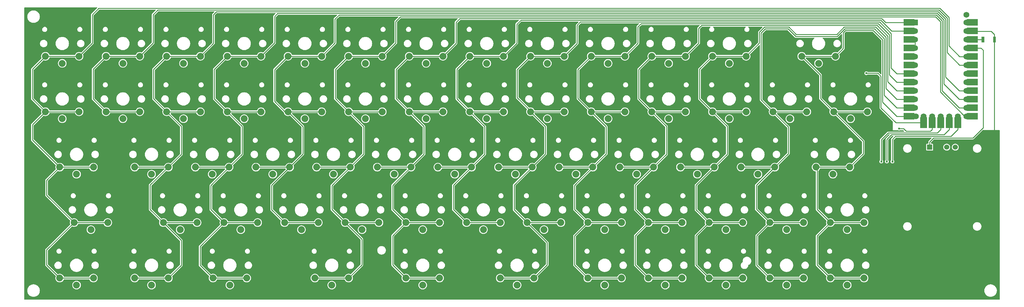
<source format=gtl>
G04 Layer: TopLayer*
G04 EasyEDA v6.5.1, 2022-07-13 07:01:50*
G04 5ba7d446201f4704a459628eea357821,d603b60474844c32a05bd641800ef4e1,10*
G04 Gerber Generator version 0.2*
G04 Scale: 100 percent, Rotated: No, Reflected: No *
G04 Dimensions in millimeters *
G04 leading zeros omitted , absolute positions ,4 integer and 5 decimal *
%FSLAX45Y45*%
%MOMM*%

%ADD10C,0.2540*%
%ADD11C,0.6100*%
%ADD13R,1.7526X1.7526*%
%ADD14C,1.7526*%
%ADD16C,1.5240*%
%ADD17C,2.0320*%

%LPD*%
G36*
X686054Y1475994D02*
G01*
X682142Y1476756D01*
X678891Y1478991D01*
X676656Y1482242D01*
X675894Y1486154D01*
X675894Y10163810D01*
X676656Y10167721D01*
X678891Y10170972D01*
X682142Y10173208D01*
X686054Y10173970D01*
X2830423Y10173970D01*
X2834335Y10173208D01*
X2837637Y10170972D01*
X2839821Y10167721D01*
X2840583Y10163810D01*
X2839821Y10159898D01*
X2837637Y10156647D01*
X2665476Y9984435D01*
X2660345Y9978237D01*
X2656789Y9971532D01*
X2654604Y9964318D01*
X2653792Y9956292D01*
X2653792Y9132468D01*
X2653030Y9128556D01*
X2650794Y9125254D01*
X2363724Y8838184D01*
X2360320Y8835898D01*
X2356307Y8835186D01*
X2352344Y8836101D01*
X2345283Y8839250D01*
X2330602Y8843822D01*
X2315464Y8846616D01*
X2300122Y8847531D01*
X2284730Y8846616D01*
X2269591Y8843822D01*
X2254910Y8839250D01*
X2240838Y8832951D01*
X2227681Y8824976D01*
X2215540Y8815476D01*
X2204669Y8804605D01*
X2195169Y8792464D01*
X2187194Y8779306D01*
X2180640Y8764625D01*
X2178405Y8761476D01*
X2175154Y8759393D01*
X2171344Y8758631D01*
X1428851Y8758631D01*
X1425041Y8759393D01*
X1421790Y8761476D01*
X1419555Y8764625D01*
X1413002Y8779306D01*
X1405026Y8792464D01*
X1395526Y8804605D01*
X1384655Y8815476D01*
X1372514Y8824976D01*
X1359357Y8832951D01*
X1345285Y8839250D01*
X1330604Y8843822D01*
X1315466Y8846616D01*
X1300124Y8847531D01*
X1284732Y8846616D01*
X1269593Y8843822D01*
X1254912Y8839250D01*
X1240840Y8832951D01*
X1227683Y8824976D01*
X1215542Y8815476D01*
X1204671Y8804605D01*
X1195171Y8792464D01*
X1187196Y8779306D01*
X1180896Y8765235D01*
X1176324Y8750554D01*
X1173530Y8735415D01*
X1172616Y8720023D01*
X1173530Y8704681D01*
X1176324Y8689543D01*
X1180896Y8674862D01*
X1184046Y8667800D01*
X1184960Y8663838D01*
X1184249Y8659825D01*
X1181963Y8656421D01*
X887476Y8361883D01*
X882345Y8355685D01*
X878789Y8348980D01*
X876604Y8341766D01*
X875792Y8333740D01*
X875792Y7456170D01*
X876604Y7448143D01*
X878789Y7440930D01*
X882345Y7434224D01*
X887476Y7428026D01*
X1181963Y7133691D01*
X1184249Y7130288D01*
X1184960Y7126274D01*
X1184046Y7122312D01*
X1180896Y7115251D01*
X1176324Y7100570D01*
X1173530Y7085431D01*
X1172616Y7070039D01*
X1173530Y7054697D01*
X1176324Y7039559D01*
X1180896Y7024878D01*
X1184046Y7017816D01*
X1184960Y7013854D01*
X1184249Y7009841D01*
X1181963Y7006437D01*
X887476Y6711899D01*
X882345Y6705701D01*
X878789Y6698996D01*
X876604Y6691782D01*
X875792Y6683756D01*
X875792Y6231128D01*
X876604Y6223101D01*
X878789Y6215888D01*
X882345Y6209182D01*
X887476Y6202984D01*
X1606956Y5483707D01*
X1609191Y5480304D01*
X1609902Y5476341D01*
X1609039Y5472379D01*
X1605838Y5465267D01*
X1601266Y5450586D01*
X1598472Y5435447D01*
X1597558Y5420055D01*
X1598472Y5404713D01*
X1601266Y5389575D01*
X1605838Y5374894D01*
X1608988Y5367832D01*
X1609902Y5363870D01*
X1609191Y5359857D01*
X1606905Y5356453D01*
X1306576Y5056073D01*
X1301445Y5049875D01*
X1297889Y5043170D01*
X1295704Y5035956D01*
X1294892Y5027930D01*
X1294892Y4587240D01*
X1295704Y4579213D01*
X1297889Y4572000D01*
X1301445Y4565294D01*
X1306576Y4559096D01*
X2031898Y3833723D01*
X2034133Y3830370D01*
X2034844Y3826357D01*
X2033981Y3822395D01*
X2030780Y3815283D01*
X2026208Y3800601D01*
X2023414Y3785463D01*
X2022500Y3770071D01*
X2023414Y3754729D01*
X2026208Y3739591D01*
X2030780Y3724910D01*
X2033727Y3718356D01*
X2034641Y3714343D01*
X2033879Y3710381D01*
X2031593Y3706977D01*
X1306677Y2987852D01*
X1301546Y2981655D01*
X1297940Y2975000D01*
X1295704Y2967786D01*
X1294892Y2959608D01*
X1294892Y2512314D01*
X1295704Y2504287D01*
X1297889Y2497074D01*
X1301445Y2490368D01*
X1306576Y2484170D01*
X1606956Y2183739D01*
X1609191Y2180386D01*
X1609902Y2176373D01*
X1609039Y2172411D01*
X1605838Y2165299D01*
X1601266Y2150618D01*
X1598472Y2135479D01*
X1597558Y2120087D01*
X1598472Y2104745D01*
X1601266Y2089607D01*
X1605838Y2074925D01*
X1612138Y2060854D01*
X1620113Y2047697D01*
X1629613Y2035556D01*
X1640484Y2024684D01*
X1652625Y2015185D01*
X1665782Y2007209D01*
X1679854Y2000910D01*
X1694535Y1996338D01*
X1709674Y1993544D01*
X1725066Y1992630D01*
X1740407Y1993544D01*
X1755546Y1996338D01*
X1770227Y2000910D01*
X1784299Y2007209D01*
X1797456Y2015185D01*
X1809597Y2024684D01*
X1820468Y2035556D01*
X1829968Y2047697D01*
X1837943Y2060854D01*
X1844497Y2075535D01*
X1846732Y2078685D01*
X1849983Y2080768D01*
X1853793Y2081479D01*
X2596286Y2081479D01*
X2600096Y2080768D01*
X2603347Y2078685D01*
X2605582Y2075535D01*
X2612136Y2060854D01*
X2620111Y2047697D01*
X2629611Y2035556D01*
X2640482Y2024684D01*
X2652623Y2015185D01*
X2665780Y2007209D01*
X2679852Y2000910D01*
X2694533Y1996338D01*
X2709672Y1993544D01*
X2725064Y1992630D01*
X2740406Y1993544D01*
X2755544Y1996338D01*
X2770225Y2000910D01*
X2784297Y2007209D01*
X2797454Y2015185D01*
X2809595Y2024684D01*
X2820466Y2035556D01*
X2829966Y2047697D01*
X2837942Y2060854D01*
X2844241Y2074925D01*
X2848813Y2089607D01*
X2851607Y2104745D01*
X2852521Y2120087D01*
X2851607Y2135479D01*
X2848813Y2150618D01*
X2844241Y2165299D01*
X2837942Y2179370D01*
X2829966Y2192528D01*
X2820466Y2204669D01*
X2809595Y2215540D01*
X2797454Y2225040D01*
X2784297Y2233015D01*
X2770225Y2239314D01*
X2755544Y2243886D01*
X2740406Y2246680D01*
X2725064Y2247595D01*
X2709672Y2246680D01*
X2694533Y2243886D01*
X2679852Y2239314D01*
X2665780Y2233015D01*
X2652623Y2225040D01*
X2640482Y2215540D01*
X2629611Y2204669D01*
X2620111Y2192528D01*
X2612136Y2179370D01*
X2605582Y2164689D01*
X2603347Y2161540D01*
X2600096Y2159457D01*
X2596286Y2158695D01*
X1853793Y2158695D01*
X1849983Y2159457D01*
X1846732Y2161540D01*
X1844497Y2164689D01*
X1837943Y2179370D01*
X1829968Y2192528D01*
X1820468Y2204669D01*
X1809597Y2215540D01*
X1797456Y2225040D01*
X1784299Y2233015D01*
X1770227Y2239314D01*
X1755546Y2243886D01*
X1740407Y2246680D01*
X1725066Y2247595D01*
X1709674Y2246680D01*
X1694535Y2243886D01*
X1679854Y2239314D01*
X1672945Y2236216D01*
X1668983Y2235352D01*
X1664970Y2236063D01*
X1661617Y2238298D01*
X1375105Y2524810D01*
X1372870Y2528112D01*
X1372108Y2532024D01*
X1372108Y2939796D01*
X1372870Y2943707D01*
X1375105Y2947009D01*
X2086051Y3652164D01*
X2089404Y3654399D01*
X2093417Y3655110D01*
X2097379Y3654247D01*
X2104796Y3650894D01*
X2119477Y3646322D01*
X2134616Y3643528D01*
X2150008Y3642614D01*
X2165350Y3643528D01*
X2180488Y3646322D01*
X2195169Y3650894D01*
X2209241Y3657193D01*
X2222398Y3665169D01*
X2234539Y3674668D01*
X2245410Y3685540D01*
X2254910Y3697681D01*
X2262886Y3710838D01*
X2269439Y3725519D01*
X2271674Y3728669D01*
X2274925Y3730751D01*
X2278735Y3731463D01*
X3021228Y3731463D01*
X3025038Y3730751D01*
X3028289Y3728669D01*
X3030524Y3725519D01*
X3037078Y3710838D01*
X3045053Y3697681D01*
X3054553Y3685540D01*
X3065424Y3674668D01*
X3077565Y3665169D01*
X3090722Y3657193D01*
X3104794Y3650894D01*
X3119475Y3646322D01*
X3134614Y3643528D01*
X3150006Y3642614D01*
X3165348Y3643528D01*
X3180486Y3646322D01*
X3195167Y3650894D01*
X3209239Y3657193D01*
X3222396Y3665169D01*
X3234537Y3674668D01*
X3245408Y3685540D01*
X3254908Y3697681D01*
X3262884Y3710838D01*
X3269183Y3724910D01*
X3273755Y3739591D01*
X3276549Y3754729D01*
X3277463Y3770071D01*
X3276549Y3785463D01*
X3273755Y3800601D01*
X3269183Y3815283D01*
X3262884Y3829354D01*
X3254908Y3842512D01*
X3245408Y3854653D01*
X3234537Y3865524D01*
X3222396Y3875024D01*
X3209239Y3882999D01*
X3195167Y3889298D01*
X3180486Y3893870D01*
X3165348Y3896664D01*
X3150006Y3897579D01*
X3134614Y3896664D01*
X3119475Y3893870D01*
X3104794Y3889298D01*
X3090722Y3882999D01*
X3077565Y3875024D01*
X3065424Y3865524D01*
X3054553Y3854653D01*
X3045053Y3842512D01*
X3037078Y3829354D01*
X3030524Y3814673D01*
X3028289Y3811524D01*
X3025038Y3809441D01*
X3021228Y3808679D01*
X2278735Y3808679D01*
X2274925Y3809441D01*
X2271674Y3811524D01*
X2269439Y3814673D01*
X2262886Y3829354D01*
X2254910Y3842512D01*
X2245410Y3854653D01*
X2234539Y3865524D01*
X2222398Y3875024D01*
X2209241Y3882999D01*
X2195169Y3889298D01*
X2180488Y3893870D01*
X2165350Y3896664D01*
X2150008Y3897579D01*
X2134616Y3896664D01*
X2119477Y3893870D01*
X2104796Y3889298D01*
X2097887Y3886200D01*
X2093925Y3885336D01*
X2089912Y3886047D01*
X2086559Y3888282D01*
X1375105Y4599736D01*
X1372870Y4603038D01*
X1372108Y4606950D01*
X1372108Y5008219D01*
X1372870Y5012131D01*
X1375105Y5015433D01*
X1661566Y5301894D01*
X1664970Y5304129D01*
X1668932Y5304891D01*
X1672945Y5303977D01*
X1679854Y5300878D01*
X1694535Y5296306D01*
X1709674Y5293512D01*
X1725066Y5292598D01*
X1740407Y5293512D01*
X1755546Y5296306D01*
X1770227Y5300878D01*
X1784299Y5307177D01*
X1797456Y5315153D01*
X1809597Y5324652D01*
X1820468Y5335524D01*
X1829968Y5347665D01*
X1837943Y5360822D01*
X1844497Y5375503D01*
X1846732Y5378653D01*
X1849983Y5380736D01*
X1853793Y5381447D01*
X2596286Y5381447D01*
X2600096Y5380736D01*
X2603347Y5378653D01*
X2605582Y5375503D01*
X2612136Y5360822D01*
X2620111Y5347665D01*
X2629611Y5335524D01*
X2640482Y5324652D01*
X2652623Y5315153D01*
X2665780Y5307177D01*
X2679852Y5300878D01*
X2694533Y5296306D01*
X2709672Y5293512D01*
X2725064Y5292598D01*
X2740406Y5293512D01*
X2755544Y5296306D01*
X2770225Y5300878D01*
X2784297Y5307177D01*
X2797454Y5315153D01*
X2809595Y5324652D01*
X2820466Y5335524D01*
X2829966Y5347665D01*
X2837942Y5360822D01*
X2844241Y5374894D01*
X2848813Y5389575D01*
X2851607Y5404713D01*
X2852521Y5420055D01*
X2851607Y5435447D01*
X2848813Y5450586D01*
X2844241Y5465267D01*
X2837942Y5479338D01*
X2829966Y5492496D01*
X2820466Y5504637D01*
X2809595Y5515508D01*
X2797454Y5525008D01*
X2784297Y5532983D01*
X2770225Y5539282D01*
X2755544Y5543854D01*
X2740406Y5546648D01*
X2725064Y5547563D01*
X2709672Y5546648D01*
X2694533Y5543854D01*
X2679852Y5539282D01*
X2665780Y5532983D01*
X2652623Y5525008D01*
X2640482Y5515508D01*
X2629611Y5504637D01*
X2620111Y5492496D01*
X2612136Y5479338D01*
X2605582Y5464657D01*
X2603347Y5461508D01*
X2600096Y5459425D01*
X2596286Y5458663D01*
X1853793Y5458663D01*
X1849983Y5459425D01*
X1846732Y5461508D01*
X1844497Y5464657D01*
X1837943Y5479338D01*
X1829968Y5492496D01*
X1820468Y5504637D01*
X1809597Y5515508D01*
X1797456Y5525008D01*
X1784299Y5532983D01*
X1770227Y5539282D01*
X1755546Y5543854D01*
X1740407Y5546648D01*
X1725066Y5547563D01*
X1709674Y5546648D01*
X1694535Y5543854D01*
X1679854Y5539282D01*
X1672945Y5536184D01*
X1668983Y5535269D01*
X1664970Y5536031D01*
X1661566Y5538266D01*
X956005Y6243624D01*
X953769Y6246926D01*
X953008Y6250838D01*
X953008Y6664045D01*
X953769Y6667957D01*
X956005Y6671259D01*
X1236624Y6951878D01*
X1240028Y6954113D01*
X1243990Y6954875D01*
X1248003Y6953961D01*
X1254912Y6950862D01*
X1269593Y6946290D01*
X1284732Y6943496D01*
X1300124Y6942581D01*
X1315466Y6943496D01*
X1330604Y6946290D01*
X1345285Y6950862D01*
X1359357Y6957161D01*
X1372514Y6965137D01*
X1384655Y6974636D01*
X1395526Y6985508D01*
X1405026Y6997649D01*
X1413002Y7010806D01*
X1419555Y7025487D01*
X1421790Y7028637D01*
X1425041Y7030720D01*
X1428851Y7031431D01*
X2171344Y7031431D01*
X2175154Y7030720D01*
X2178405Y7028637D01*
X2180640Y7025487D01*
X2187194Y7010806D01*
X2195169Y6997649D01*
X2204669Y6985508D01*
X2215540Y6974636D01*
X2227681Y6965137D01*
X2240838Y6957161D01*
X2254910Y6950862D01*
X2269591Y6946290D01*
X2284730Y6943496D01*
X2300122Y6942581D01*
X2315464Y6943496D01*
X2330602Y6946290D01*
X2345283Y6950862D01*
X2359355Y6957161D01*
X2372512Y6965137D01*
X2384653Y6974636D01*
X2395524Y6985508D01*
X2405024Y6997649D01*
X2413000Y7010806D01*
X2419299Y7024878D01*
X2423871Y7039559D01*
X2426665Y7054697D01*
X2427579Y7070039D01*
X2426665Y7085431D01*
X2423871Y7100570D01*
X2419299Y7115251D01*
X2413000Y7129322D01*
X2405024Y7142480D01*
X2395524Y7154621D01*
X2384653Y7165492D01*
X2372512Y7174992D01*
X2359355Y7182967D01*
X2345283Y7189266D01*
X2330602Y7193838D01*
X2315464Y7196632D01*
X2300122Y7197547D01*
X2284730Y7196632D01*
X2269591Y7193838D01*
X2254910Y7189266D01*
X2240838Y7182967D01*
X2227681Y7174992D01*
X2215540Y7165492D01*
X2204669Y7154621D01*
X2195169Y7142480D01*
X2187194Y7129322D01*
X2180640Y7114641D01*
X2178405Y7111492D01*
X2175154Y7109409D01*
X2171344Y7108647D01*
X1428851Y7108647D01*
X1425041Y7109409D01*
X1421790Y7111492D01*
X1419555Y7114641D01*
X1413002Y7129322D01*
X1405026Y7142480D01*
X1395526Y7154621D01*
X1384655Y7165492D01*
X1372514Y7174992D01*
X1359357Y7182967D01*
X1345285Y7189266D01*
X1330604Y7193838D01*
X1315466Y7196632D01*
X1300124Y7197547D01*
X1284732Y7196632D01*
X1269593Y7193838D01*
X1254912Y7189266D01*
X1247952Y7186168D01*
X1243990Y7185253D01*
X1240028Y7186015D01*
X1236624Y7188250D01*
X956005Y7468666D01*
X953769Y7471968D01*
X953008Y7475880D01*
X953008Y8314029D01*
X953769Y8317941D01*
X956005Y8321243D01*
X1236624Y8601862D01*
X1240028Y8604097D01*
X1243990Y8604859D01*
X1248003Y8603945D01*
X1254912Y8600846D01*
X1269593Y8596274D01*
X1284732Y8593480D01*
X1300124Y8592566D01*
X1315466Y8593480D01*
X1330604Y8596274D01*
X1345285Y8600846D01*
X1359357Y8607145D01*
X1372514Y8615121D01*
X1384655Y8624620D01*
X1395526Y8635492D01*
X1405026Y8647633D01*
X1413002Y8660790D01*
X1419555Y8675471D01*
X1421790Y8678621D01*
X1425041Y8680704D01*
X1428851Y8681415D01*
X2171344Y8681415D01*
X2175154Y8680704D01*
X2178405Y8678621D01*
X2180640Y8675471D01*
X2187194Y8660790D01*
X2195169Y8647633D01*
X2204669Y8635492D01*
X2215540Y8624620D01*
X2227681Y8615121D01*
X2240838Y8607145D01*
X2254910Y8600846D01*
X2269591Y8596274D01*
X2284730Y8593480D01*
X2300122Y8592566D01*
X2315464Y8593480D01*
X2330602Y8596274D01*
X2345283Y8600846D01*
X2359355Y8607145D01*
X2372512Y8615121D01*
X2384653Y8624620D01*
X2395524Y8635492D01*
X2405024Y8647633D01*
X2413000Y8660790D01*
X2419299Y8674862D01*
X2423871Y8689543D01*
X2426665Y8704681D01*
X2427579Y8720023D01*
X2426665Y8735415D01*
X2423871Y8750554D01*
X2419299Y8765235D01*
X2416200Y8772144D01*
X2415286Y8776157D01*
X2416048Y8780119D01*
X2418283Y8783523D01*
X2719324Y9084614D01*
X2724454Y9090812D01*
X2728010Y9097518D01*
X2730195Y9104731D01*
X2731008Y9112758D01*
X2731008Y9936581D01*
X2731770Y9940493D01*
X2734005Y9943795D01*
X2895904Y10105694D01*
X2899206Y10107930D01*
X2903118Y10108692D01*
X4568545Y10108692D01*
X4572457Y10107930D01*
X4575759Y10105694D01*
X4577943Y10102443D01*
X4578705Y10098532D01*
X4577943Y10094620D01*
X4575759Y10091369D01*
X4468876Y9984435D01*
X4463745Y9978237D01*
X4460189Y9971532D01*
X4458004Y9964318D01*
X4457192Y9956292D01*
X4457192Y9136024D01*
X4456430Y9132112D01*
X4454194Y9128810D01*
X4163568Y8838184D01*
X4160164Y8835898D01*
X4156151Y8835186D01*
X4152188Y8836101D01*
X4145127Y8839250D01*
X4130446Y8843822D01*
X4115308Y8846616D01*
X4099966Y8847531D01*
X4084574Y8846616D01*
X4069435Y8843822D01*
X4054754Y8839250D01*
X4040682Y8832951D01*
X4027525Y8824976D01*
X4015384Y8815476D01*
X4004513Y8804605D01*
X3995013Y8792464D01*
X3987037Y8779306D01*
X3980484Y8764625D01*
X3978249Y8761476D01*
X3974998Y8759393D01*
X3971188Y8758631D01*
X3228695Y8758631D01*
X3224885Y8759393D01*
X3221634Y8761476D01*
X3219399Y8764625D01*
X3212846Y8779306D01*
X3204870Y8792464D01*
X3195370Y8804605D01*
X3184499Y8815476D01*
X3172358Y8824976D01*
X3159201Y8832951D01*
X3145129Y8839250D01*
X3130448Y8843822D01*
X3115310Y8846616D01*
X3099968Y8847531D01*
X3084576Y8846616D01*
X3069437Y8843822D01*
X3054756Y8839250D01*
X3040684Y8832951D01*
X3027527Y8824976D01*
X3015386Y8815476D01*
X3004515Y8804605D01*
X2995015Y8792464D01*
X2987040Y8779306D01*
X2980740Y8765235D01*
X2976168Y8750554D01*
X2973374Y8735415D01*
X2972460Y8720023D01*
X2973374Y8704681D01*
X2976168Y8689543D01*
X2980740Y8674862D01*
X2983839Y8667902D01*
X2984754Y8663940D01*
X2983992Y8659977D01*
X2981756Y8656574D01*
X2690825Y8365439D01*
X2685745Y8359241D01*
X2682189Y8352536D01*
X2680004Y8345322D01*
X2679192Y8337296D01*
X2679192Y7452614D01*
X2680004Y7444587D01*
X2682189Y7437374D01*
X2685745Y7430668D01*
X2690876Y7424470D01*
X2981756Y7133539D01*
X2983992Y7130135D01*
X2984754Y7126173D01*
X2983839Y7122159D01*
X2980740Y7115251D01*
X2976168Y7100570D01*
X2973374Y7085431D01*
X2972460Y7070039D01*
X2973374Y7054697D01*
X2976168Y7039559D01*
X2980740Y7024878D01*
X2987040Y7010806D01*
X2995015Y6997649D01*
X3004515Y6985508D01*
X3015386Y6974636D01*
X3027527Y6965137D01*
X3040684Y6957161D01*
X3054756Y6950862D01*
X3069437Y6946290D01*
X3084576Y6943496D01*
X3099968Y6942581D01*
X3115310Y6943496D01*
X3130448Y6946290D01*
X3145129Y6950862D01*
X3159201Y6957161D01*
X3172358Y6965137D01*
X3184499Y6974636D01*
X3195370Y6985508D01*
X3204870Y6997649D01*
X3212846Y7010806D01*
X3219399Y7025487D01*
X3221634Y7028637D01*
X3224885Y7030720D01*
X3228695Y7031431D01*
X3971188Y7031431D01*
X3974998Y7030720D01*
X3978249Y7028637D01*
X3980484Y7025487D01*
X3987037Y7010806D01*
X3995013Y6997649D01*
X4004513Y6985508D01*
X4015384Y6974636D01*
X4027525Y6965137D01*
X4040682Y6957161D01*
X4054754Y6950862D01*
X4069435Y6946290D01*
X4084574Y6943496D01*
X4099966Y6942581D01*
X4115308Y6943496D01*
X4130446Y6946290D01*
X4145127Y6950862D01*
X4159199Y6957161D01*
X4172356Y6965137D01*
X4184497Y6974636D01*
X4195368Y6985508D01*
X4204868Y6997649D01*
X4212844Y7010806D01*
X4219143Y7024878D01*
X4223715Y7039559D01*
X4226509Y7054697D01*
X4227423Y7070039D01*
X4226509Y7085431D01*
X4223715Y7100570D01*
X4219143Y7115251D01*
X4212844Y7129322D01*
X4204868Y7142480D01*
X4195368Y7154621D01*
X4184497Y7165492D01*
X4172356Y7174992D01*
X4159199Y7182967D01*
X4145127Y7189266D01*
X4130446Y7193838D01*
X4115308Y7196632D01*
X4099966Y7197547D01*
X4084574Y7196632D01*
X4069435Y7193838D01*
X4054754Y7189266D01*
X4040682Y7182967D01*
X4027525Y7174992D01*
X4015384Y7165492D01*
X4004513Y7154621D01*
X3995013Y7142480D01*
X3987037Y7129322D01*
X3980484Y7114641D01*
X3978249Y7111492D01*
X3974998Y7109409D01*
X3971188Y7108647D01*
X3228695Y7108647D01*
X3224885Y7109409D01*
X3221634Y7111492D01*
X3219399Y7114641D01*
X3212846Y7129322D01*
X3204870Y7142480D01*
X3195370Y7154621D01*
X3184499Y7165492D01*
X3172358Y7174992D01*
X3159201Y7182967D01*
X3145129Y7189266D01*
X3130448Y7193838D01*
X3115310Y7196632D01*
X3099968Y7197547D01*
X3084576Y7196632D01*
X3069437Y7193838D01*
X3054756Y7189266D01*
X3047695Y7186117D01*
X3043732Y7185202D01*
X3039719Y7185914D01*
X3036316Y7188200D01*
X2759405Y7465110D01*
X2757170Y7468412D01*
X2756408Y7472324D01*
X2756408Y8317636D01*
X2757170Y8321497D01*
X2759405Y8324799D01*
X3036316Y8601913D01*
X3039719Y8604199D01*
X3043732Y8604910D01*
X3047695Y8603996D01*
X3054756Y8600846D01*
X3069437Y8596274D01*
X3084576Y8593480D01*
X3099968Y8592566D01*
X3115310Y8593480D01*
X3130448Y8596274D01*
X3145129Y8600846D01*
X3159201Y8607145D01*
X3172358Y8615121D01*
X3184499Y8624620D01*
X3195370Y8635492D01*
X3204870Y8647633D01*
X3212846Y8660790D01*
X3219399Y8675471D01*
X3221634Y8678621D01*
X3224885Y8680704D01*
X3228695Y8681415D01*
X3971188Y8681415D01*
X3974998Y8680704D01*
X3978249Y8678621D01*
X3980484Y8675471D01*
X3987037Y8660790D01*
X3995013Y8647633D01*
X4004513Y8635492D01*
X4015384Y8624620D01*
X4027525Y8615121D01*
X4040682Y8607145D01*
X4054754Y8600846D01*
X4069435Y8596274D01*
X4084574Y8593480D01*
X4099966Y8592566D01*
X4115308Y8593480D01*
X4130446Y8596274D01*
X4145127Y8600846D01*
X4159199Y8607145D01*
X4172356Y8615121D01*
X4184497Y8624620D01*
X4195368Y8635492D01*
X4204868Y8647633D01*
X4212844Y8660790D01*
X4219143Y8674862D01*
X4223715Y8689543D01*
X4226509Y8704681D01*
X4227423Y8720023D01*
X4226509Y8735415D01*
X4223715Y8750554D01*
X4219143Y8765235D01*
X4216044Y8772144D01*
X4215130Y8776157D01*
X4215892Y8780119D01*
X4218127Y8783523D01*
X4522724Y9088170D01*
X4527854Y9094368D01*
X4531410Y9101074D01*
X4533595Y9108287D01*
X4534408Y9116314D01*
X4534408Y9936581D01*
X4535170Y9940493D01*
X4537405Y9943795D01*
X4648504Y10054894D01*
X4651806Y10057130D01*
X4655718Y10057892D01*
X6308445Y10057892D01*
X6312357Y10057130D01*
X6315659Y10054894D01*
X6317843Y10051643D01*
X6318605Y10047732D01*
X6317843Y10043820D01*
X6315659Y10040569D01*
X6259576Y9984435D01*
X6254445Y9978237D01*
X6250889Y9971532D01*
X6248704Y9964318D01*
X6247892Y9956292D01*
X6247892Y9126626D01*
X6247130Y9122714D01*
X6244894Y9119412D01*
X5963666Y8838184D01*
X5960262Y8835898D01*
X5956249Y8835186D01*
X5952286Y8836101D01*
X5945225Y8839250D01*
X5930544Y8843822D01*
X5915406Y8846616D01*
X5900064Y8847531D01*
X5884672Y8846616D01*
X5869533Y8843822D01*
X5854852Y8839250D01*
X5840780Y8832951D01*
X5827623Y8824976D01*
X5815482Y8815476D01*
X5804611Y8804605D01*
X5795111Y8792464D01*
X5787136Y8779306D01*
X5780582Y8764625D01*
X5778347Y8761476D01*
X5775096Y8759393D01*
X5771286Y8758631D01*
X5028793Y8758631D01*
X5024983Y8759393D01*
X5021732Y8761476D01*
X5019497Y8764625D01*
X5012944Y8779306D01*
X5004968Y8792464D01*
X4995468Y8804605D01*
X4984597Y8815476D01*
X4972456Y8824976D01*
X4959299Y8832951D01*
X4945227Y8839250D01*
X4930546Y8843822D01*
X4915408Y8846616D01*
X4900066Y8847531D01*
X4884674Y8846616D01*
X4869535Y8843822D01*
X4854854Y8839250D01*
X4840782Y8832951D01*
X4827625Y8824976D01*
X4815484Y8815476D01*
X4804613Y8804605D01*
X4795113Y8792464D01*
X4787138Y8779306D01*
X4780838Y8765235D01*
X4776266Y8750554D01*
X4773472Y8735415D01*
X4772558Y8720023D01*
X4773472Y8704681D01*
X4776266Y8689543D01*
X4780838Y8674862D01*
X4783988Y8667800D01*
X4784902Y8663838D01*
X4784191Y8659825D01*
X4781905Y8656421D01*
X4481576Y8356041D01*
X4476445Y8349843D01*
X4472889Y8343138D01*
X4470704Y8335924D01*
X4469892Y8327898D01*
X4469892Y7462012D01*
X4470704Y7453985D01*
X4472889Y7446772D01*
X4476445Y7440066D01*
X4481576Y7433868D01*
X4781905Y7133691D01*
X4784191Y7130288D01*
X4784902Y7126274D01*
X4783988Y7122312D01*
X4780838Y7115251D01*
X4776266Y7100570D01*
X4773472Y7085431D01*
X4772558Y7070039D01*
X4773472Y7054697D01*
X4776266Y7039559D01*
X4780838Y7024878D01*
X4787138Y7010806D01*
X4795113Y6997649D01*
X4804613Y6985508D01*
X4815484Y6974636D01*
X4827625Y6965137D01*
X4840782Y6957161D01*
X4854854Y6950862D01*
X4869535Y6946290D01*
X4884674Y6943496D01*
X4900066Y6942581D01*
X4915408Y6943496D01*
X4930546Y6946290D01*
X4945227Y6950862D01*
X4952288Y6954012D01*
X4956251Y6954926D01*
X4960264Y6954215D01*
X4963668Y6951929D01*
X5292394Y6622999D01*
X5294630Y6619697D01*
X5295392Y6615836D01*
X5295392Y5824118D01*
X5294630Y5820206D01*
X5292394Y5816904D01*
X5013553Y5538266D01*
X5010150Y5536031D01*
X5006187Y5535269D01*
X5002225Y5536184D01*
X4995265Y5539282D01*
X4980584Y5543854D01*
X4965446Y5546648D01*
X4950104Y5547563D01*
X4934712Y5546648D01*
X4919573Y5543854D01*
X4904892Y5539282D01*
X4890820Y5532983D01*
X4877663Y5525008D01*
X4865522Y5515508D01*
X4854651Y5504637D01*
X4845151Y5492496D01*
X4837176Y5479338D01*
X4830622Y5464657D01*
X4828387Y5461508D01*
X4825136Y5459425D01*
X4821326Y5458663D01*
X4078833Y5458663D01*
X4075023Y5459425D01*
X4071772Y5461508D01*
X4069537Y5464657D01*
X4062984Y5479338D01*
X4055008Y5492496D01*
X4045508Y5504637D01*
X4034637Y5515508D01*
X4022496Y5525008D01*
X4009339Y5532983D01*
X3995267Y5539282D01*
X3980586Y5543854D01*
X3965448Y5546648D01*
X3950106Y5547563D01*
X3934714Y5546648D01*
X3919575Y5543854D01*
X3904894Y5539282D01*
X3890822Y5532983D01*
X3877665Y5525008D01*
X3865524Y5515508D01*
X3854653Y5504637D01*
X3845153Y5492496D01*
X3837178Y5479338D01*
X3830878Y5465267D01*
X3826306Y5450586D01*
X3823512Y5435447D01*
X3822598Y5420055D01*
X3823512Y5404713D01*
X3826306Y5389575D01*
X3830878Y5374894D01*
X3837178Y5360822D01*
X3845153Y5347665D01*
X3854653Y5335524D01*
X3865524Y5324652D01*
X3877665Y5315153D01*
X3890822Y5307177D01*
X3904894Y5300878D01*
X3919575Y5296306D01*
X3934714Y5293512D01*
X3950106Y5292598D01*
X3965448Y5293512D01*
X3980586Y5296306D01*
X3995267Y5300878D01*
X4009339Y5307177D01*
X4022496Y5315153D01*
X4034637Y5324652D01*
X4045508Y5335524D01*
X4055008Y5347665D01*
X4062984Y5360822D01*
X4069537Y5375503D01*
X4071772Y5378653D01*
X4075023Y5380736D01*
X4078833Y5381447D01*
X4821326Y5381447D01*
X4825136Y5380736D01*
X4828387Y5378653D01*
X4830622Y5375452D01*
X4833315Y5369458D01*
X4834229Y5365445D01*
X4833467Y5361381D01*
X4831130Y5358028D01*
X4380280Y4917440D01*
X4375099Y4911293D01*
X4371441Y4904689D01*
X4369155Y4897475D01*
X4368292Y4888992D01*
X4368292Y4163822D01*
X4369104Y4155795D01*
X4371289Y4148582D01*
X4374845Y4141876D01*
X4379976Y4135678D01*
X4681880Y3833723D01*
X4684115Y3830370D01*
X4684826Y3826357D01*
X4683963Y3822395D01*
X4680762Y3815283D01*
X4676190Y3800601D01*
X4673396Y3785463D01*
X4672482Y3770071D01*
X4673396Y3754729D01*
X4676190Y3739591D01*
X4680762Y3724910D01*
X4687062Y3710838D01*
X4695037Y3697681D01*
X4704537Y3685540D01*
X4715408Y3674668D01*
X4727549Y3665169D01*
X4740706Y3657193D01*
X4754778Y3650894D01*
X4769459Y3646322D01*
X4784598Y3643528D01*
X4799990Y3642614D01*
X4815332Y3643528D01*
X4830470Y3646322D01*
X4845151Y3650894D01*
X4852212Y3654044D01*
X4856175Y3654958D01*
X4860188Y3654247D01*
X4863592Y3651961D01*
X5292394Y3222955D01*
X5294630Y3219653D01*
X5295392Y3215741D01*
X5295392Y2524150D01*
X5294630Y2520238D01*
X5292394Y2516936D01*
X5013553Y2238298D01*
X5010150Y2236063D01*
X5006187Y2235301D01*
X5002225Y2236216D01*
X4995265Y2239314D01*
X4980584Y2243886D01*
X4965446Y2246680D01*
X4950104Y2247595D01*
X4934712Y2246680D01*
X4919573Y2243886D01*
X4904892Y2239314D01*
X4890820Y2233015D01*
X4877663Y2225040D01*
X4865522Y2215540D01*
X4854651Y2204669D01*
X4845151Y2192528D01*
X4837176Y2179370D01*
X4830622Y2164689D01*
X4828387Y2161540D01*
X4825136Y2159457D01*
X4821326Y2158695D01*
X4078833Y2158695D01*
X4075023Y2159457D01*
X4071772Y2161540D01*
X4069537Y2164689D01*
X4062984Y2179370D01*
X4055008Y2192528D01*
X4045508Y2204669D01*
X4034637Y2215540D01*
X4022496Y2225040D01*
X4009339Y2233015D01*
X3995267Y2239314D01*
X3980586Y2243886D01*
X3965448Y2246680D01*
X3950106Y2247595D01*
X3934714Y2246680D01*
X3919575Y2243886D01*
X3904894Y2239314D01*
X3890822Y2233015D01*
X3877665Y2225040D01*
X3865524Y2215540D01*
X3854653Y2204669D01*
X3845153Y2192528D01*
X3837178Y2179370D01*
X3830878Y2165299D01*
X3826306Y2150618D01*
X3823512Y2135479D01*
X3822598Y2120087D01*
X3823512Y2104745D01*
X3826306Y2089607D01*
X3830878Y2074925D01*
X3837178Y2060854D01*
X3845153Y2047697D01*
X3854653Y2035556D01*
X3865524Y2024684D01*
X3877665Y2015185D01*
X3890822Y2007209D01*
X3904894Y2000910D01*
X3919575Y1996338D01*
X3934714Y1993544D01*
X3950106Y1992630D01*
X3965448Y1993544D01*
X3980586Y1996338D01*
X3995267Y2000910D01*
X4009339Y2007209D01*
X4022496Y2015185D01*
X4034637Y2024684D01*
X4045508Y2035556D01*
X4055008Y2047697D01*
X4062984Y2060854D01*
X4069537Y2075535D01*
X4071772Y2078685D01*
X4075023Y2080768D01*
X4078833Y2081479D01*
X4821326Y2081479D01*
X4825136Y2080768D01*
X4828387Y2078685D01*
X4830622Y2075535D01*
X4837176Y2060854D01*
X4845151Y2047697D01*
X4854651Y2035556D01*
X4865522Y2024684D01*
X4877663Y2015185D01*
X4890820Y2007209D01*
X4904892Y2000910D01*
X4919573Y1996338D01*
X4934712Y1993544D01*
X4950104Y1992630D01*
X4965446Y1993544D01*
X4980584Y1996338D01*
X4995265Y2000910D01*
X5009337Y2007209D01*
X5022494Y2015185D01*
X5034635Y2024684D01*
X5045506Y2035556D01*
X5055006Y2047697D01*
X5062982Y2060854D01*
X5069281Y2074925D01*
X5073853Y2089607D01*
X5076647Y2104745D01*
X5077561Y2120087D01*
X5076647Y2135479D01*
X5073853Y2150618D01*
X5069281Y2165299D01*
X5066131Y2172360D01*
X5065217Y2176322D01*
X5065928Y2180336D01*
X5068214Y2183739D01*
X5360924Y2476246D01*
X5366054Y2482494D01*
X5369610Y2489149D01*
X5371795Y2496413D01*
X5372608Y2504440D01*
X5372608Y3235452D01*
X5371795Y3243478D01*
X5369610Y3250692D01*
X5366054Y3257397D01*
X5360974Y3263595D01*
X4918151Y3706622D01*
X4915916Y3710025D01*
X4915154Y3713987D01*
X4916068Y3717950D01*
X4919421Y3725468D01*
X4921656Y3728669D01*
X4924907Y3730751D01*
X4928717Y3731463D01*
X5671210Y3731463D01*
X5675020Y3730751D01*
X5678271Y3728669D01*
X5680506Y3725519D01*
X5687060Y3710838D01*
X5695035Y3697681D01*
X5704535Y3685540D01*
X5715406Y3674668D01*
X5727547Y3665169D01*
X5740704Y3657193D01*
X5754776Y3650894D01*
X5769457Y3646322D01*
X5784596Y3643528D01*
X5799988Y3642614D01*
X5815330Y3643528D01*
X5830468Y3646322D01*
X5845149Y3650894D01*
X5859221Y3657193D01*
X5872378Y3665169D01*
X5884519Y3674668D01*
X5895390Y3685540D01*
X5904890Y3697681D01*
X5912866Y3710838D01*
X5919165Y3724910D01*
X5923737Y3739591D01*
X5926531Y3754729D01*
X5927445Y3770071D01*
X5926531Y3785463D01*
X5923737Y3800601D01*
X5919165Y3815283D01*
X5912866Y3829354D01*
X5904890Y3842512D01*
X5895390Y3854653D01*
X5884519Y3865524D01*
X5872378Y3875024D01*
X5859221Y3882999D01*
X5845149Y3889298D01*
X5830468Y3893870D01*
X5815330Y3896664D01*
X5799988Y3897579D01*
X5784596Y3896664D01*
X5769457Y3893870D01*
X5754776Y3889298D01*
X5740704Y3882999D01*
X5727547Y3875024D01*
X5715406Y3865524D01*
X5704535Y3854653D01*
X5695035Y3842512D01*
X5687060Y3829354D01*
X5680506Y3814673D01*
X5678271Y3811524D01*
X5675020Y3809441D01*
X5671210Y3808679D01*
X4928717Y3808679D01*
X4924907Y3809441D01*
X4921656Y3811524D01*
X4919421Y3814673D01*
X4912868Y3829354D01*
X4904892Y3842512D01*
X4895392Y3854653D01*
X4884521Y3865524D01*
X4872380Y3875024D01*
X4859223Y3882999D01*
X4845151Y3889298D01*
X4830470Y3893870D01*
X4815332Y3896664D01*
X4799990Y3897579D01*
X4784598Y3896664D01*
X4769459Y3893870D01*
X4754778Y3889298D01*
X4747869Y3886200D01*
X4743907Y3885336D01*
X4739894Y3886047D01*
X4736541Y3888282D01*
X4448505Y4176318D01*
X4446270Y4179620D01*
X4445508Y4183532D01*
X4445508Y4868976D01*
X4446320Y4872888D01*
X4448556Y4876241D01*
X4885080Y5302707D01*
X4888433Y5304891D01*
X4892395Y5305602D01*
X4896307Y5304739D01*
X4904892Y5300878D01*
X4919573Y5296306D01*
X4934712Y5293512D01*
X4950104Y5292598D01*
X4965446Y5293512D01*
X4980584Y5296306D01*
X4995265Y5300878D01*
X5009337Y5307177D01*
X5022494Y5315153D01*
X5034635Y5324652D01*
X5045506Y5335524D01*
X5055006Y5347665D01*
X5062982Y5360822D01*
X5069281Y5374894D01*
X5073853Y5389575D01*
X5076647Y5404713D01*
X5077561Y5420055D01*
X5076647Y5435447D01*
X5073853Y5450586D01*
X5069281Y5465267D01*
X5066131Y5472328D01*
X5065217Y5476290D01*
X5065928Y5480304D01*
X5068214Y5483707D01*
X5360924Y5776214D01*
X5366054Y5782462D01*
X5369610Y5789117D01*
X5371795Y5796381D01*
X5372608Y5804408D01*
X5372608Y6635496D01*
X5371795Y6643522D01*
X5369610Y6650736D01*
X5366054Y6657441D01*
X5360974Y6663639D01*
X5018227Y7006590D01*
X5015992Y7009993D01*
X5015230Y7013956D01*
X5016144Y7017918D01*
X5019497Y7025436D01*
X5021732Y7028637D01*
X5024983Y7030720D01*
X5028793Y7031431D01*
X5771286Y7031431D01*
X5775096Y7030720D01*
X5778347Y7028637D01*
X5780582Y7025487D01*
X5787136Y7010806D01*
X5795111Y6997649D01*
X5804611Y6985508D01*
X5815482Y6974636D01*
X5827623Y6965137D01*
X5840780Y6957161D01*
X5854852Y6950862D01*
X5869533Y6946290D01*
X5884672Y6943496D01*
X5900064Y6942581D01*
X5915406Y6943496D01*
X5930544Y6946290D01*
X5945225Y6950862D01*
X5959297Y6957161D01*
X5972454Y6965137D01*
X5984595Y6974636D01*
X5995466Y6985508D01*
X6004966Y6997649D01*
X6012942Y7010806D01*
X6019241Y7024878D01*
X6023813Y7039559D01*
X6026607Y7054697D01*
X6027521Y7070039D01*
X6026607Y7085431D01*
X6023813Y7100570D01*
X6019241Y7115251D01*
X6012942Y7129322D01*
X6004966Y7142480D01*
X5995466Y7154621D01*
X5984595Y7165492D01*
X5972454Y7174992D01*
X5959297Y7182967D01*
X5945225Y7189266D01*
X5930544Y7193838D01*
X5915406Y7196632D01*
X5900064Y7197547D01*
X5884672Y7196632D01*
X5869533Y7193838D01*
X5854852Y7189266D01*
X5840780Y7182967D01*
X5827623Y7174992D01*
X5815482Y7165492D01*
X5804611Y7154621D01*
X5795111Y7142480D01*
X5787136Y7129322D01*
X5780582Y7114641D01*
X5778347Y7111492D01*
X5775096Y7109409D01*
X5771286Y7108647D01*
X5028793Y7108647D01*
X5024983Y7109409D01*
X5021732Y7111492D01*
X5019497Y7114641D01*
X5012944Y7129322D01*
X5004968Y7142480D01*
X4995468Y7154621D01*
X4984597Y7165492D01*
X4972456Y7174992D01*
X4959299Y7182967D01*
X4945227Y7189266D01*
X4930546Y7193838D01*
X4915408Y7196632D01*
X4900066Y7197547D01*
X4884674Y7196632D01*
X4869535Y7193838D01*
X4854854Y7189266D01*
X4847894Y7186168D01*
X4843932Y7185253D01*
X4839970Y7186015D01*
X4836566Y7188250D01*
X4550105Y7474508D01*
X4547870Y7477810D01*
X4547108Y7481722D01*
X4547108Y8308187D01*
X4547870Y8312099D01*
X4550105Y8315401D01*
X4836566Y8601862D01*
X4839970Y8604097D01*
X4843932Y8604859D01*
X4847945Y8603945D01*
X4854854Y8600846D01*
X4869535Y8596274D01*
X4884674Y8593480D01*
X4900066Y8592566D01*
X4915408Y8593480D01*
X4930546Y8596274D01*
X4945227Y8600846D01*
X4959299Y8607145D01*
X4972456Y8615121D01*
X4984597Y8624620D01*
X4995468Y8635492D01*
X5004968Y8647633D01*
X5012944Y8660790D01*
X5019497Y8675471D01*
X5021732Y8678621D01*
X5024983Y8680704D01*
X5028793Y8681415D01*
X5771286Y8681415D01*
X5775096Y8680704D01*
X5778347Y8678621D01*
X5780582Y8675471D01*
X5787136Y8660790D01*
X5795111Y8647633D01*
X5804611Y8635492D01*
X5815482Y8624620D01*
X5827623Y8615121D01*
X5840780Y8607145D01*
X5854852Y8600846D01*
X5869533Y8596274D01*
X5884672Y8593480D01*
X5900064Y8592566D01*
X5915406Y8593480D01*
X5930544Y8596274D01*
X5945225Y8600846D01*
X5959297Y8607145D01*
X5972454Y8615121D01*
X5984595Y8624620D01*
X5995466Y8635492D01*
X6004966Y8647633D01*
X6012942Y8660790D01*
X6019241Y8674862D01*
X6023813Y8689543D01*
X6026607Y8704681D01*
X6027521Y8720023D01*
X6026607Y8735415D01*
X6023813Y8750554D01*
X6019241Y8765235D01*
X6016142Y8772144D01*
X6015228Y8776157D01*
X6015990Y8780119D01*
X6018225Y8783523D01*
X6313424Y9078772D01*
X6318554Y9084970D01*
X6322110Y9091676D01*
X6324295Y9098889D01*
X6325108Y9106916D01*
X6325108Y9936581D01*
X6325870Y9940493D01*
X6328105Y9943795D01*
X6388404Y10004094D01*
X6391706Y10006330D01*
X6395618Y10007092D01*
X8124545Y10007092D01*
X8128457Y10006330D01*
X8131759Y10004094D01*
X8133943Y10000843D01*
X8134705Y9996932D01*
X8133943Y9993020D01*
X8131759Y9989769D01*
X8075675Y9933635D01*
X8070545Y9927437D01*
X8066989Y9920732D01*
X8064804Y9913518D01*
X8063992Y9905492D01*
X8063992Y9142882D01*
X8063230Y9138970D01*
X8060994Y9135668D01*
X7763509Y8838184D01*
X7760106Y8835898D01*
X7756093Y8835186D01*
X7752130Y8836101D01*
X7745069Y8839250D01*
X7730388Y8843822D01*
X7715250Y8846616D01*
X7699908Y8847531D01*
X7684516Y8846616D01*
X7669377Y8843822D01*
X7654696Y8839250D01*
X7640624Y8832951D01*
X7627467Y8824976D01*
X7615326Y8815476D01*
X7604455Y8804605D01*
X7594955Y8792464D01*
X7586980Y8779306D01*
X7580426Y8764625D01*
X7578191Y8761476D01*
X7574940Y8759393D01*
X7571130Y8758631D01*
X6828637Y8758631D01*
X6824827Y8759393D01*
X6821576Y8761476D01*
X6819341Y8764625D01*
X6812788Y8779306D01*
X6804812Y8792464D01*
X6795312Y8804605D01*
X6784441Y8815476D01*
X6772300Y8824976D01*
X6759143Y8832951D01*
X6745071Y8839250D01*
X6730390Y8843822D01*
X6715252Y8846616D01*
X6699910Y8847531D01*
X6684518Y8846616D01*
X6669379Y8843822D01*
X6654698Y8839250D01*
X6640626Y8832951D01*
X6627469Y8824976D01*
X6615328Y8815476D01*
X6604457Y8804605D01*
X6594957Y8792464D01*
X6586981Y8779306D01*
X6580682Y8765235D01*
X6576110Y8750554D01*
X6573316Y8735415D01*
X6572402Y8720023D01*
X6573316Y8704681D01*
X6576110Y8689543D01*
X6580682Y8674862D01*
X6583781Y8667902D01*
X6584696Y8663940D01*
X6583934Y8659977D01*
X6581698Y8656574D01*
X6284925Y8359597D01*
X6279845Y8353399D01*
X6276289Y8346694D01*
X6274104Y8339480D01*
X6273292Y8331453D01*
X6273292Y7458456D01*
X6274104Y7450429D01*
X6276289Y7443216D01*
X6279845Y7436510D01*
X6284976Y7430312D01*
X6581698Y7133539D01*
X6583934Y7130135D01*
X6584696Y7126173D01*
X6583781Y7122159D01*
X6580682Y7115251D01*
X6576110Y7100570D01*
X6573316Y7085431D01*
X6572402Y7070039D01*
X6573316Y7054697D01*
X6576110Y7039559D01*
X6580682Y7024878D01*
X6586981Y7010806D01*
X6594957Y6997649D01*
X6604457Y6985508D01*
X6615328Y6974636D01*
X6627469Y6965137D01*
X6640626Y6957161D01*
X6654698Y6950862D01*
X6669379Y6946290D01*
X6684518Y6943496D01*
X6699910Y6942581D01*
X6715252Y6943496D01*
X6730390Y6946290D01*
X6745071Y6950862D01*
X6751980Y6953961D01*
X6755993Y6954875D01*
X6759956Y6954113D01*
X6763359Y6951878D01*
X7095794Y6619443D01*
X7098030Y6616141D01*
X7098792Y6612229D01*
X7098792Y5827674D01*
X7098030Y5823762D01*
X7095794Y5820460D01*
X6813550Y5538216D01*
X6810146Y5535930D01*
X6806133Y5535218D01*
X6802170Y5536133D01*
X6795109Y5539282D01*
X6780428Y5543854D01*
X6765290Y5546648D01*
X6749948Y5547563D01*
X6734556Y5546648D01*
X6719417Y5543854D01*
X6704736Y5539282D01*
X6690664Y5532983D01*
X6677507Y5525008D01*
X6665366Y5515508D01*
X6654495Y5504637D01*
X6644995Y5492496D01*
X6637020Y5479338D01*
X6630466Y5464657D01*
X6628231Y5461508D01*
X6624980Y5459425D01*
X6621170Y5458663D01*
X5878677Y5458663D01*
X5874867Y5459425D01*
X5871616Y5461508D01*
X5869381Y5464657D01*
X5862828Y5479338D01*
X5854852Y5492496D01*
X5845352Y5504637D01*
X5834481Y5515508D01*
X5822340Y5525008D01*
X5809183Y5532983D01*
X5795111Y5539282D01*
X5780430Y5543854D01*
X5765292Y5546648D01*
X5749950Y5547563D01*
X5734558Y5546648D01*
X5719419Y5543854D01*
X5704738Y5539282D01*
X5690666Y5532983D01*
X5677509Y5525008D01*
X5665368Y5515508D01*
X5654497Y5504637D01*
X5644997Y5492496D01*
X5637022Y5479338D01*
X5630722Y5465267D01*
X5626150Y5450586D01*
X5623356Y5435447D01*
X5622442Y5420055D01*
X5623356Y5404713D01*
X5626150Y5389575D01*
X5630722Y5374894D01*
X5637022Y5360822D01*
X5644997Y5347665D01*
X5654497Y5335524D01*
X5665368Y5324652D01*
X5677509Y5315153D01*
X5690666Y5307177D01*
X5704738Y5300878D01*
X5719419Y5296306D01*
X5734558Y5293512D01*
X5749950Y5292598D01*
X5765292Y5293512D01*
X5780430Y5296306D01*
X5795111Y5300878D01*
X5809183Y5307177D01*
X5822340Y5315153D01*
X5834481Y5324652D01*
X5845352Y5335524D01*
X5854852Y5347665D01*
X5862828Y5360822D01*
X5869381Y5375503D01*
X5871616Y5378653D01*
X5874867Y5380736D01*
X5878677Y5381447D01*
X6621170Y5381447D01*
X6624980Y5380736D01*
X6628231Y5378653D01*
X6630466Y5375452D01*
X6634378Y5366766D01*
X6635242Y5362854D01*
X6634530Y5358892D01*
X6632346Y5355488D01*
X6183122Y4898898D01*
X6178245Y4892903D01*
X6174689Y4886198D01*
X6172504Y4878984D01*
X6171692Y4870958D01*
X6171692Y4160520D01*
X6172504Y4152493D01*
X6174689Y4145279D01*
X6178245Y4138574D01*
X6183376Y4132376D01*
X6481978Y3833723D01*
X6484213Y3830370D01*
X6484924Y3826357D01*
X6484061Y3822395D01*
X6480860Y3815283D01*
X6476288Y3800601D01*
X6473494Y3785463D01*
X6472580Y3770071D01*
X6473494Y3754729D01*
X6476288Y3739591D01*
X6480860Y3724910D01*
X6484010Y3717899D01*
X6484874Y3713937D01*
X6484162Y3709924D01*
X6481927Y3706571D01*
X5865876Y3090468D01*
X5860745Y3084271D01*
X5857189Y3077565D01*
X5855004Y3070352D01*
X5854192Y3062325D01*
X5854192Y2502763D01*
X5855004Y2494737D01*
X5857189Y2487523D01*
X5860745Y2480818D01*
X5865876Y2474620D01*
X6156807Y2183638D01*
X6159042Y2180285D01*
X6159754Y2176272D01*
X6158890Y2172309D01*
X6155740Y2165299D01*
X6151168Y2150618D01*
X6148374Y2135479D01*
X6147460Y2120087D01*
X6148374Y2104745D01*
X6151168Y2089607D01*
X6155740Y2074925D01*
X6162040Y2060854D01*
X6170015Y2047697D01*
X6179515Y2035556D01*
X6190386Y2024684D01*
X6202527Y2015185D01*
X6215684Y2007209D01*
X6229756Y2000910D01*
X6244437Y1996338D01*
X6259576Y1993544D01*
X6274968Y1992630D01*
X6290310Y1993544D01*
X6305448Y1996338D01*
X6320129Y2000910D01*
X6334201Y2007209D01*
X6347358Y2015185D01*
X6359499Y2024684D01*
X6370370Y2035556D01*
X6379870Y2047697D01*
X6387846Y2060854D01*
X6394399Y2075535D01*
X6396634Y2078685D01*
X6399885Y2080768D01*
X6403695Y2081479D01*
X7146188Y2081479D01*
X7149998Y2080768D01*
X7153249Y2078685D01*
X7155484Y2075535D01*
X7162038Y2060854D01*
X7170013Y2047697D01*
X7179513Y2035556D01*
X7190384Y2024684D01*
X7202525Y2015185D01*
X7215682Y2007209D01*
X7229754Y2000910D01*
X7244435Y1996338D01*
X7259574Y1993544D01*
X7274966Y1992630D01*
X7290308Y1993544D01*
X7305446Y1996338D01*
X7320127Y2000910D01*
X7334199Y2007209D01*
X7347356Y2015185D01*
X7359497Y2024684D01*
X7370368Y2035556D01*
X7379868Y2047697D01*
X7387844Y2060854D01*
X7394143Y2074925D01*
X7398715Y2089607D01*
X7401509Y2104745D01*
X7402423Y2120087D01*
X7401509Y2135479D01*
X7398715Y2150618D01*
X7394143Y2165299D01*
X7387844Y2179370D01*
X7379868Y2192528D01*
X7370368Y2204669D01*
X7359497Y2215540D01*
X7347356Y2225040D01*
X7334199Y2233015D01*
X7320127Y2239314D01*
X7305446Y2243886D01*
X7290308Y2246680D01*
X7274966Y2247595D01*
X7259574Y2246680D01*
X7244435Y2243886D01*
X7229754Y2239314D01*
X7215682Y2233015D01*
X7202525Y2225040D01*
X7190384Y2215540D01*
X7179513Y2204669D01*
X7170013Y2192528D01*
X7162038Y2179370D01*
X7155484Y2164689D01*
X7153249Y2161540D01*
X7149998Y2159457D01*
X7146188Y2158695D01*
X6403695Y2158695D01*
X6399885Y2159457D01*
X6396634Y2161540D01*
X6394399Y2164689D01*
X6387846Y2179370D01*
X6379870Y2192528D01*
X6370370Y2204669D01*
X6359499Y2215540D01*
X6347358Y2225040D01*
X6334201Y2233015D01*
X6320129Y2239314D01*
X6305448Y2243886D01*
X6290310Y2246680D01*
X6274968Y2247595D01*
X6259576Y2246680D01*
X6244437Y2243886D01*
X6229756Y2239314D01*
X6222746Y2236165D01*
X6218783Y2235301D01*
X6214770Y2236012D01*
X6211417Y2238248D01*
X5934405Y2515260D01*
X5932170Y2518562D01*
X5931408Y2522474D01*
X5931408Y3042615D01*
X5932170Y3046526D01*
X5934405Y3049828D01*
X6536537Y3651961D01*
X6539890Y3654196D01*
X6543903Y3654907D01*
X6547866Y3654044D01*
X6554876Y3650894D01*
X6569557Y3646322D01*
X6584696Y3643528D01*
X6600088Y3642614D01*
X6615430Y3643528D01*
X6630568Y3646322D01*
X6645249Y3650894D01*
X6659321Y3657193D01*
X6672478Y3665169D01*
X6684619Y3674668D01*
X6695490Y3685540D01*
X6704990Y3697681D01*
X6712966Y3710838D01*
X6719519Y3725519D01*
X6721754Y3728669D01*
X6725005Y3730751D01*
X6728815Y3731463D01*
X7471308Y3731463D01*
X7475118Y3730751D01*
X7478369Y3728669D01*
X7480604Y3725519D01*
X7487158Y3710838D01*
X7495133Y3697681D01*
X7504633Y3685540D01*
X7515504Y3674668D01*
X7527645Y3665169D01*
X7540802Y3657193D01*
X7554874Y3650894D01*
X7569555Y3646322D01*
X7584694Y3643528D01*
X7600086Y3642614D01*
X7615428Y3643528D01*
X7630566Y3646322D01*
X7645247Y3650894D01*
X7659319Y3657193D01*
X7672476Y3665169D01*
X7684617Y3674668D01*
X7695488Y3685540D01*
X7704988Y3697681D01*
X7712964Y3710838D01*
X7719263Y3724910D01*
X7723835Y3739591D01*
X7726629Y3754729D01*
X7727543Y3770071D01*
X7726629Y3785463D01*
X7723835Y3800601D01*
X7719263Y3815283D01*
X7712964Y3829354D01*
X7704988Y3842512D01*
X7695488Y3854653D01*
X7684617Y3865524D01*
X7672476Y3875024D01*
X7659319Y3882999D01*
X7645247Y3889298D01*
X7630566Y3893870D01*
X7615428Y3896664D01*
X7600086Y3897579D01*
X7584694Y3896664D01*
X7569555Y3893870D01*
X7554874Y3889298D01*
X7540802Y3882999D01*
X7527645Y3875024D01*
X7515504Y3865524D01*
X7504633Y3854653D01*
X7495133Y3842512D01*
X7487158Y3829354D01*
X7480604Y3814673D01*
X7478369Y3811524D01*
X7475118Y3809441D01*
X7471308Y3808679D01*
X6728815Y3808679D01*
X6725005Y3809441D01*
X6721754Y3811524D01*
X6719519Y3814673D01*
X6712966Y3829354D01*
X6704990Y3842512D01*
X6695490Y3854653D01*
X6684619Y3865524D01*
X6672478Y3875024D01*
X6659321Y3882999D01*
X6645249Y3889298D01*
X6630568Y3893870D01*
X6615430Y3896664D01*
X6600088Y3897579D01*
X6584696Y3896664D01*
X6569557Y3893870D01*
X6554876Y3889298D01*
X6547967Y3886200D01*
X6544005Y3885336D01*
X6539992Y3886047D01*
X6536639Y3888282D01*
X6251905Y4173016D01*
X6249670Y4176318D01*
X6248908Y4180230D01*
X6248908Y4851501D01*
X6249670Y4855362D01*
X6251803Y4858613D01*
X6687413Y5301386D01*
X6690817Y5303672D01*
X6694830Y5304434D01*
X6698843Y5303520D01*
X6704736Y5300878D01*
X6719417Y5296306D01*
X6734556Y5293512D01*
X6749948Y5292598D01*
X6765290Y5293512D01*
X6780428Y5296306D01*
X6795109Y5300878D01*
X6809181Y5307177D01*
X6822338Y5315153D01*
X6834479Y5324652D01*
X6845350Y5335524D01*
X6854850Y5347665D01*
X6862825Y5360822D01*
X6869125Y5374894D01*
X6873697Y5389575D01*
X6876491Y5404713D01*
X6877405Y5420055D01*
X6876491Y5435447D01*
X6873697Y5450586D01*
X6869125Y5465267D01*
X6866026Y5472176D01*
X6865112Y5476189D01*
X6865874Y5480151D01*
X6868109Y5483555D01*
X7164324Y5779820D01*
X7169454Y5786018D01*
X7173010Y5792724D01*
X7175195Y5799937D01*
X7176008Y5807964D01*
X7176008Y6631940D01*
X7175195Y6639966D01*
X7173010Y6647180D01*
X7169454Y6653885D01*
X7164324Y6660083D01*
X6818020Y7006437D01*
X6815734Y7009841D01*
X6815023Y7013854D01*
X6815937Y7017816D01*
X6819341Y7025436D01*
X6821576Y7028637D01*
X6824827Y7030720D01*
X6828637Y7031431D01*
X7571130Y7031431D01*
X7574940Y7030720D01*
X7578191Y7028637D01*
X7580426Y7025487D01*
X7586980Y7010806D01*
X7594955Y6997649D01*
X7604455Y6985508D01*
X7615326Y6974636D01*
X7627467Y6965137D01*
X7640624Y6957161D01*
X7654696Y6950862D01*
X7669377Y6946290D01*
X7684516Y6943496D01*
X7699908Y6942581D01*
X7715250Y6943496D01*
X7730388Y6946290D01*
X7745069Y6950862D01*
X7759141Y6957161D01*
X7772298Y6965137D01*
X7784439Y6974636D01*
X7795310Y6985508D01*
X7804810Y6997649D01*
X7812786Y7010806D01*
X7819085Y7024878D01*
X7823657Y7039559D01*
X7826451Y7054697D01*
X7827365Y7070039D01*
X7826451Y7085431D01*
X7823657Y7100570D01*
X7819085Y7115251D01*
X7812786Y7129322D01*
X7804810Y7142480D01*
X7795310Y7154621D01*
X7784439Y7165492D01*
X7772298Y7174992D01*
X7759141Y7182967D01*
X7745069Y7189266D01*
X7730388Y7193838D01*
X7715250Y7196632D01*
X7699908Y7197547D01*
X7684516Y7196632D01*
X7669377Y7193838D01*
X7654696Y7189266D01*
X7640624Y7182967D01*
X7627467Y7174992D01*
X7615326Y7165492D01*
X7604455Y7154621D01*
X7594955Y7142480D01*
X7586980Y7129322D01*
X7580426Y7114641D01*
X7578191Y7111492D01*
X7574940Y7109409D01*
X7571130Y7108647D01*
X6828637Y7108647D01*
X6824827Y7109409D01*
X6821576Y7111492D01*
X6819341Y7114641D01*
X6812788Y7129322D01*
X6804812Y7142480D01*
X6795312Y7154621D01*
X6784441Y7165492D01*
X6772300Y7174992D01*
X6759143Y7182967D01*
X6745071Y7189266D01*
X6730390Y7193838D01*
X6715252Y7196632D01*
X6699910Y7197547D01*
X6684518Y7196632D01*
X6669379Y7193838D01*
X6654698Y7189266D01*
X6647637Y7186117D01*
X6643674Y7185202D01*
X6639661Y7185914D01*
X6636258Y7188200D01*
X6353505Y7470952D01*
X6351270Y7474254D01*
X6350508Y7478166D01*
X6350508Y8311794D01*
X6351270Y8315655D01*
X6353505Y8318957D01*
X6636258Y8601913D01*
X6639661Y8604199D01*
X6643674Y8604910D01*
X6647637Y8603996D01*
X6654698Y8600846D01*
X6669379Y8596274D01*
X6684518Y8593480D01*
X6699910Y8592566D01*
X6715252Y8593480D01*
X6730390Y8596274D01*
X6745071Y8600846D01*
X6759143Y8607145D01*
X6772300Y8615121D01*
X6784441Y8624620D01*
X6795312Y8635492D01*
X6804812Y8647633D01*
X6812788Y8660790D01*
X6819341Y8675471D01*
X6821576Y8678621D01*
X6824827Y8680704D01*
X6828637Y8681415D01*
X7571130Y8681415D01*
X7574940Y8680704D01*
X7578191Y8678621D01*
X7580426Y8675471D01*
X7586980Y8660790D01*
X7594955Y8647633D01*
X7604455Y8635492D01*
X7615326Y8624620D01*
X7627467Y8615121D01*
X7640624Y8607145D01*
X7654696Y8600846D01*
X7669377Y8596274D01*
X7684516Y8593480D01*
X7699908Y8592566D01*
X7715250Y8593480D01*
X7730388Y8596274D01*
X7745069Y8600846D01*
X7759141Y8607145D01*
X7772298Y8615121D01*
X7784439Y8624620D01*
X7795310Y8635492D01*
X7804810Y8647633D01*
X7812786Y8660790D01*
X7819085Y8674862D01*
X7823657Y8689543D01*
X7826451Y8704681D01*
X7827365Y8720023D01*
X7826451Y8735415D01*
X7823657Y8750554D01*
X7819085Y8765235D01*
X7815986Y8772144D01*
X7815072Y8776157D01*
X7815834Y8780119D01*
X7818069Y8783523D01*
X8129524Y9095028D01*
X8134654Y9101226D01*
X8138210Y9107932D01*
X8140395Y9115145D01*
X8141208Y9123172D01*
X8141208Y9885781D01*
X8141970Y9889693D01*
X8144205Y9892995D01*
X8204504Y9953294D01*
X8207806Y9955530D01*
X8211718Y9956292D01*
X9949637Y9956292D01*
X9953650Y9955479D01*
X9956952Y9953193D01*
X9959136Y9949789D01*
X9959797Y9945776D01*
X9958882Y9941814D01*
X9956444Y9938562D01*
X9866274Y9857333D01*
X9861245Y9851237D01*
X9857689Y9844532D01*
X9855504Y9837318D01*
X9854692Y9829292D01*
X9854692Y9133484D01*
X9853930Y9129572D01*
X9851694Y9126270D01*
X9563608Y8838184D01*
X9560204Y8835898D01*
X9556191Y8835186D01*
X9552228Y8836101D01*
X9545167Y8839250D01*
X9530486Y8843822D01*
X9515348Y8846616D01*
X9500006Y8847531D01*
X9484614Y8846616D01*
X9469475Y8843822D01*
X9454794Y8839250D01*
X9440722Y8832951D01*
X9427565Y8824976D01*
X9415424Y8815476D01*
X9404553Y8804605D01*
X9395053Y8792464D01*
X9387078Y8779306D01*
X9380524Y8764625D01*
X9378289Y8761476D01*
X9375038Y8759393D01*
X9371228Y8758631D01*
X8628735Y8758631D01*
X8624925Y8759393D01*
X8621674Y8761476D01*
X8619439Y8764625D01*
X8612886Y8779306D01*
X8604910Y8792464D01*
X8595410Y8804605D01*
X8584539Y8815476D01*
X8572398Y8824976D01*
X8559241Y8832951D01*
X8545169Y8839250D01*
X8530488Y8843822D01*
X8515350Y8846616D01*
X8500008Y8847531D01*
X8484616Y8846616D01*
X8469477Y8843822D01*
X8454796Y8839250D01*
X8440724Y8832951D01*
X8427567Y8824976D01*
X8415426Y8815476D01*
X8404555Y8804605D01*
X8395055Y8792464D01*
X8387080Y8779306D01*
X8380780Y8765235D01*
X8376208Y8750554D01*
X8373414Y8735415D01*
X8372500Y8720023D01*
X8373414Y8704681D01*
X8376208Y8689543D01*
X8380780Y8674862D01*
X8383930Y8667851D01*
X8384794Y8663889D01*
X8384082Y8659876D01*
X8381847Y8656523D01*
X8075675Y8350300D01*
X8070545Y8344103D01*
X8066989Y8337397D01*
X8064804Y8330184D01*
X8063992Y8322157D01*
X8063992Y7379208D01*
X8064804Y7371181D01*
X8066989Y7363968D01*
X8070545Y7357262D01*
X8075675Y7351064D01*
X8371484Y7055205D01*
X8373313Y7052716D01*
X8374329Y7049820D01*
X8376208Y7039559D01*
X8380780Y7024878D01*
X8387080Y7010806D01*
X8395055Y6997649D01*
X8404555Y6985508D01*
X8415426Y6974636D01*
X8427567Y6965137D01*
X8440724Y6957161D01*
X8454796Y6950862D01*
X8469477Y6946290D01*
X8484616Y6943496D01*
X8500008Y6942581D01*
X8515350Y6943496D01*
X8530488Y6946290D01*
X8545169Y6950862D01*
X8552230Y6954012D01*
X8556193Y6954926D01*
X8560206Y6954215D01*
X8563610Y6951929D01*
X8899194Y6616141D01*
X8901430Y6612839D01*
X8902192Y6608978D01*
X8902192Y5830976D01*
X8901430Y5827064D01*
X8899194Y5823762D01*
X8613648Y5538216D01*
X8610244Y5535930D01*
X8606231Y5535218D01*
X8602268Y5536133D01*
X8595207Y5539282D01*
X8580526Y5543854D01*
X8565388Y5546648D01*
X8550046Y5547563D01*
X8534654Y5546648D01*
X8519515Y5543854D01*
X8504834Y5539282D01*
X8490762Y5532983D01*
X8477605Y5525008D01*
X8465464Y5515508D01*
X8454593Y5504637D01*
X8445093Y5492496D01*
X8437118Y5479338D01*
X8430564Y5464657D01*
X8428329Y5461508D01*
X8425078Y5459425D01*
X8421268Y5458663D01*
X7678775Y5458663D01*
X7674965Y5459425D01*
X7671714Y5461508D01*
X7669479Y5464657D01*
X7662925Y5479338D01*
X7654950Y5492496D01*
X7645450Y5504637D01*
X7634579Y5515508D01*
X7622438Y5525008D01*
X7609281Y5532983D01*
X7595209Y5539282D01*
X7580528Y5543854D01*
X7565390Y5546648D01*
X7550048Y5547563D01*
X7534656Y5546648D01*
X7519517Y5543854D01*
X7504836Y5539282D01*
X7490764Y5532983D01*
X7477607Y5525008D01*
X7465466Y5515508D01*
X7454595Y5504637D01*
X7445095Y5492496D01*
X7437120Y5479338D01*
X7430820Y5465267D01*
X7426248Y5450586D01*
X7423454Y5435447D01*
X7422540Y5420055D01*
X7423454Y5404713D01*
X7426248Y5389575D01*
X7430820Y5374894D01*
X7437120Y5360822D01*
X7445095Y5347665D01*
X7454595Y5335524D01*
X7465466Y5324652D01*
X7477607Y5315153D01*
X7490764Y5307177D01*
X7504836Y5300878D01*
X7519517Y5296306D01*
X7534656Y5293512D01*
X7550048Y5292598D01*
X7565390Y5293512D01*
X7580528Y5296306D01*
X7595209Y5300878D01*
X7609281Y5307177D01*
X7622438Y5315153D01*
X7634579Y5324652D01*
X7645450Y5335524D01*
X7654950Y5347665D01*
X7662925Y5360822D01*
X7669479Y5375503D01*
X7671714Y5378653D01*
X7674965Y5380736D01*
X7678775Y5381447D01*
X8421268Y5381447D01*
X8425078Y5380736D01*
X8428329Y5378653D01*
X8430564Y5375452D01*
X8433968Y5367832D01*
X8434882Y5363870D01*
X8434171Y5359857D01*
X8431885Y5356453D01*
X7986775Y4911293D01*
X7981645Y4905095D01*
X7978089Y4898390D01*
X7975904Y4891176D01*
X7975092Y4883150D01*
X7975092Y4156710D01*
X7975904Y4148683D01*
X7978089Y4141470D01*
X7981645Y4134764D01*
X7986775Y4128566D01*
X8281771Y3833723D01*
X8284057Y3830320D01*
X8284768Y3826306D01*
X8283854Y3822344D01*
X8280704Y3815283D01*
X8276132Y3800601D01*
X8273338Y3785463D01*
X8272424Y3770071D01*
X8273338Y3754729D01*
X8276132Y3739591D01*
X8280704Y3724910D01*
X8287003Y3710838D01*
X8294979Y3697681D01*
X8304479Y3685540D01*
X8315350Y3674668D01*
X8327491Y3665169D01*
X8340648Y3657193D01*
X8354720Y3650894D01*
X8369401Y3646322D01*
X8384540Y3643528D01*
X8399932Y3642614D01*
X8415274Y3643528D01*
X8430412Y3646322D01*
X8445093Y3650894D01*
X8459165Y3657193D01*
X8472322Y3665169D01*
X8484463Y3674668D01*
X8495334Y3685540D01*
X8504834Y3697681D01*
X8512810Y3710838D01*
X8519363Y3725519D01*
X8521598Y3728669D01*
X8524849Y3730751D01*
X8528659Y3731463D01*
X9271152Y3731463D01*
X9274962Y3730751D01*
X9278213Y3728669D01*
X9280448Y3725519D01*
X9287002Y3710838D01*
X9294977Y3697681D01*
X9304477Y3685540D01*
X9315348Y3674668D01*
X9327489Y3665169D01*
X9340646Y3657193D01*
X9354718Y3650894D01*
X9369399Y3646322D01*
X9384538Y3643528D01*
X9399930Y3642614D01*
X9415272Y3643528D01*
X9430410Y3646322D01*
X9445091Y3650894D01*
X9459163Y3657193D01*
X9472320Y3665169D01*
X9484461Y3674668D01*
X9495332Y3685540D01*
X9504832Y3697681D01*
X9512808Y3710838D01*
X9519107Y3724910D01*
X9523679Y3739591D01*
X9526473Y3754729D01*
X9527387Y3770071D01*
X9526473Y3785463D01*
X9523679Y3800601D01*
X9519107Y3815283D01*
X9512808Y3829354D01*
X9504832Y3842512D01*
X9495332Y3854653D01*
X9484461Y3865524D01*
X9472320Y3875024D01*
X9459163Y3882999D01*
X9445091Y3889298D01*
X9430410Y3893870D01*
X9415272Y3896664D01*
X9399930Y3897579D01*
X9384538Y3896664D01*
X9369399Y3893870D01*
X9354718Y3889298D01*
X9340646Y3882999D01*
X9327489Y3875024D01*
X9315348Y3865524D01*
X9304477Y3854653D01*
X9294977Y3842512D01*
X9287002Y3829354D01*
X9280448Y3814673D01*
X9278213Y3811524D01*
X9274962Y3809441D01*
X9271152Y3808679D01*
X8528659Y3808679D01*
X8524849Y3809441D01*
X8521598Y3811524D01*
X8519363Y3814673D01*
X8512810Y3829354D01*
X8504834Y3842512D01*
X8495334Y3854653D01*
X8484463Y3865524D01*
X8472322Y3875024D01*
X8459165Y3882999D01*
X8445093Y3889298D01*
X8430412Y3893870D01*
X8415274Y3896664D01*
X8399932Y3897579D01*
X8384540Y3896664D01*
X8369401Y3893870D01*
X8354720Y3889298D01*
X8347760Y3886200D01*
X8343798Y3885285D01*
X8339836Y3886047D01*
X8336432Y3888282D01*
X8055305Y4169206D01*
X8053070Y4172508D01*
X8052308Y4176420D01*
X8052308Y4863439D01*
X8053070Y4867351D01*
X8055305Y4870653D01*
X8486546Y5301894D01*
X8489950Y5304129D01*
X8493912Y5304891D01*
X8497925Y5303977D01*
X8504834Y5300878D01*
X8519515Y5296306D01*
X8534654Y5293512D01*
X8550046Y5292598D01*
X8565388Y5293512D01*
X8580526Y5296306D01*
X8595207Y5300878D01*
X8609279Y5307177D01*
X8622436Y5315153D01*
X8634577Y5324652D01*
X8645448Y5335524D01*
X8654948Y5347665D01*
X8662924Y5360822D01*
X8669223Y5374894D01*
X8673795Y5389575D01*
X8676589Y5404713D01*
X8677503Y5420055D01*
X8676589Y5435447D01*
X8673795Y5450586D01*
X8669223Y5465267D01*
X8666124Y5472176D01*
X8665210Y5476189D01*
X8665972Y5480151D01*
X8668207Y5483555D01*
X8967724Y5783122D01*
X8972854Y5789320D01*
X8976410Y5796026D01*
X8978595Y5803239D01*
X8979408Y5811266D01*
X8979408Y6628638D01*
X8978595Y6636664D01*
X8976410Y6643878D01*
X8972854Y6650583D01*
X8967774Y6656781D01*
X8618169Y7006590D01*
X8615934Y7009993D01*
X8615172Y7013956D01*
X8616086Y7017918D01*
X8619439Y7025436D01*
X8621674Y7028637D01*
X8624925Y7030720D01*
X8628735Y7031431D01*
X9371228Y7031431D01*
X9375038Y7030720D01*
X9378289Y7028637D01*
X9380524Y7025487D01*
X9387078Y7010806D01*
X9395053Y6997649D01*
X9404553Y6985508D01*
X9415424Y6974636D01*
X9427565Y6965137D01*
X9440722Y6957161D01*
X9454794Y6950862D01*
X9469475Y6946290D01*
X9484614Y6943496D01*
X9500006Y6942581D01*
X9515348Y6943496D01*
X9530486Y6946290D01*
X9545167Y6950862D01*
X9559239Y6957161D01*
X9572396Y6965137D01*
X9584537Y6974636D01*
X9595408Y6985508D01*
X9604908Y6997649D01*
X9612884Y7010806D01*
X9619183Y7024878D01*
X9623755Y7039559D01*
X9626549Y7054697D01*
X9627463Y7070039D01*
X9626549Y7085431D01*
X9623755Y7100570D01*
X9619183Y7115251D01*
X9612884Y7129322D01*
X9604908Y7142480D01*
X9595408Y7154621D01*
X9584537Y7165492D01*
X9572396Y7174992D01*
X9559239Y7182967D01*
X9545167Y7189266D01*
X9530486Y7193838D01*
X9515348Y7196632D01*
X9500006Y7197547D01*
X9484614Y7196632D01*
X9469475Y7193838D01*
X9454794Y7189266D01*
X9440722Y7182967D01*
X9427565Y7174992D01*
X9415424Y7165492D01*
X9404553Y7154621D01*
X9395053Y7142480D01*
X9387078Y7129322D01*
X9380524Y7114641D01*
X9378289Y7111492D01*
X9375038Y7109409D01*
X9371228Y7108647D01*
X8628735Y7108647D01*
X8624925Y7109409D01*
X8621674Y7111492D01*
X8619439Y7114641D01*
X8612886Y7129322D01*
X8604910Y7142480D01*
X8595410Y7154621D01*
X8584539Y7165492D01*
X8572398Y7174992D01*
X8559241Y7182967D01*
X8545169Y7189266D01*
X8530488Y7193838D01*
X8515350Y7196632D01*
X8500008Y7197547D01*
X8484616Y7196632D01*
X8469477Y7193838D01*
X8454796Y7189266D01*
X8440724Y7182967D01*
X8427567Y7174992D01*
X8415426Y7165492D01*
X8404555Y7154621D01*
X8401405Y7150608D01*
X8398154Y7147864D01*
X8394039Y7146696D01*
X8389823Y7147356D01*
X8386216Y7149693D01*
X8144205Y7391704D01*
X8141970Y7395006D01*
X8141208Y7398918D01*
X8141208Y8302447D01*
X8141970Y8306358D01*
X8144205Y8309660D01*
X8436457Y8601913D01*
X8439810Y8604148D01*
X8443823Y8604859D01*
X8447786Y8603996D01*
X8454796Y8600846D01*
X8469477Y8596274D01*
X8484616Y8593480D01*
X8500008Y8592566D01*
X8515350Y8593480D01*
X8530488Y8596274D01*
X8545169Y8600846D01*
X8559241Y8607145D01*
X8572398Y8615121D01*
X8584539Y8624620D01*
X8595410Y8635492D01*
X8604910Y8647633D01*
X8612886Y8660790D01*
X8619439Y8675471D01*
X8621674Y8678621D01*
X8624925Y8680704D01*
X8628735Y8681415D01*
X9371228Y8681415D01*
X9375038Y8680704D01*
X9378289Y8678621D01*
X9380524Y8675471D01*
X9387078Y8660790D01*
X9395053Y8647633D01*
X9404553Y8635492D01*
X9415424Y8624620D01*
X9427565Y8615121D01*
X9440722Y8607145D01*
X9454794Y8600846D01*
X9469475Y8596274D01*
X9484614Y8593480D01*
X9500006Y8592566D01*
X9515348Y8593480D01*
X9530486Y8596274D01*
X9545167Y8600846D01*
X9559239Y8607145D01*
X9572396Y8615121D01*
X9584537Y8624620D01*
X9595408Y8635492D01*
X9604908Y8647633D01*
X9612884Y8660790D01*
X9619183Y8674862D01*
X9623755Y8689543D01*
X9626549Y8704681D01*
X9627463Y8720023D01*
X9626549Y8735415D01*
X9623755Y8750554D01*
X9619183Y8765235D01*
X9616084Y8772144D01*
X9615170Y8776157D01*
X9615932Y8780119D01*
X9618167Y8783523D01*
X9920224Y9085630D01*
X9925354Y9091828D01*
X9928910Y9098534D01*
X9931095Y9105747D01*
X9931908Y9113774D01*
X9931908Y9808057D01*
X9932771Y9812223D01*
X9935260Y9815626D01*
X10032238Y9902901D01*
X10035387Y9904831D01*
X10038994Y9905492D01*
X11769445Y9905492D01*
X11773357Y9904730D01*
X11776659Y9902494D01*
X11778843Y9899243D01*
X11779605Y9895332D01*
X11778843Y9891420D01*
X11776659Y9888169D01*
X11669776Y9781235D01*
X11664645Y9775037D01*
X11661089Y9768332D01*
X11658904Y9761118D01*
X11658092Y9753092D01*
X11658092Y9137040D01*
X11657330Y9133128D01*
X11655094Y9129826D01*
X11363502Y8838234D01*
X11360150Y8835999D01*
X11356136Y8835288D01*
X11352174Y8836152D01*
X11345265Y8839250D01*
X11330584Y8843822D01*
X11315446Y8846616D01*
X11300104Y8847531D01*
X11284712Y8846616D01*
X11269573Y8843822D01*
X11254892Y8839250D01*
X11240820Y8832951D01*
X11227663Y8824976D01*
X11215522Y8815476D01*
X11204651Y8804605D01*
X11195151Y8792464D01*
X11187176Y8779306D01*
X11180622Y8764625D01*
X11178387Y8761476D01*
X11175136Y8759393D01*
X11171326Y8758631D01*
X10428833Y8758631D01*
X10425023Y8759393D01*
X10421772Y8761476D01*
X10419537Y8764625D01*
X10412984Y8779306D01*
X10405008Y8792464D01*
X10395508Y8804605D01*
X10384637Y8815476D01*
X10372496Y8824976D01*
X10359339Y8832951D01*
X10345267Y8839250D01*
X10330586Y8843822D01*
X10315448Y8846616D01*
X10300106Y8847531D01*
X10284714Y8846616D01*
X10269575Y8843822D01*
X10254894Y8839250D01*
X10240822Y8832951D01*
X10227665Y8824976D01*
X10215524Y8815476D01*
X10204653Y8804605D01*
X10195153Y8792464D01*
X10187178Y8779306D01*
X10180878Y8765235D01*
X10176306Y8750554D01*
X10173512Y8735415D01*
X10172598Y8720023D01*
X10173512Y8704681D01*
X10176306Y8689543D01*
X10180878Y8674862D01*
X10184028Y8667800D01*
X10184942Y8663838D01*
X10184231Y8659825D01*
X10181945Y8656421D01*
X9879076Y8353501D01*
X9873945Y8347303D01*
X9870389Y8340598D01*
X9868204Y8333384D01*
X9867392Y8325358D01*
X9867392Y7464552D01*
X9868204Y7456525D01*
X9870389Y7449312D01*
X9873945Y7442606D01*
X9879076Y7436408D01*
X10181945Y7133691D01*
X10184231Y7130288D01*
X10184942Y7126274D01*
X10184028Y7122312D01*
X10180878Y7115251D01*
X10176306Y7100570D01*
X10173512Y7085431D01*
X10172598Y7070039D01*
X10173512Y7054697D01*
X10176306Y7039559D01*
X10180878Y7024878D01*
X10187178Y7010806D01*
X10195153Y6997649D01*
X10204653Y6985508D01*
X10215524Y6974636D01*
X10227665Y6965137D01*
X10240822Y6957161D01*
X10254894Y6950862D01*
X10269575Y6946290D01*
X10284714Y6943496D01*
X10300106Y6942581D01*
X10315448Y6943496D01*
X10330586Y6946290D01*
X10345267Y6950862D01*
X10352328Y6954012D01*
X10356291Y6954926D01*
X10360304Y6954215D01*
X10363708Y6951929D01*
X10702594Y6612839D01*
X10704830Y6609537D01*
X10705592Y6605676D01*
X10705592Y5834278D01*
X10704830Y5830366D01*
X10702594Y5827064D01*
X10413593Y5538266D01*
X10410190Y5536031D01*
X10406227Y5535269D01*
X10402265Y5536184D01*
X10395305Y5539282D01*
X10380624Y5543854D01*
X10365486Y5546648D01*
X10350144Y5547563D01*
X10334752Y5546648D01*
X10319613Y5543854D01*
X10304932Y5539282D01*
X10290860Y5532983D01*
X10277703Y5525008D01*
X10265562Y5515508D01*
X10254691Y5504637D01*
X10245191Y5492496D01*
X10237216Y5479338D01*
X10230662Y5464657D01*
X10228427Y5461508D01*
X10225176Y5459425D01*
X10221366Y5458663D01*
X9478873Y5458663D01*
X9475063Y5459425D01*
X9471812Y5461508D01*
X9469577Y5464657D01*
X9463024Y5479338D01*
X9455048Y5492496D01*
X9445548Y5504637D01*
X9434677Y5515508D01*
X9422536Y5525008D01*
X9409379Y5532983D01*
X9395307Y5539282D01*
X9380626Y5543854D01*
X9365488Y5546648D01*
X9350146Y5547563D01*
X9334754Y5546648D01*
X9319615Y5543854D01*
X9304934Y5539282D01*
X9290862Y5532983D01*
X9277705Y5525008D01*
X9265564Y5515508D01*
X9254693Y5504637D01*
X9245193Y5492496D01*
X9237218Y5479338D01*
X9230918Y5465267D01*
X9226346Y5450586D01*
X9223552Y5435447D01*
X9222638Y5420055D01*
X9223552Y5404713D01*
X9226346Y5389575D01*
X9230918Y5374894D01*
X9237218Y5360822D01*
X9245193Y5347665D01*
X9254693Y5335524D01*
X9265564Y5324652D01*
X9277705Y5315153D01*
X9290862Y5307177D01*
X9304934Y5300878D01*
X9319615Y5296306D01*
X9334754Y5293512D01*
X9350146Y5292598D01*
X9365488Y5293512D01*
X9380626Y5296306D01*
X9395307Y5300878D01*
X9409379Y5307177D01*
X9422536Y5315153D01*
X9434677Y5324652D01*
X9445548Y5335524D01*
X9455048Y5347665D01*
X9463024Y5360822D01*
X9469577Y5375503D01*
X9471812Y5378653D01*
X9475063Y5380736D01*
X9478873Y5381447D01*
X10221366Y5381447D01*
X10225176Y5380736D01*
X10228427Y5378653D01*
X10230662Y5375452D01*
X10234015Y5367985D01*
X10234930Y5363972D01*
X10234168Y5360009D01*
X10231932Y5356606D01*
X9777425Y4901895D01*
X9772345Y4895697D01*
X9768789Y4888992D01*
X9766604Y4881778D01*
X9765792Y4873752D01*
X9765792Y4166108D01*
X9766604Y4158081D01*
X9768789Y4150868D01*
X9772345Y4144162D01*
X9777476Y4137964D01*
X10081869Y3833723D01*
X10084155Y3830320D01*
X10084866Y3826306D01*
X10083952Y3822344D01*
X10080802Y3815283D01*
X10076230Y3800601D01*
X10073436Y3785463D01*
X10072522Y3770071D01*
X10073436Y3754729D01*
X10076230Y3739591D01*
X10080802Y3724910D01*
X10087102Y3710838D01*
X10095077Y3697681D01*
X10104577Y3685540D01*
X10115448Y3674668D01*
X10127589Y3665169D01*
X10140746Y3657193D01*
X10154818Y3650894D01*
X10169499Y3646322D01*
X10184638Y3643528D01*
X10200030Y3642614D01*
X10215372Y3643528D01*
X10230510Y3646322D01*
X10245191Y3650894D01*
X10252252Y3654044D01*
X10256215Y3654958D01*
X10260228Y3654247D01*
X10263632Y3651961D01*
X10651794Y3263595D01*
X10654030Y3260293D01*
X10654792Y3256381D01*
X10654792Y2533548D01*
X10654030Y2529636D01*
X10651794Y2526334D01*
X10363708Y2238248D01*
X10360304Y2235962D01*
X10356291Y2235250D01*
X10352328Y2236165D01*
X10345267Y2239314D01*
X10330586Y2243886D01*
X10315448Y2246680D01*
X10300106Y2247595D01*
X10284714Y2246680D01*
X10269575Y2243886D01*
X10254894Y2239314D01*
X10240822Y2233015D01*
X10227665Y2225040D01*
X10215524Y2215540D01*
X10204653Y2204669D01*
X10195153Y2192528D01*
X10187178Y2179370D01*
X10180624Y2164689D01*
X10178389Y2161540D01*
X10175138Y2159457D01*
X10171328Y2158695D01*
X9428835Y2158695D01*
X9425025Y2159457D01*
X9421774Y2161540D01*
X9419539Y2164689D01*
X9412986Y2179370D01*
X9405010Y2192528D01*
X9395510Y2204669D01*
X9384639Y2215540D01*
X9372498Y2225040D01*
X9359341Y2233015D01*
X9345269Y2239314D01*
X9330588Y2243886D01*
X9315450Y2246680D01*
X9300108Y2247595D01*
X9284716Y2246680D01*
X9269577Y2243886D01*
X9254896Y2239314D01*
X9240824Y2233015D01*
X9227667Y2225040D01*
X9215526Y2215540D01*
X9204655Y2204669D01*
X9195155Y2192528D01*
X9187180Y2179370D01*
X9180880Y2165299D01*
X9176308Y2150618D01*
X9173514Y2135479D01*
X9172600Y2120087D01*
X9173514Y2104745D01*
X9176308Y2089607D01*
X9180880Y2074925D01*
X9187180Y2060854D01*
X9195155Y2047697D01*
X9204655Y2035556D01*
X9215526Y2024684D01*
X9227667Y2015185D01*
X9240824Y2007209D01*
X9254896Y2000910D01*
X9269577Y1996338D01*
X9284716Y1993544D01*
X9300108Y1992630D01*
X9315450Y1993544D01*
X9330588Y1996338D01*
X9345269Y2000910D01*
X9359341Y2007209D01*
X9372498Y2015185D01*
X9384639Y2024684D01*
X9395510Y2035556D01*
X9405010Y2047697D01*
X9412986Y2060854D01*
X9419539Y2075535D01*
X9421774Y2078685D01*
X9425025Y2080768D01*
X9428835Y2081479D01*
X10171328Y2081479D01*
X10175138Y2080768D01*
X10178389Y2078685D01*
X10180624Y2075535D01*
X10187178Y2060854D01*
X10195153Y2047697D01*
X10204653Y2035556D01*
X10215524Y2024684D01*
X10227665Y2015185D01*
X10240822Y2007209D01*
X10254894Y2000910D01*
X10269575Y1996338D01*
X10284714Y1993544D01*
X10300106Y1992630D01*
X10315448Y1993544D01*
X10330586Y1996338D01*
X10345267Y2000910D01*
X10359339Y2007209D01*
X10372496Y2015185D01*
X10384637Y2024684D01*
X10395508Y2035556D01*
X10405008Y2047697D01*
X10412984Y2060854D01*
X10419283Y2074925D01*
X10423855Y2089607D01*
X10426649Y2104745D01*
X10427563Y2120087D01*
X10426649Y2135479D01*
X10423855Y2150618D01*
X10419283Y2165299D01*
X10416184Y2172208D01*
X10415270Y2176221D01*
X10416032Y2180183D01*
X10418267Y2183587D01*
X10720324Y2485694D01*
X10725454Y2491892D01*
X10729010Y2498598D01*
X10731195Y2505811D01*
X10732008Y2513838D01*
X10732008Y3276092D01*
X10731195Y3284118D01*
X10729010Y3291332D01*
X10725454Y3298037D01*
X10720374Y3304235D01*
X10318191Y3706622D01*
X10315956Y3710025D01*
X10315194Y3713987D01*
X10316108Y3717950D01*
X10319461Y3725468D01*
X10321696Y3728669D01*
X10324947Y3730751D01*
X10328757Y3731463D01*
X11071250Y3731463D01*
X11075060Y3730751D01*
X11078311Y3728669D01*
X11080546Y3725519D01*
X11087100Y3710838D01*
X11095075Y3697681D01*
X11104575Y3685540D01*
X11115446Y3674668D01*
X11127587Y3665169D01*
X11140744Y3657193D01*
X11154816Y3650894D01*
X11169497Y3646322D01*
X11184636Y3643528D01*
X11200028Y3642614D01*
X11215370Y3643528D01*
X11230508Y3646322D01*
X11245189Y3650894D01*
X11259261Y3657193D01*
X11272418Y3665169D01*
X11284559Y3674668D01*
X11295430Y3685540D01*
X11304930Y3697681D01*
X11312906Y3710838D01*
X11319205Y3724910D01*
X11323777Y3739591D01*
X11326571Y3754729D01*
X11327485Y3770071D01*
X11326571Y3785463D01*
X11323777Y3800601D01*
X11319205Y3815283D01*
X11312906Y3829354D01*
X11304930Y3842512D01*
X11295430Y3854653D01*
X11284559Y3865524D01*
X11272418Y3875024D01*
X11259261Y3882999D01*
X11245189Y3889298D01*
X11230508Y3893870D01*
X11215370Y3896664D01*
X11200028Y3897579D01*
X11184636Y3896664D01*
X11169497Y3893870D01*
X11154816Y3889298D01*
X11140744Y3882999D01*
X11127587Y3875024D01*
X11115446Y3865524D01*
X11104575Y3854653D01*
X11095075Y3842512D01*
X11087100Y3829354D01*
X11080546Y3814673D01*
X11078311Y3811524D01*
X11075060Y3809441D01*
X11071250Y3808679D01*
X10328757Y3808679D01*
X10324947Y3809441D01*
X10321696Y3811524D01*
X10319461Y3814673D01*
X10312908Y3829354D01*
X10304932Y3842512D01*
X10295432Y3854653D01*
X10284561Y3865524D01*
X10272420Y3875024D01*
X10259263Y3882999D01*
X10245191Y3889298D01*
X10230510Y3893870D01*
X10215372Y3896664D01*
X10200030Y3897579D01*
X10184638Y3896664D01*
X10169499Y3893870D01*
X10154818Y3889298D01*
X10147858Y3886200D01*
X10143896Y3885285D01*
X10139934Y3886047D01*
X10136530Y3888282D01*
X9846005Y4178604D01*
X9843770Y4181906D01*
X9843008Y4185818D01*
X9843008Y4854041D01*
X9843770Y4857953D01*
X9846005Y4861255D01*
X10286492Y5301945D01*
X10289895Y5304231D01*
X10293908Y5304942D01*
X10297871Y5304028D01*
X10304932Y5300878D01*
X10319613Y5296306D01*
X10334752Y5293512D01*
X10350144Y5292598D01*
X10365486Y5293512D01*
X10380624Y5296306D01*
X10395305Y5300878D01*
X10409377Y5307177D01*
X10422534Y5315153D01*
X10434675Y5324652D01*
X10445546Y5335524D01*
X10455046Y5347665D01*
X10463022Y5360822D01*
X10469321Y5374894D01*
X10473893Y5389575D01*
X10476687Y5404713D01*
X10477601Y5420055D01*
X10476687Y5435447D01*
X10473893Y5450586D01*
X10469321Y5465267D01*
X10466171Y5472328D01*
X10465257Y5476290D01*
X10465968Y5480304D01*
X10468254Y5483707D01*
X10771124Y5786374D01*
X10776254Y5792622D01*
X10779810Y5799277D01*
X10781995Y5806541D01*
X10782808Y5814568D01*
X10782808Y6625336D01*
X10781995Y6633362D01*
X10779810Y6640575D01*
X10776254Y6647281D01*
X10771174Y6653479D01*
X10418267Y7006590D01*
X10416032Y7009993D01*
X10415270Y7013956D01*
X10416184Y7017918D01*
X10419537Y7025436D01*
X10421772Y7028637D01*
X10425023Y7030720D01*
X10428833Y7031431D01*
X11171326Y7031431D01*
X11175136Y7030720D01*
X11178387Y7028637D01*
X11180622Y7025487D01*
X11187176Y7010806D01*
X11195151Y6997649D01*
X11204651Y6985508D01*
X11215522Y6974636D01*
X11227663Y6965137D01*
X11240820Y6957161D01*
X11254892Y6950862D01*
X11269573Y6946290D01*
X11284712Y6943496D01*
X11300104Y6942581D01*
X11315446Y6943496D01*
X11330584Y6946290D01*
X11345265Y6950862D01*
X11359337Y6957161D01*
X11372494Y6965137D01*
X11384635Y6974636D01*
X11395506Y6985508D01*
X11405006Y6997649D01*
X11412982Y7010806D01*
X11419281Y7024878D01*
X11423853Y7039559D01*
X11426647Y7054697D01*
X11427561Y7070039D01*
X11426647Y7085431D01*
X11423853Y7100570D01*
X11419281Y7115251D01*
X11412982Y7129322D01*
X11405006Y7142480D01*
X11395506Y7154621D01*
X11384635Y7165492D01*
X11372494Y7174992D01*
X11359337Y7182967D01*
X11345265Y7189266D01*
X11330584Y7193838D01*
X11315446Y7196632D01*
X11300104Y7197547D01*
X11284712Y7196632D01*
X11269573Y7193838D01*
X11254892Y7189266D01*
X11240820Y7182967D01*
X11227663Y7174992D01*
X11215522Y7165492D01*
X11204651Y7154621D01*
X11195151Y7142480D01*
X11187176Y7129322D01*
X11180622Y7114641D01*
X11178387Y7111492D01*
X11175136Y7109409D01*
X11171326Y7108647D01*
X10428833Y7108647D01*
X10425023Y7109409D01*
X10421772Y7111492D01*
X10419537Y7114641D01*
X10412984Y7129322D01*
X10405008Y7142480D01*
X10395508Y7154621D01*
X10384637Y7165492D01*
X10372496Y7174992D01*
X10359339Y7182967D01*
X10345267Y7189266D01*
X10330586Y7193838D01*
X10315448Y7196632D01*
X10300106Y7197547D01*
X10284714Y7196632D01*
X10269575Y7193838D01*
X10254894Y7189266D01*
X10247934Y7186168D01*
X10243972Y7185253D01*
X10240010Y7186015D01*
X10236606Y7188250D01*
X9947605Y7477048D01*
X9945370Y7480350D01*
X9944608Y7484262D01*
X9944608Y8305647D01*
X9945370Y8309559D01*
X9947605Y8312861D01*
X10236606Y8601862D01*
X10240010Y8604097D01*
X10243972Y8604859D01*
X10247985Y8603945D01*
X10254894Y8600846D01*
X10269575Y8596274D01*
X10284714Y8593480D01*
X10300106Y8592566D01*
X10315448Y8593480D01*
X10330586Y8596274D01*
X10345267Y8600846D01*
X10359339Y8607145D01*
X10372496Y8615121D01*
X10384637Y8624620D01*
X10395508Y8635492D01*
X10405008Y8647633D01*
X10412984Y8660790D01*
X10419537Y8675471D01*
X10421772Y8678621D01*
X10425023Y8680704D01*
X10428833Y8681415D01*
X11171326Y8681415D01*
X11175136Y8680704D01*
X11178387Y8678621D01*
X11180622Y8675471D01*
X11187176Y8660790D01*
X11195151Y8647633D01*
X11204651Y8635492D01*
X11215522Y8624620D01*
X11227663Y8615121D01*
X11240820Y8607145D01*
X11254892Y8600846D01*
X11269573Y8596274D01*
X11284712Y8593480D01*
X11300104Y8592566D01*
X11315446Y8593480D01*
X11330584Y8596274D01*
X11345265Y8600846D01*
X11359337Y8607145D01*
X11372494Y8615121D01*
X11384635Y8624620D01*
X11395506Y8635492D01*
X11405006Y8647633D01*
X11412982Y8660790D01*
X11419281Y8674862D01*
X11423853Y8689543D01*
X11426647Y8704681D01*
X11427561Y8720023D01*
X11426647Y8735415D01*
X11423853Y8750554D01*
X11419281Y8765235D01*
X11416080Y8772347D01*
X11415217Y8776309D01*
X11415928Y8780322D01*
X11418163Y8783675D01*
X11723624Y9089186D01*
X11728754Y9095384D01*
X11732310Y9102090D01*
X11734495Y9109303D01*
X11735308Y9117330D01*
X11735308Y9733381D01*
X11736070Y9737293D01*
X11738305Y9740595D01*
X11849404Y9851694D01*
X11852706Y9853930D01*
X11856618Y9854692D01*
X13534745Y9854692D01*
X13538657Y9853930D01*
X13541959Y9851694D01*
X13544143Y9848443D01*
X13544905Y9844532D01*
X13544143Y9840620D01*
X13541959Y9837369D01*
X13460476Y9755835D01*
X13455345Y9749637D01*
X13451789Y9742932D01*
X13449604Y9735718D01*
X13448792Y9727692D01*
X13448792Y9127642D01*
X13448030Y9123730D01*
X13445794Y9120428D01*
X13163550Y8838184D01*
X13160146Y8835898D01*
X13156133Y8835186D01*
X13152170Y8836101D01*
X13145109Y8839250D01*
X13130428Y8843822D01*
X13115290Y8846616D01*
X13099948Y8847531D01*
X13084556Y8846616D01*
X13069417Y8843822D01*
X13054736Y8839250D01*
X13040664Y8832951D01*
X13027507Y8824976D01*
X13015366Y8815476D01*
X13004495Y8804605D01*
X12994995Y8792464D01*
X12987020Y8779306D01*
X12980466Y8764625D01*
X12978231Y8761476D01*
X12974980Y8759393D01*
X12971170Y8758631D01*
X12228677Y8758631D01*
X12224867Y8759393D01*
X12221616Y8761476D01*
X12219381Y8764625D01*
X12212828Y8779306D01*
X12204852Y8792464D01*
X12195352Y8804605D01*
X12184481Y8815476D01*
X12172340Y8824976D01*
X12159183Y8832951D01*
X12145111Y8839250D01*
X12130430Y8843822D01*
X12115292Y8846616D01*
X12099950Y8847531D01*
X12084558Y8846616D01*
X12069419Y8843822D01*
X12054738Y8839250D01*
X12040666Y8832951D01*
X12027509Y8824976D01*
X12015368Y8815476D01*
X12004497Y8804605D01*
X11994997Y8792464D01*
X11987022Y8779306D01*
X11980722Y8765235D01*
X11976150Y8750554D01*
X11973356Y8735415D01*
X11972442Y8720023D01*
X11973356Y8704681D01*
X11976150Y8689543D01*
X11980722Y8674862D01*
X11983872Y8667800D01*
X11984786Y8663838D01*
X11984075Y8659825D01*
X11981789Y8656421D01*
X11682476Y8357057D01*
X11677345Y8350859D01*
X11673789Y8344153D01*
X11671604Y8336940D01*
X11670792Y8328914D01*
X11670792Y7460996D01*
X11671604Y7452969D01*
X11673789Y7445756D01*
X11677345Y7439050D01*
X11682476Y7432852D01*
X11981789Y7133691D01*
X11984075Y7130288D01*
X11984786Y7126274D01*
X11983872Y7122312D01*
X11980722Y7115251D01*
X11976150Y7100570D01*
X11973356Y7085431D01*
X11972442Y7070039D01*
X11973356Y7054697D01*
X11976150Y7039559D01*
X11980722Y7024878D01*
X11987022Y7010806D01*
X11994997Y6997649D01*
X12004497Y6985508D01*
X12015368Y6974636D01*
X12027509Y6965137D01*
X12040666Y6957161D01*
X12054738Y6950862D01*
X12069419Y6946290D01*
X12084558Y6943496D01*
X12099950Y6942581D01*
X12115292Y6943496D01*
X12130430Y6946290D01*
X12145111Y6950862D01*
X12152172Y6954012D01*
X12156135Y6954926D01*
X12160148Y6954215D01*
X12163552Y6951929D01*
X12493294Y6621983D01*
X12495530Y6618681D01*
X12496292Y6614820D01*
X12496292Y5825134D01*
X12495530Y5821222D01*
X12493294Y5817920D01*
X12213590Y5538216D01*
X12210186Y5535930D01*
X12206173Y5535218D01*
X12202210Y5536133D01*
X12195149Y5539282D01*
X12180468Y5543854D01*
X12165330Y5546648D01*
X12149988Y5547563D01*
X12134596Y5546648D01*
X12119457Y5543854D01*
X12104776Y5539282D01*
X12090704Y5532983D01*
X12077547Y5525008D01*
X12065406Y5515508D01*
X12054535Y5504637D01*
X12045035Y5492496D01*
X12037060Y5479338D01*
X12030506Y5464657D01*
X12028271Y5461508D01*
X12025020Y5459425D01*
X12021210Y5458663D01*
X11278717Y5458663D01*
X11274907Y5459425D01*
X11271656Y5461508D01*
X11269421Y5464657D01*
X11262868Y5479338D01*
X11254892Y5492496D01*
X11245392Y5504637D01*
X11234521Y5515508D01*
X11222380Y5525008D01*
X11209223Y5532983D01*
X11195151Y5539282D01*
X11180470Y5543854D01*
X11165332Y5546648D01*
X11149990Y5547563D01*
X11134598Y5546648D01*
X11119459Y5543854D01*
X11104778Y5539282D01*
X11090706Y5532983D01*
X11077549Y5525008D01*
X11065408Y5515508D01*
X11054537Y5504637D01*
X11045037Y5492496D01*
X11037062Y5479338D01*
X11030762Y5465267D01*
X11026190Y5450586D01*
X11023396Y5435447D01*
X11022482Y5420055D01*
X11023396Y5404713D01*
X11026190Y5389575D01*
X11030762Y5374894D01*
X11037062Y5360822D01*
X11045037Y5347665D01*
X11054537Y5335524D01*
X11065408Y5324652D01*
X11077549Y5315153D01*
X11090706Y5307177D01*
X11104778Y5300878D01*
X11119459Y5296306D01*
X11134598Y5293512D01*
X11149990Y5292598D01*
X11165332Y5293512D01*
X11180470Y5296306D01*
X11195151Y5300878D01*
X11209223Y5307177D01*
X11222380Y5315153D01*
X11234521Y5324652D01*
X11245392Y5335524D01*
X11254892Y5347665D01*
X11262868Y5360822D01*
X11269421Y5375503D01*
X11271656Y5378653D01*
X11274907Y5380736D01*
X11278717Y5381447D01*
X12021210Y5381447D01*
X12025020Y5380736D01*
X12028271Y5378653D01*
X12030506Y5375452D01*
X12033910Y5367832D01*
X12034824Y5363870D01*
X12034113Y5359857D01*
X12031827Y5356453D01*
X11580876Y4905451D01*
X11575745Y4899253D01*
X11572189Y4892548D01*
X11570004Y4885334D01*
X11569192Y4877308D01*
X11569192Y4162806D01*
X11570004Y4154779D01*
X11572189Y4147565D01*
X11575745Y4140860D01*
X11580876Y4134662D01*
X11881916Y3833571D01*
X11884152Y3830167D01*
X11884914Y3826205D01*
X11883999Y3822192D01*
X11880900Y3815283D01*
X11876328Y3800601D01*
X11873534Y3785463D01*
X11872620Y3770071D01*
X11873534Y3754729D01*
X11876328Y3739591D01*
X11880900Y3724910D01*
X11883999Y3717950D01*
X11884914Y3713987D01*
X11884152Y3710025D01*
X11881916Y3706622D01*
X11580825Y3405327D01*
X11575745Y3399129D01*
X11572189Y3392424D01*
X11570004Y3385210D01*
X11569192Y3377184D01*
X11569192Y2512822D01*
X11570004Y2504795D01*
X11572189Y2497582D01*
X11575745Y2490876D01*
X11580876Y2484678D01*
X11881916Y2183587D01*
X11884152Y2180183D01*
X11884914Y2176221D01*
X11883999Y2172208D01*
X11880900Y2165299D01*
X11876328Y2150618D01*
X11873534Y2135479D01*
X11872620Y2120087D01*
X11873534Y2104745D01*
X11876328Y2089607D01*
X11880900Y2074925D01*
X11887200Y2060854D01*
X11895175Y2047697D01*
X11904675Y2035556D01*
X11915546Y2024684D01*
X11927687Y2015185D01*
X11940844Y2007209D01*
X11954916Y2000910D01*
X11969597Y1996338D01*
X11984736Y1993544D01*
X12000128Y1992630D01*
X12015470Y1993544D01*
X12030608Y1996338D01*
X12045289Y2000910D01*
X12059361Y2007209D01*
X12072518Y2015185D01*
X12084659Y2024684D01*
X12095530Y2035556D01*
X12105030Y2047697D01*
X12113006Y2060854D01*
X12119559Y2075535D01*
X12121794Y2078685D01*
X12125045Y2080768D01*
X12128855Y2081479D01*
X12871348Y2081479D01*
X12875158Y2080768D01*
X12878409Y2078685D01*
X12880644Y2075535D01*
X12887198Y2060854D01*
X12895173Y2047697D01*
X12904673Y2035556D01*
X12915544Y2024684D01*
X12927685Y2015185D01*
X12940842Y2007209D01*
X12954914Y2000910D01*
X12969595Y1996338D01*
X12984734Y1993544D01*
X13000126Y1992630D01*
X13015468Y1993544D01*
X13030606Y1996338D01*
X13045287Y2000910D01*
X13059359Y2007209D01*
X13072516Y2015185D01*
X13084657Y2024684D01*
X13095528Y2035556D01*
X13105028Y2047697D01*
X13113004Y2060854D01*
X13119303Y2074925D01*
X13123875Y2089607D01*
X13126669Y2104745D01*
X13127583Y2120087D01*
X13126669Y2135479D01*
X13123875Y2150618D01*
X13119303Y2165299D01*
X13113004Y2179370D01*
X13105028Y2192528D01*
X13095528Y2204669D01*
X13084657Y2215540D01*
X13072516Y2225040D01*
X13059359Y2233015D01*
X13045287Y2239314D01*
X13030606Y2243886D01*
X13015468Y2246680D01*
X13000126Y2247595D01*
X12984734Y2246680D01*
X12969595Y2243886D01*
X12954914Y2239314D01*
X12940842Y2233015D01*
X12927685Y2225040D01*
X12915544Y2215540D01*
X12904673Y2204669D01*
X12895173Y2192528D01*
X12887198Y2179370D01*
X12880644Y2164689D01*
X12878409Y2161540D01*
X12875158Y2159457D01*
X12871348Y2158695D01*
X12128855Y2158695D01*
X12125045Y2159457D01*
X12121794Y2161540D01*
X12119559Y2164689D01*
X12113006Y2179370D01*
X12105030Y2192528D01*
X12095530Y2204669D01*
X12084659Y2215540D01*
X12072518Y2225040D01*
X12059361Y2233015D01*
X12045289Y2239314D01*
X12030608Y2243886D01*
X12015470Y2246680D01*
X12000128Y2247595D01*
X11984736Y2246680D01*
X11969597Y2243886D01*
X11954916Y2239314D01*
X11947855Y2236165D01*
X11943892Y2235250D01*
X11939879Y2235962D01*
X11936476Y2238248D01*
X11649405Y2525318D01*
X11647170Y2528620D01*
X11646408Y2532532D01*
X11646408Y3357524D01*
X11647170Y3361385D01*
X11649405Y3364687D01*
X11936476Y3651961D01*
X11939879Y3654247D01*
X11943892Y3654958D01*
X11947855Y3654044D01*
X11954916Y3650894D01*
X11969597Y3646322D01*
X11984736Y3643528D01*
X12000128Y3642614D01*
X12015470Y3643528D01*
X12030608Y3646322D01*
X12045289Y3650894D01*
X12059361Y3657193D01*
X12072518Y3665169D01*
X12084659Y3674668D01*
X12095530Y3685540D01*
X12105030Y3697681D01*
X12113006Y3710838D01*
X12119559Y3725519D01*
X12121794Y3728669D01*
X12125045Y3730751D01*
X12128855Y3731463D01*
X12871348Y3731463D01*
X12875158Y3730751D01*
X12878409Y3728669D01*
X12880644Y3725519D01*
X12887198Y3710838D01*
X12895173Y3697681D01*
X12904673Y3685540D01*
X12915544Y3674668D01*
X12927685Y3665169D01*
X12940842Y3657193D01*
X12954914Y3650894D01*
X12969595Y3646322D01*
X12984734Y3643528D01*
X13000126Y3642614D01*
X13015468Y3643528D01*
X13030606Y3646322D01*
X13045287Y3650894D01*
X13059359Y3657193D01*
X13072516Y3665169D01*
X13084657Y3674668D01*
X13095528Y3685540D01*
X13105028Y3697681D01*
X13113004Y3710838D01*
X13119303Y3724910D01*
X13123875Y3739591D01*
X13126669Y3754729D01*
X13127583Y3770071D01*
X13126669Y3785463D01*
X13123875Y3800601D01*
X13119303Y3815283D01*
X13113004Y3829354D01*
X13105028Y3842512D01*
X13095528Y3854653D01*
X13084657Y3865524D01*
X13072516Y3875024D01*
X13059359Y3882999D01*
X13045287Y3889298D01*
X13030606Y3893870D01*
X13015468Y3896664D01*
X13000126Y3897579D01*
X12984734Y3896664D01*
X12969595Y3893870D01*
X12954914Y3889298D01*
X12940842Y3882999D01*
X12927685Y3875024D01*
X12915544Y3865524D01*
X12904673Y3854653D01*
X12895173Y3842512D01*
X12887198Y3829354D01*
X12880644Y3814673D01*
X12878409Y3811524D01*
X12875158Y3809441D01*
X12871348Y3808679D01*
X12128855Y3808679D01*
X12125045Y3809441D01*
X12121794Y3811524D01*
X12119559Y3814673D01*
X12113006Y3829354D01*
X12105030Y3842512D01*
X12095530Y3854653D01*
X12084659Y3865524D01*
X12072518Y3875024D01*
X12059361Y3882999D01*
X12045289Y3889298D01*
X12030608Y3893870D01*
X12015470Y3896664D01*
X12000128Y3897579D01*
X11984736Y3896664D01*
X11969597Y3893870D01*
X11954916Y3889298D01*
X11947855Y3886149D01*
X11943892Y3885234D01*
X11939879Y3885946D01*
X11936476Y3888232D01*
X11649405Y4175302D01*
X11647170Y4178604D01*
X11646408Y4182516D01*
X11646408Y4857597D01*
X11647170Y4861509D01*
X11649405Y4864811D01*
X12086488Y5301894D01*
X12089892Y5304129D01*
X12093854Y5304891D01*
X12097867Y5303977D01*
X12104776Y5300878D01*
X12119457Y5296306D01*
X12134596Y5293512D01*
X12149988Y5292598D01*
X12165330Y5293512D01*
X12180468Y5296306D01*
X12195149Y5300878D01*
X12209221Y5307177D01*
X12222378Y5315153D01*
X12234519Y5324652D01*
X12245390Y5335524D01*
X12254890Y5347665D01*
X12262866Y5360822D01*
X12269165Y5374894D01*
X12273737Y5389575D01*
X12276531Y5404713D01*
X12277445Y5420055D01*
X12276531Y5435447D01*
X12273737Y5450586D01*
X12269165Y5465267D01*
X12266066Y5472176D01*
X12265152Y5476189D01*
X12265914Y5480151D01*
X12268149Y5483555D01*
X12561824Y5777280D01*
X12566954Y5783478D01*
X12570510Y5790184D01*
X12572695Y5797397D01*
X12573508Y5805424D01*
X12573508Y6634480D01*
X12572695Y6642506D01*
X12570510Y6649720D01*
X12566954Y6656425D01*
X12561874Y6662623D01*
X12218111Y7006590D01*
X12215876Y7009993D01*
X12215114Y7013956D01*
X12216028Y7017918D01*
X12219381Y7025436D01*
X12221616Y7028637D01*
X12224867Y7030720D01*
X12228677Y7031431D01*
X12971170Y7031431D01*
X12974980Y7030720D01*
X12978231Y7028637D01*
X12980466Y7025487D01*
X12987020Y7010806D01*
X12994995Y6997649D01*
X13004495Y6985508D01*
X13015366Y6974636D01*
X13027507Y6965137D01*
X13040664Y6957161D01*
X13054736Y6950862D01*
X13069417Y6946290D01*
X13084556Y6943496D01*
X13099948Y6942581D01*
X13115290Y6943496D01*
X13130428Y6946290D01*
X13145109Y6950862D01*
X13159181Y6957161D01*
X13172338Y6965137D01*
X13184479Y6974636D01*
X13195350Y6985508D01*
X13204850Y6997649D01*
X13212826Y7010806D01*
X13219125Y7024878D01*
X13223697Y7039559D01*
X13226491Y7054697D01*
X13227405Y7070039D01*
X13226491Y7085431D01*
X13223697Y7100570D01*
X13219125Y7115251D01*
X13212826Y7129322D01*
X13204850Y7142480D01*
X13195350Y7154621D01*
X13184479Y7165492D01*
X13172338Y7174992D01*
X13159181Y7182967D01*
X13145109Y7189266D01*
X13130428Y7193838D01*
X13115290Y7196632D01*
X13099948Y7197547D01*
X13084556Y7196632D01*
X13069417Y7193838D01*
X13054736Y7189266D01*
X13040664Y7182967D01*
X13027507Y7174992D01*
X13015366Y7165492D01*
X13004495Y7154621D01*
X12994995Y7142480D01*
X12987020Y7129322D01*
X12980466Y7114641D01*
X12978231Y7111492D01*
X12974980Y7109409D01*
X12971170Y7108647D01*
X12228677Y7108647D01*
X12224867Y7109409D01*
X12221616Y7111492D01*
X12219381Y7114641D01*
X12212828Y7129322D01*
X12204852Y7142480D01*
X12195352Y7154621D01*
X12184481Y7165492D01*
X12172340Y7174992D01*
X12159183Y7182967D01*
X12145111Y7189266D01*
X12130430Y7193838D01*
X12115292Y7196632D01*
X12099950Y7197547D01*
X12084558Y7196632D01*
X12069419Y7193838D01*
X12054738Y7189266D01*
X12047778Y7186168D01*
X12043816Y7185253D01*
X12039854Y7186015D01*
X12036450Y7188250D01*
X11751005Y7473492D01*
X11748770Y7476794D01*
X11748008Y7480706D01*
X11748008Y8309203D01*
X11748770Y8313115D01*
X11751005Y8316417D01*
X12036450Y8601862D01*
X12039854Y8604097D01*
X12043816Y8604859D01*
X12047829Y8603945D01*
X12054738Y8600846D01*
X12069419Y8596274D01*
X12084558Y8593480D01*
X12099950Y8592566D01*
X12115292Y8593480D01*
X12130430Y8596274D01*
X12145111Y8600846D01*
X12159183Y8607145D01*
X12172340Y8615121D01*
X12184481Y8624620D01*
X12195352Y8635492D01*
X12204852Y8647633D01*
X12212828Y8660790D01*
X12219381Y8675471D01*
X12221616Y8678621D01*
X12224867Y8680704D01*
X12228677Y8681415D01*
X12971170Y8681415D01*
X12974980Y8680704D01*
X12978231Y8678621D01*
X12980466Y8675471D01*
X12987020Y8660790D01*
X12994995Y8647633D01*
X13004495Y8635492D01*
X13015366Y8624620D01*
X13027507Y8615121D01*
X13040664Y8607145D01*
X13054736Y8600846D01*
X13069417Y8596274D01*
X13084556Y8593480D01*
X13099948Y8592566D01*
X13115290Y8593480D01*
X13130428Y8596274D01*
X13145109Y8600846D01*
X13159181Y8607145D01*
X13172338Y8615121D01*
X13184479Y8624620D01*
X13195350Y8635492D01*
X13204850Y8647633D01*
X13212826Y8660790D01*
X13219125Y8674862D01*
X13223697Y8689543D01*
X13226491Y8704681D01*
X13227405Y8720023D01*
X13226491Y8735415D01*
X13223697Y8750554D01*
X13219125Y8765235D01*
X13216026Y8772144D01*
X13215112Y8776157D01*
X13215874Y8780119D01*
X13218109Y8783523D01*
X13514324Y9079788D01*
X13519454Y9085986D01*
X13523010Y9092692D01*
X13525195Y9099905D01*
X13526007Y9107932D01*
X13526007Y9707981D01*
X13526769Y9711893D01*
X13529005Y9715195D01*
X13614704Y9800894D01*
X13618006Y9803130D01*
X13621918Y9803892D01*
X15347137Y9803892D01*
X15351150Y9803079D01*
X15354452Y9800793D01*
X15356636Y9797389D01*
X15357297Y9793376D01*
X15356382Y9789414D01*
X15353944Y9786162D01*
X15263774Y9704933D01*
X15258745Y9698837D01*
X15255189Y9692132D01*
X15253004Y9684918D01*
X15252192Y9676892D01*
X15252192Y9130944D01*
X15251430Y9127032D01*
X15249194Y9123730D01*
X14963648Y8838184D01*
X14960244Y8835898D01*
X14956231Y8835186D01*
X14952268Y8836101D01*
X14945207Y8839250D01*
X14930526Y8843822D01*
X14915388Y8846616D01*
X14900046Y8847531D01*
X14884654Y8846616D01*
X14869515Y8843822D01*
X14854834Y8839250D01*
X14840762Y8832951D01*
X14827605Y8824976D01*
X14815464Y8815476D01*
X14804593Y8804605D01*
X14795093Y8792464D01*
X14787118Y8779306D01*
X14780564Y8764625D01*
X14778329Y8761476D01*
X14775078Y8759393D01*
X14771268Y8758631D01*
X14028775Y8758631D01*
X14024965Y8759393D01*
X14021714Y8761476D01*
X14019479Y8764625D01*
X14012926Y8779306D01*
X14004950Y8792464D01*
X13995450Y8804605D01*
X13984579Y8815476D01*
X13972438Y8824976D01*
X13959281Y8832951D01*
X13945209Y8839250D01*
X13930528Y8843822D01*
X13915390Y8846616D01*
X13900048Y8847531D01*
X13884656Y8846616D01*
X13869517Y8843822D01*
X13854836Y8839250D01*
X13840764Y8832951D01*
X13827607Y8824976D01*
X13815466Y8815476D01*
X13804595Y8804605D01*
X13795095Y8792464D01*
X13787119Y8779306D01*
X13780820Y8765235D01*
X13776248Y8750554D01*
X13773454Y8735415D01*
X13772540Y8720023D01*
X13773454Y8704681D01*
X13776248Y8689543D01*
X13780820Y8674862D01*
X13783970Y8667800D01*
X13784884Y8663838D01*
X13784173Y8659825D01*
X13781887Y8656421D01*
X13485876Y8360359D01*
X13480745Y8354161D01*
X13477189Y8347456D01*
X13475004Y8340242D01*
X13474192Y8332216D01*
X13474192Y7457694D01*
X13475004Y7449667D01*
X13477189Y7442453D01*
X13480745Y7435748D01*
X13485876Y7429550D01*
X13781887Y7133691D01*
X13784173Y7130288D01*
X13784884Y7126274D01*
X13783970Y7122312D01*
X13780820Y7115251D01*
X13776248Y7100570D01*
X13773454Y7085431D01*
X13772540Y7070039D01*
X13773454Y7054697D01*
X13776248Y7039559D01*
X13780820Y7024878D01*
X13787119Y7010806D01*
X13795095Y6997649D01*
X13804595Y6985508D01*
X13815466Y6974636D01*
X13827607Y6965137D01*
X13840764Y6957161D01*
X13854836Y6950862D01*
X13869517Y6946290D01*
X13884656Y6943496D01*
X13900048Y6942581D01*
X13915390Y6943496D01*
X13930528Y6946290D01*
X13945209Y6950862D01*
X13952270Y6954012D01*
X13956233Y6954926D01*
X13960246Y6954215D01*
X13963650Y6951929D01*
X14296694Y6618681D01*
X14298930Y6615379D01*
X14299692Y6611518D01*
X14299692Y5828436D01*
X14298930Y5824524D01*
X14296694Y5821222D01*
X14013535Y5538266D01*
X14010132Y5536031D01*
X14006169Y5535269D01*
X14002207Y5536184D01*
X13995247Y5539282D01*
X13980566Y5543854D01*
X13965428Y5546648D01*
X13950086Y5547563D01*
X13934694Y5546648D01*
X13919555Y5543854D01*
X13904874Y5539282D01*
X13890802Y5532983D01*
X13877645Y5525008D01*
X13865504Y5515508D01*
X13854633Y5504637D01*
X13845133Y5492496D01*
X13837157Y5479338D01*
X13830604Y5464657D01*
X13828369Y5461508D01*
X13825118Y5459425D01*
X13821308Y5458663D01*
X13078815Y5458663D01*
X13075005Y5459425D01*
X13071754Y5461508D01*
X13069519Y5464657D01*
X13062965Y5479338D01*
X13054990Y5492496D01*
X13045490Y5504637D01*
X13034619Y5515508D01*
X13022478Y5525008D01*
X13009321Y5532983D01*
X12995249Y5539282D01*
X12980568Y5543854D01*
X12965430Y5546648D01*
X12950088Y5547563D01*
X12934696Y5546648D01*
X12919557Y5543854D01*
X12904876Y5539282D01*
X12890804Y5532983D01*
X12877647Y5525008D01*
X12865506Y5515508D01*
X12854635Y5504637D01*
X12845135Y5492496D01*
X12837160Y5479338D01*
X12830860Y5465267D01*
X12826288Y5450586D01*
X12823494Y5435447D01*
X12822580Y5420055D01*
X12823494Y5404713D01*
X12826288Y5389575D01*
X12830860Y5374894D01*
X12837160Y5360822D01*
X12845135Y5347665D01*
X12854635Y5335524D01*
X12865506Y5324652D01*
X12877647Y5315153D01*
X12890804Y5307177D01*
X12904876Y5300878D01*
X12919557Y5296306D01*
X12934696Y5293512D01*
X12950088Y5292598D01*
X12965430Y5293512D01*
X12980568Y5296306D01*
X12995249Y5300878D01*
X13009321Y5307177D01*
X13022478Y5315153D01*
X13034619Y5324652D01*
X13045490Y5335524D01*
X13054990Y5347665D01*
X13062965Y5360822D01*
X13069519Y5375503D01*
X13071754Y5378653D01*
X13075005Y5380736D01*
X13078815Y5381447D01*
X13821308Y5381447D01*
X13825118Y5380736D01*
X13828369Y5378653D01*
X13830604Y5375452D01*
X13833957Y5367934D01*
X13834872Y5363972D01*
X13834110Y5360009D01*
X13831874Y5356606D01*
X13384225Y4908753D01*
X13379145Y4902555D01*
X13375589Y4895850D01*
X13373404Y4888636D01*
X13372592Y4880610D01*
X13372592Y4159250D01*
X13373404Y4151223D01*
X13375589Y4144010D01*
X13379145Y4137304D01*
X13384276Y4131106D01*
X13681811Y3833723D01*
X13684097Y3830320D01*
X13684808Y3826306D01*
X13683894Y3822344D01*
X13680744Y3815283D01*
X13676172Y3800601D01*
X13673378Y3785463D01*
X13672464Y3770071D01*
X13673378Y3754729D01*
X13676172Y3739591D01*
X13680744Y3724910D01*
X13687044Y3710838D01*
X13695019Y3697681D01*
X13704519Y3685540D01*
X13715390Y3674668D01*
X13727531Y3665169D01*
X13740688Y3657193D01*
X13754760Y3650894D01*
X13769441Y3646322D01*
X13784580Y3643528D01*
X13799972Y3642614D01*
X13815313Y3643528D01*
X13830452Y3646322D01*
X13845133Y3650894D01*
X13859205Y3657193D01*
X13872362Y3665169D01*
X13884503Y3674668D01*
X13895374Y3685540D01*
X13904874Y3697681D01*
X13912850Y3710838D01*
X13919403Y3725519D01*
X13921638Y3728669D01*
X13924889Y3730751D01*
X13928699Y3731463D01*
X14671192Y3731463D01*
X14675002Y3730751D01*
X14678253Y3728669D01*
X14680488Y3725519D01*
X14687042Y3710838D01*
X14695017Y3697681D01*
X14704517Y3685540D01*
X14715388Y3674668D01*
X14727529Y3665169D01*
X14740686Y3657193D01*
X14754758Y3650894D01*
X14769439Y3646322D01*
X14784578Y3643528D01*
X14799970Y3642614D01*
X14815312Y3643528D01*
X14830450Y3646322D01*
X14845131Y3650894D01*
X14859203Y3657193D01*
X14872360Y3665169D01*
X14884501Y3674668D01*
X14895372Y3685540D01*
X14904872Y3697681D01*
X14912848Y3710838D01*
X14919147Y3724910D01*
X14923719Y3739591D01*
X14926513Y3754729D01*
X14927427Y3770071D01*
X14926513Y3785463D01*
X14923719Y3800601D01*
X14919147Y3815283D01*
X14912848Y3829354D01*
X14904872Y3842512D01*
X14895372Y3854653D01*
X14884501Y3865524D01*
X14872360Y3875024D01*
X14859203Y3882999D01*
X14845131Y3889298D01*
X14830450Y3893870D01*
X14815312Y3896664D01*
X14799970Y3897579D01*
X14784578Y3896664D01*
X14769439Y3893870D01*
X14754758Y3889298D01*
X14740686Y3882999D01*
X14727529Y3875024D01*
X14715388Y3865524D01*
X14704517Y3854653D01*
X14695017Y3842512D01*
X14687042Y3829354D01*
X14680488Y3814673D01*
X14678253Y3811524D01*
X14675002Y3809441D01*
X14671192Y3808679D01*
X13928699Y3808679D01*
X13924889Y3809441D01*
X13921638Y3811524D01*
X13919403Y3814673D01*
X13912850Y3829354D01*
X13904874Y3842512D01*
X13895374Y3854653D01*
X13884503Y3865524D01*
X13872362Y3875024D01*
X13859205Y3882999D01*
X13845133Y3889298D01*
X13830452Y3893870D01*
X13815313Y3896664D01*
X13799972Y3897579D01*
X13784580Y3896664D01*
X13769441Y3893870D01*
X13754760Y3889298D01*
X13747800Y3886200D01*
X13743838Y3885285D01*
X13739876Y3886047D01*
X13736472Y3888282D01*
X13452805Y4171746D01*
X13450569Y4175048D01*
X13449807Y4178960D01*
X13449807Y4860899D01*
X13450569Y4864811D01*
X13452805Y4868113D01*
X13886434Y5301945D01*
X13889837Y5304231D01*
X13893850Y5304942D01*
X13897813Y5304028D01*
X13904874Y5300878D01*
X13919555Y5296306D01*
X13934694Y5293512D01*
X13950086Y5292598D01*
X13965428Y5293512D01*
X13980566Y5296306D01*
X13995247Y5300878D01*
X14009319Y5307177D01*
X14022476Y5315153D01*
X14034617Y5324652D01*
X14045488Y5335524D01*
X14054988Y5347665D01*
X14062963Y5360822D01*
X14069263Y5374894D01*
X14073835Y5389575D01*
X14076629Y5404713D01*
X14077543Y5420055D01*
X14076629Y5435447D01*
X14073835Y5450586D01*
X14069263Y5465267D01*
X14066113Y5472328D01*
X14065199Y5476290D01*
X14065910Y5480304D01*
X14068196Y5483707D01*
X14365224Y5780532D01*
X14370354Y5786780D01*
X14373910Y5793435D01*
X14376095Y5800699D01*
X14376907Y5808726D01*
X14376907Y6631178D01*
X14376095Y6639204D01*
X14373910Y6646418D01*
X14370354Y6653123D01*
X14365274Y6659321D01*
X14018209Y7006590D01*
X14015974Y7009993D01*
X14015212Y7013956D01*
X14016126Y7017918D01*
X14019479Y7025436D01*
X14021714Y7028637D01*
X14024965Y7030720D01*
X14028775Y7031431D01*
X14771268Y7031431D01*
X14775078Y7030720D01*
X14778329Y7028637D01*
X14780564Y7025487D01*
X14787118Y7010806D01*
X14795093Y6997649D01*
X14804593Y6985508D01*
X14815464Y6974636D01*
X14827605Y6965137D01*
X14840762Y6957161D01*
X14854834Y6950862D01*
X14869515Y6946290D01*
X14884654Y6943496D01*
X14900046Y6942581D01*
X14915388Y6943496D01*
X14930526Y6946290D01*
X14945207Y6950862D01*
X14959279Y6957161D01*
X14972436Y6965137D01*
X14984577Y6974636D01*
X14995448Y6985508D01*
X15004948Y6997649D01*
X15012924Y7010806D01*
X15019223Y7024878D01*
X15023795Y7039559D01*
X15026589Y7054697D01*
X15027503Y7070039D01*
X15026589Y7085431D01*
X15023795Y7100570D01*
X15019223Y7115251D01*
X15012924Y7129322D01*
X15004948Y7142480D01*
X14995448Y7154621D01*
X14984577Y7165492D01*
X14972436Y7174992D01*
X14959279Y7182967D01*
X14945207Y7189266D01*
X14930526Y7193838D01*
X14915388Y7196632D01*
X14900046Y7197547D01*
X14884654Y7196632D01*
X14869515Y7193838D01*
X14854834Y7189266D01*
X14840762Y7182967D01*
X14827605Y7174992D01*
X14815464Y7165492D01*
X14804593Y7154621D01*
X14795093Y7142480D01*
X14787118Y7129322D01*
X14780564Y7114641D01*
X14778329Y7111492D01*
X14775078Y7109409D01*
X14771268Y7108647D01*
X14028775Y7108647D01*
X14024965Y7109409D01*
X14021714Y7111492D01*
X14019479Y7114641D01*
X14012926Y7129322D01*
X14004950Y7142480D01*
X13995450Y7154621D01*
X13984579Y7165492D01*
X13972438Y7174992D01*
X13959281Y7182967D01*
X13945209Y7189266D01*
X13930528Y7193838D01*
X13915390Y7196632D01*
X13900048Y7197547D01*
X13884656Y7196632D01*
X13869517Y7193838D01*
X13854836Y7189266D01*
X13847876Y7186168D01*
X13843914Y7185253D01*
X13839951Y7186015D01*
X13836548Y7188250D01*
X13554405Y7470190D01*
X13552169Y7473492D01*
X13551407Y7477404D01*
X13551407Y8312505D01*
X13552169Y8316417D01*
X13554405Y8319719D01*
X13836548Y8601862D01*
X13839951Y8604097D01*
X13843914Y8604859D01*
X13847927Y8603945D01*
X13854836Y8600846D01*
X13869517Y8596274D01*
X13884656Y8593480D01*
X13900048Y8592566D01*
X13915390Y8593480D01*
X13930528Y8596274D01*
X13945209Y8600846D01*
X13959281Y8607145D01*
X13972438Y8615121D01*
X13984579Y8624620D01*
X13995450Y8635492D01*
X14004950Y8647633D01*
X14012926Y8660790D01*
X14019479Y8675471D01*
X14021714Y8678621D01*
X14024965Y8680704D01*
X14028775Y8681415D01*
X14771268Y8681415D01*
X14775078Y8680704D01*
X14778329Y8678621D01*
X14780564Y8675471D01*
X14787118Y8660790D01*
X14795093Y8647633D01*
X14804593Y8635492D01*
X14815464Y8624620D01*
X14827605Y8615121D01*
X14840762Y8607145D01*
X14854834Y8600846D01*
X14869515Y8596274D01*
X14884654Y8593480D01*
X14900046Y8592566D01*
X14915388Y8593480D01*
X14930526Y8596274D01*
X14945207Y8600846D01*
X14959279Y8607145D01*
X14972436Y8615121D01*
X14984577Y8624620D01*
X14995448Y8635492D01*
X15004948Y8647633D01*
X15012924Y8660790D01*
X15019223Y8674862D01*
X15023795Y8689543D01*
X15026589Y8704681D01*
X15027503Y8720023D01*
X15026589Y8735415D01*
X15023795Y8750554D01*
X15019223Y8765235D01*
X15016124Y8772144D01*
X15015210Y8776157D01*
X15015972Y8780119D01*
X15018207Y8783523D01*
X15317724Y9083090D01*
X15322854Y9089288D01*
X15326410Y9095994D01*
X15328595Y9103207D01*
X15329407Y9111234D01*
X15329407Y9655657D01*
X15330271Y9659823D01*
X15332760Y9663226D01*
X15429738Y9750501D01*
X15432887Y9752431D01*
X15436494Y9753092D01*
X17111980Y9753092D01*
X17115840Y9752330D01*
X17119092Y9750196D01*
X17121327Y9746945D01*
X17122140Y9743135D01*
X17121479Y9739274D01*
X17119396Y9735972D01*
X17053661Y9666071D01*
X17049496Y9660788D01*
X17045889Y9654032D01*
X17043704Y9646818D01*
X17042892Y9638792D01*
X17042892Y9121800D01*
X17042130Y9117888D01*
X17039894Y9114586D01*
X16763542Y8838234D01*
X16760190Y8835999D01*
X16756176Y8835288D01*
X16752214Y8836152D01*
X16745305Y8839250D01*
X16730624Y8843822D01*
X16715486Y8846616D01*
X16700144Y8847531D01*
X16684751Y8846616D01*
X16669613Y8843822D01*
X16654932Y8839250D01*
X16640860Y8832951D01*
X16627703Y8824976D01*
X16615562Y8815476D01*
X16604691Y8804605D01*
X16595191Y8792464D01*
X16587216Y8779306D01*
X16580662Y8764625D01*
X16578427Y8761476D01*
X16575176Y8759393D01*
X16571366Y8758631D01*
X15828873Y8758631D01*
X15825063Y8759393D01*
X15821812Y8761476D01*
X15819577Y8764625D01*
X15813024Y8779306D01*
X15805048Y8792464D01*
X15795548Y8804605D01*
X15784677Y8815476D01*
X15772536Y8824976D01*
X15759379Y8832951D01*
X15745307Y8839250D01*
X15730626Y8843822D01*
X15715488Y8846616D01*
X15700146Y8847531D01*
X15684754Y8846616D01*
X15669615Y8843822D01*
X15654934Y8839250D01*
X15640862Y8832951D01*
X15627705Y8824976D01*
X15615564Y8815476D01*
X15604693Y8804605D01*
X15595193Y8792464D01*
X15587218Y8779306D01*
X15580918Y8765235D01*
X15576346Y8750554D01*
X15573552Y8735415D01*
X15572638Y8720023D01*
X15573552Y8704681D01*
X15576346Y8689543D01*
X15580918Y8674862D01*
X15584068Y8667851D01*
X15584932Y8663889D01*
X15584220Y8659876D01*
X15581985Y8656523D01*
X15276576Y8351062D01*
X15271445Y8344865D01*
X15267889Y8338159D01*
X15265704Y8330946D01*
X15264892Y8322919D01*
X15264892Y7493508D01*
X15265704Y7485481D01*
X15267889Y7478268D01*
X15271445Y7471562D01*
X15276576Y7465364D01*
X15591180Y7150760D01*
X15593568Y7146950D01*
X15594076Y7142530D01*
X15592653Y7138314D01*
X15587218Y7129322D01*
X15580918Y7115251D01*
X15576346Y7100570D01*
X15573552Y7085431D01*
X15572638Y7070039D01*
X15573552Y7054697D01*
X15576346Y7039559D01*
X15580918Y7024878D01*
X15587218Y7010806D01*
X15595193Y6997649D01*
X15604693Y6985508D01*
X15615564Y6974636D01*
X15627705Y6965137D01*
X15640862Y6957161D01*
X15654934Y6950862D01*
X15669615Y6946290D01*
X15684754Y6943496D01*
X15700146Y6942581D01*
X15715488Y6943496D01*
X15730626Y6946290D01*
X15745307Y6950862D01*
X15752368Y6954012D01*
X15756331Y6954926D01*
X15760344Y6954215D01*
X15763748Y6951929D01*
X16100094Y6615379D01*
X16102330Y6612077D01*
X16103092Y6608216D01*
X16103092Y5831992D01*
X16102330Y5828080D01*
X16100094Y5824778D01*
X15813532Y5538216D01*
X15810128Y5535930D01*
X15806115Y5535218D01*
X15802152Y5536133D01*
X15795091Y5539282D01*
X15780410Y5543854D01*
X15765272Y5546648D01*
X15749930Y5547563D01*
X15734538Y5546648D01*
X15719399Y5543854D01*
X15704718Y5539282D01*
X15690646Y5532983D01*
X15677489Y5525008D01*
X15665348Y5515508D01*
X15654477Y5504637D01*
X15644977Y5492496D01*
X15637001Y5479338D01*
X15630448Y5464657D01*
X15628213Y5461508D01*
X15624962Y5459425D01*
X15621152Y5458663D01*
X14878659Y5458663D01*
X14874849Y5459425D01*
X14871598Y5461508D01*
X14869363Y5464657D01*
X14862810Y5479338D01*
X14854834Y5492496D01*
X14845334Y5504637D01*
X14834463Y5515508D01*
X14822322Y5525008D01*
X14809165Y5532983D01*
X14795093Y5539282D01*
X14780412Y5543854D01*
X14765274Y5546648D01*
X14749932Y5547563D01*
X14734540Y5546648D01*
X14719401Y5543854D01*
X14704720Y5539282D01*
X14690648Y5532983D01*
X14677491Y5525008D01*
X14665350Y5515508D01*
X14654479Y5504637D01*
X14644979Y5492496D01*
X14637004Y5479338D01*
X14630704Y5465267D01*
X14626132Y5450586D01*
X14623338Y5435447D01*
X14622424Y5420055D01*
X14623338Y5404713D01*
X14626132Y5389575D01*
X14630704Y5374894D01*
X14637004Y5360822D01*
X14644979Y5347665D01*
X14654479Y5335524D01*
X14665350Y5324652D01*
X14677491Y5315153D01*
X14690648Y5307177D01*
X14704720Y5300878D01*
X14719401Y5296306D01*
X14734540Y5293512D01*
X14749932Y5292598D01*
X14765274Y5293512D01*
X14780412Y5296306D01*
X14795093Y5300878D01*
X14809165Y5307177D01*
X14822322Y5315153D01*
X14834463Y5324652D01*
X14845334Y5335524D01*
X14854834Y5347665D01*
X14862810Y5360822D01*
X14869363Y5375503D01*
X14871598Y5378653D01*
X14874849Y5380736D01*
X14878659Y5381447D01*
X15621152Y5381447D01*
X15624962Y5380736D01*
X15628213Y5378653D01*
X15630448Y5375452D01*
X15633852Y5367832D01*
X15634766Y5363870D01*
X15634055Y5359857D01*
X15631769Y5356453D01*
X15187676Y4912309D01*
X15182545Y4906111D01*
X15178989Y4899406D01*
X15176804Y4892192D01*
X15175992Y4884166D01*
X15175992Y4155948D01*
X15176804Y4147921D01*
X15178989Y4140708D01*
X15182545Y4134002D01*
X15187676Y4127804D01*
X15481858Y3833571D01*
X15484094Y3830167D01*
X15484856Y3826205D01*
X15483941Y3822192D01*
X15480842Y3815283D01*
X15476270Y3800601D01*
X15473476Y3785463D01*
X15472562Y3770071D01*
X15473476Y3754729D01*
X15476270Y3739591D01*
X15480842Y3724910D01*
X15487142Y3710838D01*
X15495117Y3697681D01*
X15504617Y3685540D01*
X15515488Y3674668D01*
X15527629Y3665169D01*
X15540786Y3657193D01*
X15554858Y3650894D01*
X15569539Y3646322D01*
X15584678Y3643528D01*
X15600070Y3642614D01*
X15615412Y3643528D01*
X15630550Y3646322D01*
X15645231Y3650894D01*
X15652140Y3653993D01*
X15656153Y3654907D01*
X15660116Y3654145D01*
X15663519Y3651910D01*
X16150894Y3164535D01*
X16153130Y3161233D01*
X16153892Y3157321D01*
X16153892Y2532786D01*
X16153130Y2528874D01*
X16150894Y2525572D01*
X15863417Y2238298D01*
X15860013Y2236063D01*
X15856051Y2235301D01*
X15852089Y2236216D01*
X15845129Y2239314D01*
X15830448Y2243886D01*
X15815310Y2246680D01*
X15799968Y2247595D01*
X15784576Y2246680D01*
X15769437Y2243886D01*
X15754756Y2239314D01*
X15740684Y2233015D01*
X15727527Y2225040D01*
X15715386Y2215540D01*
X15704515Y2204669D01*
X15695015Y2192528D01*
X15687040Y2179370D01*
X15680486Y2164689D01*
X15678251Y2161540D01*
X15675000Y2159457D01*
X15671190Y2158695D01*
X14928697Y2158695D01*
X14924887Y2159457D01*
X14921636Y2161540D01*
X14919401Y2164689D01*
X14912848Y2179370D01*
X14904872Y2192528D01*
X14895372Y2204669D01*
X14884501Y2215540D01*
X14872360Y2225040D01*
X14859203Y2233015D01*
X14845131Y2239314D01*
X14830450Y2243886D01*
X14815312Y2246680D01*
X14799970Y2247595D01*
X14784578Y2246680D01*
X14769439Y2243886D01*
X14754758Y2239314D01*
X14740686Y2233015D01*
X14727529Y2225040D01*
X14715388Y2215540D01*
X14704517Y2204669D01*
X14695017Y2192528D01*
X14687042Y2179370D01*
X14680742Y2165299D01*
X14676170Y2150618D01*
X14673376Y2135479D01*
X14672462Y2120087D01*
X14673376Y2104745D01*
X14676170Y2089607D01*
X14680742Y2074925D01*
X14687042Y2060854D01*
X14695017Y2047697D01*
X14704517Y2035556D01*
X14715388Y2024684D01*
X14727529Y2015185D01*
X14740686Y2007209D01*
X14754758Y2000910D01*
X14769439Y1996338D01*
X14784578Y1993544D01*
X14799970Y1992630D01*
X14815312Y1993544D01*
X14830450Y1996338D01*
X14845131Y2000910D01*
X14859203Y2007209D01*
X14872360Y2015185D01*
X14884501Y2024684D01*
X14895372Y2035556D01*
X14904872Y2047697D01*
X14912848Y2060854D01*
X14919401Y2075535D01*
X14921636Y2078685D01*
X14924887Y2080768D01*
X14928697Y2081479D01*
X15671190Y2081479D01*
X15675000Y2080768D01*
X15678251Y2078685D01*
X15680486Y2075535D01*
X15687040Y2060854D01*
X15695015Y2047697D01*
X15704515Y2035556D01*
X15715386Y2024684D01*
X15727527Y2015185D01*
X15740684Y2007209D01*
X15754756Y2000910D01*
X15769437Y1996338D01*
X15784576Y1993544D01*
X15799968Y1992630D01*
X15815310Y1993544D01*
X15830448Y1996338D01*
X15845129Y2000910D01*
X15859201Y2007209D01*
X15872358Y2015185D01*
X15884499Y2024684D01*
X15895370Y2035556D01*
X15904870Y2047697D01*
X15912846Y2060854D01*
X15919145Y2074925D01*
X15923717Y2089607D01*
X15926511Y2104745D01*
X15927425Y2120087D01*
X15926511Y2135479D01*
X15923717Y2150618D01*
X15919145Y2165299D01*
X15915995Y2172360D01*
X15915081Y2176322D01*
X15915792Y2180336D01*
X15918078Y2183739D01*
X16219424Y2484882D01*
X16224554Y2491130D01*
X16228110Y2497785D01*
X16230295Y2505049D01*
X16231107Y2513076D01*
X16231107Y3177032D01*
X16230295Y3185058D01*
X16228110Y3192272D01*
X16224554Y3198977D01*
X16219424Y3205175D01*
X15718180Y3706469D01*
X15715894Y3709873D01*
X15715183Y3713886D01*
X15716097Y3717848D01*
X15719501Y3725468D01*
X15721736Y3728669D01*
X15724987Y3730751D01*
X15728797Y3731463D01*
X16471290Y3731463D01*
X16475100Y3730751D01*
X16478351Y3728669D01*
X16480586Y3725519D01*
X16487140Y3710838D01*
X16495115Y3697681D01*
X16504615Y3685540D01*
X16515486Y3674668D01*
X16527627Y3665169D01*
X16540784Y3657193D01*
X16554856Y3650894D01*
X16569537Y3646322D01*
X16584676Y3643528D01*
X16600068Y3642614D01*
X16615410Y3643528D01*
X16630548Y3646322D01*
X16645229Y3650894D01*
X16659301Y3657193D01*
X16672458Y3665169D01*
X16684599Y3674668D01*
X16695470Y3685540D01*
X16704970Y3697681D01*
X16712946Y3710838D01*
X16719245Y3724910D01*
X16723817Y3739591D01*
X16726611Y3754729D01*
X16727525Y3770071D01*
X16726611Y3785463D01*
X16723817Y3800601D01*
X16719245Y3815283D01*
X16712946Y3829354D01*
X16704970Y3842512D01*
X16695470Y3854653D01*
X16684599Y3865524D01*
X16672458Y3875024D01*
X16659301Y3882999D01*
X16645229Y3889298D01*
X16630548Y3893870D01*
X16615410Y3896664D01*
X16600068Y3897579D01*
X16584676Y3896664D01*
X16569537Y3893870D01*
X16554856Y3889298D01*
X16540784Y3882999D01*
X16527627Y3875024D01*
X16515486Y3865524D01*
X16504615Y3854653D01*
X16495115Y3842512D01*
X16487140Y3829354D01*
X16480586Y3814673D01*
X16478351Y3811524D01*
X16475100Y3809441D01*
X16471290Y3808679D01*
X15728797Y3808679D01*
X15724987Y3809441D01*
X15721736Y3811524D01*
X15719501Y3814673D01*
X15712948Y3829354D01*
X15704972Y3842512D01*
X15695472Y3854653D01*
X15684601Y3865524D01*
X15672460Y3875024D01*
X15659303Y3882999D01*
X15645231Y3889298D01*
X15630550Y3893870D01*
X15615412Y3896664D01*
X15600070Y3897579D01*
X15584678Y3896664D01*
X15569539Y3893870D01*
X15554858Y3889298D01*
X15547797Y3886149D01*
X15543834Y3885234D01*
X15539821Y3885946D01*
X15536418Y3888232D01*
X15256205Y4168444D01*
X15253969Y4171746D01*
X15253207Y4175658D01*
X15253207Y4864455D01*
X15253969Y4868367D01*
X15256205Y4871669D01*
X15686430Y5301894D01*
X15689834Y5304129D01*
X15693796Y5304891D01*
X15697809Y5303977D01*
X15704718Y5300878D01*
X15719399Y5296306D01*
X15734538Y5293512D01*
X15749930Y5292598D01*
X15765272Y5293512D01*
X15780410Y5296306D01*
X15795091Y5300878D01*
X15809163Y5307177D01*
X15822320Y5315153D01*
X15834461Y5324652D01*
X15845332Y5335524D01*
X15854832Y5347665D01*
X15862807Y5360822D01*
X15869107Y5374894D01*
X15873679Y5389575D01*
X15876473Y5404713D01*
X15877387Y5420055D01*
X15876473Y5435447D01*
X15873679Y5450586D01*
X15869107Y5465267D01*
X15866008Y5472176D01*
X15865094Y5476189D01*
X15865856Y5480151D01*
X15868091Y5483555D01*
X16168624Y5784138D01*
X16173754Y5790336D01*
X16177310Y5797042D01*
X16179495Y5804255D01*
X16180307Y5812282D01*
X16180307Y6627875D01*
X16179495Y6635902D01*
X16177310Y6643116D01*
X16173754Y6649821D01*
X16168674Y6656019D01*
X15818307Y7006590D01*
X15816072Y7009993D01*
X15815310Y7013956D01*
X15816224Y7017918D01*
X15819577Y7025436D01*
X15821812Y7028637D01*
X15825063Y7030720D01*
X15828873Y7031431D01*
X16571366Y7031431D01*
X16575176Y7030720D01*
X16578427Y7028637D01*
X16580662Y7025487D01*
X16587216Y7010806D01*
X16595191Y6997649D01*
X16604691Y6985508D01*
X16615562Y6974636D01*
X16627703Y6965137D01*
X16640860Y6957161D01*
X16654932Y6950862D01*
X16669613Y6946290D01*
X16684751Y6943496D01*
X16700144Y6942581D01*
X16715486Y6943496D01*
X16730624Y6946290D01*
X16745305Y6950862D01*
X16759377Y6957161D01*
X16772534Y6965137D01*
X16784675Y6974636D01*
X16795546Y6985508D01*
X16805046Y6997649D01*
X16813022Y7010806D01*
X16819321Y7024878D01*
X16823893Y7039559D01*
X16826687Y7054697D01*
X16827601Y7070039D01*
X16826687Y7085431D01*
X16823893Y7100570D01*
X16819321Y7115251D01*
X16813022Y7129322D01*
X16805046Y7142480D01*
X16795546Y7154621D01*
X16784675Y7165492D01*
X16772534Y7174992D01*
X16759377Y7182967D01*
X16745305Y7189266D01*
X16730624Y7193838D01*
X16715486Y7196632D01*
X16700144Y7197547D01*
X16684751Y7196632D01*
X16669613Y7193838D01*
X16654932Y7189266D01*
X16640860Y7182967D01*
X16627703Y7174992D01*
X16615562Y7165492D01*
X16604691Y7154621D01*
X16595191Y7142480D01*
X16587216Y7129322D01*
X16580662Y7114641D01*
X16578427Y7111492D01*
X16575176Y7109409D01*
X16571366Y7108647D01*
X15828873Y7108647D01*
X15825063Y7109409D01*
X15821812Y7111492D01*
X15819577Y7114641D01*
X15813024Y7129322D01*
X15805048Y7142480D01*
X15795548Y7154621D01*
X15784677Y7165492D01*
X15772536Y7174992D01*
X15759379Y7182967D01*
X15745307Y7189266D01*
X15730626Y7193838D01*
X15715488Y7196632D01*
X15700146Y7197547D01*
X15684754Y7196632D01*
X15669615Y7193838D01*
X15666059Y7192721D01*
X15662401Y7192314D01*
X15658846Y7193178D01*
X15655848Y7195261D01*
X15345105Y7506004D01*
X15342869Y7509306D01*
X15342107Y7513218D01*
X15342107Y8303209D01*
X15342869Y8307120D01*
X15345105Y8310422D01*
X15636595Y8601913D01*
X15639948Y8604148D01*
X15643961Y8604859D01*
X15647924Y8603996D01*
X15654934Y8600846D01*
X15669615Y8596274D01*
X15684754Y8593480D01*
X15700146Y8592566D01*
X15715488Y8593480D01*
X15730626Y8596274D01*
X15745307Y8600846D01*
X15759379Y8607145D01*
X15772536Y8615121D01*
X15784677Y8624620D01*
X15795548Y8635492D01*
X15805048Y8647633D01*
X15813024Y8660790D01*
X15819577Y8675471D01*
X15821812Y8678621D01*
X15825063Y8680704D01*
X15828873Y8681415D01*
X16571366Y8681415D01*
X16575176Y8680704D01*
X16578427Y8678621D01*
X16580662Y8675471D01*
X16587216Y8660790D01*
X16595191Y8647633D01*
X16604691Y8635492D01*
X16615562Y8624620D01*
X16627703Y8615121D01*
X16640860Y8607145D01*
X16654932Y8600846D01*
X16669613Y8596274D01*
X16684751Y8593480D01*
X16700144Y8592566D01*
X16715486Y8593480D01*
X16730624Y8596274D01*
X16745305Y8600846D01*
X16759377Y8607145D01*
X16772534Y8615121D01*
X16784675Y8624620D01*
X16795546Y8635492D01*
X16805046Y8647633D01*
X16813022Y8660790D01*
X16819321Y8674862D01*
X16823893Y8689543D01*
X16826687Y8704681D01*
X16827601Y8720023D01*
X16826687Y8735415D01*
X16823893Y8750554D01*
X16819321Y8765235D01*
X16816120Y8772347D01*
X16815257Y8776309D01*
X16815968Y8780322D01*
X16818203Y8783675D01*
X17108424Y9073946D01*
X17113554Y9080144D01*
X17117110Y9086850D01*
X17119295Y9094063D01*
X17120108Y9102090D01*
X17120108Y9619996D01*
X17120819Y9623704D01*
X17122851Y9626955D01*
X17190669Y9699091D01*
X17194072Y9701479D01*
X17198086Y9702292D01*
X18914770Y9702292D01*
X18918732Y9701479D01*
X18922085Y9699142D01*
X18924270Y9695688D01*
X18924930Y9691674D01*
X18923914Y9687712D01*
X18921476Y9684461D01*
X18857722Y9628581D01*
X18852896Y9622790D01*
X18849289Y9616135D01*
X18847054Y9608870D01*
X18846393Y9603587D01*
X18846292Y9125102D01*
X18845530Y9121190D01*
X18843294Y9117888D01*
X18563590Y8838184D01*
X18560186Y8835898D01*
X18556173Y8835186D01*
X18552210Y8836101D01*
X18545149Y8839250D01*
X18530468Y8843822D01*
X18515330Y8846616D01*
X18499988Y8847531D01*
X18484596Y8846616D01*
X18469457Y8843822D01*
X18454776Y8839250D01*
X18440704Y8832951D01*
X18427547Y8824976D01*
X18415406Y8815476D01*
X18404535Y8804605D01*
X18395035Y8792464D01*
X18387060Y8779306D01*
X18380506Y8764625D01*
X18378271Y8761476D01*
X18375020Y8759393D01*
X18371210Y8758631D01*
X17628717Y8758631D01*
X17624907Y8759393D01*
X17621656Y8761476D01*
X17619421Y8764625D01*
X17612868Y8779306D01*
X17604892Y8792464D01*
X17595392Y8804605D01*
X17584521Y8815476D01*
X17572380Y8824976D01*
X17559223Y8832951D01*
X17545151Y8839250D01*
X17530470Y8843822D01*
X17515332Y8846616D01*
X17499990Y8847531D01*
X17484598Y8846616D01*
X17469459Y8843822D01*
X17454778Y8839250D01*
X17440706Y8832951D01*
X17427549Y8824976D01*
X17415408Y8815476D01*
X17404537Y8804605D01*
X17395037Y8792464D01*
X17387062Y8779306D01*
X17380762Y8765235D01*
X17376190Y8750554D01*
X17373396Y8735415D01*
X17372482Y8720023D01*
X17373396Y8704681D01*
X17376190Y8689543D01*
X17380762Y8674862D01*
X17383912Y8667800D01*
X17384826Y8663838D01*
X17384115Y8659825D01*
X17381829Y8656421D01*
X17079976Y8354517D01*
X17074845Y8348319D01*
X17071289Y8341614D01*
X17069104Y8334400D01*
X17068292Y8326374D01*
X17068292Y7463536D01*
X17069104Y7455509D01*
X17071289Y7448296D01*
X17074845Y7441590D01*
X17079976Y7435392D01*
X17381829Y7133691D01*
X17384115Y7130288D01*
X17384826Y7126274D01*
X17383912Y7122312D01*
X17380762Y7115251D01*
X17376190Y7100570D01*
X17373396Y7085431D01*
X17372482Y7070039D01*
X17373396Y7054697D01*
X17376190Y7039559D01*
X17380762Y7024878D01*
X17387062Y7010806D01*
X17395037Y6997649D01*
X17404537Y6985508D01*
X17415408Y6974636D01*
X17427549Y6965137D01*
X17440706Y6957161D01*
X17454778Y6950862D01*
X17469459Y6946290D01*
X17484598Y6943496D01*
X17499990Y6942581D01*
X17515332Y6943496D01*
X17530470Y6946290D01*
X17545151Y6950862D01*
X17552212Y6954012D01*
X17556175Y6954926D01*
X17560188Y6954215D01*
X17563592Y6951929D01*
X17903494Y6611823D01*
X17905730Y6608521D01*
X17906492Y6604660D01*
X17906492Y5835294D01*
X17905730Y5831382D01*
X17903494Y5828080D01*
X17613477Y5538266D01*
X17610074Y5536031D01*
X17606111Y5535269D01*
X17602149Y5536184D01*
X17595189Y5539282D01*
X17580508Y5543854D01*
X17565370Y5546648D01*
X17550028Y5547563D01*
X17534636Y5546648D01*
X17519497Y5543854D01*
X17504816Y5539282D01*
X17490744Y5532983D01*
X17477587Y5525008D01*
X17465446Y5515508D01*
X17454575Y5504637D01*
X17445075Y5492496D01*
X17437100Y5479338D01*
X17430546Y5464657D01*
X17428311Y5461508D01*
X17425060Y5459425D01*
X17421250Y5458663D01*
X16678757Y5458663D01*
X16674947Y5459425D01*
X16671696Y5461508D01*
X16669461Y5464657D01*
X16662907Y5479338D01*
X16654932Y5492496D01*
X16645432Y5504637D01*
X16634561Y5515508D01*
X16622420Y5525008D01*
X16609263Y5532983D01*
X16595191Y5539282D01*
X16580510Y5543854D01*
X16565372Y5546648D01*
X16550030Y5547563D01*
X16534638Y5546648D01*
X16519499Y5543854D01*
X16504818Y5539282D01*
X16490746Y5532983D01*
X16477589Y5525008D01*
X16465448Y5515508D01*
X16454577Y5504637D01*
X16445077Y5492496D01*
X16437101Y5479338D01*
X16430802Y5465267D01*
X16426230Y5450586D01*
X16423436Y5435447D01*
X16422522Y5420055D01*
X16423436Y5404713D01*
X16426230Y5389575D01*
X16430802Y5374894D01*
X16437101Y5360822D01*
X16445077Y5347665D01*
X16454577Y5335524D01*
X16465448Y5324652D01*
X16477589Y5315153D01*
X16490746Y5307177D01*
X16504818Y5300878D01*
X16519499Y5296306D01*
X16534638Y5293512D01*
X16550030Y5292598D01*
X16565372Y5293512D01*
X16580510Y5296306D01*
X16595191Y5300878D01*
X16609263Y5307177D01*
X16622420Y5315153D01*
X16634561Y5324652D01*
X16645432Y5335524D01*
X16654932Y5347665D01*
X16662907Y5360822D01*
X16669461Y5375503D01*
X16671696Y5378653D01*
X16674947Y5380736D01*
X16678757Y5381447D01*
X17421250Y5381447D01*
X17425060Y5380736D01*
X17428311Y5378653D01*
X17430546Y5375452D01*
X17433899Y5367985D01*
X17434814Y5363972D01*
X17434052Y5360009D01*
X17431816Y5356606D01*
X16978325Y4902911D01*
X16973245Y4896713D01*
X16969689Y4890008D01*
X16967504Y4882794D01*
X16966692Y4874768D01*
X16966692Y4165092D01*
X16967504Y4157065D01*
X16969689Y4149851D01*
X16973245Y4143146D01*
X16978376Y4136948D01*
X17281753Y3833723D01*
X17284039Y3830320D01*
X17284750Y3826306D01*
X17283836Y3822344D01*
X17280686Y3815283D01*
X17276114Y3800601D01*
X17273320Y3785463D01*
X17272406Y3770071D01*
X17273320Y3754729D01*
X17276114Y3739591D01*
X17280686Y3724910D01*
X17283836Y3717848D01*
X17284750Y3713886D01*
X17284039Y3709873D01*
X17281753Y3706469D01*
X16978376Y3403041D01*
X16973245Y3396843D01*
X16969689Y3390137D01*
X16967504Y3382924D01*
X16966692Y3374898D01*
X16966692Y2515108D01*
X16967504Y2507081D01*
X16969689Y2499868D01*
X16973245Y2493162D01*
X16978376Y2486964D01*
X17281753Y2183739D01*
X17284039Y2180336D01*
X17284750Y2176322D01*
X17283836Y2172360D01*
X17280686Y2165299D01*
X17276114Y2150618D01*
X17273320Y2135479D01*
X17272406Y2120087D01*
X17273320Y2104745D01*
X17276114Y2089607D01*
X17280686Y2074925D01*
X17286986Y2060854D01*
X17294961Y2047697D01*
X17304461Y2035556D01*
X17315332Y2024684D01*
X17327473Y2015185D01*
X17340630Y2007209D01*
X17354702Y2000910D01*
X17369383Y1996338D01*
X17384522Y1993544D01*
X17399914Y1992630D01*
X17415256Y1993544D01*
X17430394Y1996338D01*
X17445075Y2000910D01*
X17459147Y2007209D01*
X17472304Y2015185D01*
X17484445Y2024684D01*
X17495316Y2035556D01*
X17504816Y2047697D01*
X17512792Y2060854D01*
X17519345Y2075535D01*
X17521580Y2078685D01*
X17524831Y2080768D01*
X17528641Y2081479D01*
X18271134Y2081479D01*
X18274944Y2080768D01*
X18278195Y2078685D01*
X18280430Y2075535D01*
X18286984Y2060854D01*
X18294959Y2047697D01*
X18304459Y2035556D01*
X18315330Y2024684D01*
X18327471Y2015185D01*
X18340628Y2007209D01*
X18354700Y2000910D01*
X18369381Y1996338D01*
X18384520Y1993544D01*
X18399912Y1992630D01*
X18415254Y1993544D01*
X18430392Y1996338D01*
X18445073Y2000910D01*
X18459145Y2007209D01*
X18472302Y2015185D01*
X18484443Y2024684D01*
X18495314Y2035556D01*
X18504814Y2047697D01*
X18512790Y2060854D01*
X18519089Y2074925D01*
X18523661Y2089607D01*
X18526455Y2104745D01*
X18527369Y2120087D01*
X18526455Y2135479D01*
X18523661Y2150618D01*
X18519089Y2165299D01*
X18512790Y2179370D01*
X18504814Y2192528D01*
X18495314Y2204669D01*
X18484443Y2215540D01*
X18472302Y2225040D01*
X18459145Y2233015D01*
X18445073Y2239314D01*
X18430392Y2243886D01*
X18415254Y2246680D01*
X18399912Y2247595D01*
X18384520Y2246680D01*
X18369381Y2243886D01*
X18354700Y2239314D01*
X18340628Y2233015D01*
X18327471Y2225040D01*
X18315330Y2215540D01*
X18304459Y2204669D01*
X18294959Y2192528D01*
X18286984Y2179370D01*
X18280430Y2164689D01*
X18278195Y2161540D01*
X18274944Y2159457D01*
X18271134Y2158695D01*
X17528641Y2158695D01*
X17524831Y2159457D01*
X17521580Y2161540D01*
X17519345Y2164689D01*
X17512792Y2179370D01*
X17504816Y2192528D01*
X17495316Y2204669D01*
X17484445Y2215540D01*
X17472304Y2225040D01*
X17459147Y2233015D01*
X17445075Y2239314D01*
X17430394Y2243886D01*
X17415256Y2246680D01*
X17399914Y2247595D01*
X17384522Y2246680D01*
X17369383Y2243886D01*
X17354702Y2239314D01*
X17347742Y2236216D01*
X17343780Y2235301D01*
X17339818Y2236063D01*
X17336414Y2238298D01*
X17046905Y2527604D01*
X17044670Y2530906D01*
X17043908Y2534818D01*
X17043908Y3355187D01*
X17044670Y3359099D01*
X17046905Y3362401D01*
X17336414Y3651910D01*
X17339818Y3654145D01*
X17343780Y3654907D01*
X17347793Y3653993D01*
X17354702Y3650894D01*
X17369383Y3646322D01*
X17384522Y3643528D01*
X17399914Y3642614D01*
X17415256Y3643528D01*
X17430394Y3646322D01*
X17445075Y3650894D01*
X17459147Y3657193D01*
X17472304Y3665169D01*
X17484445Y3674668D01*
X17495316Y3685540D01*
X17504816Y3697681D01*
X17512792Y3710838D01*
X17519345Y3725519D01*
X17521580Y3728669D01*
X17524831Y3730751D01*
X17528641Y3731463D01*
X18271134Y3731463D01*
X18274944Y3730751D01*
X18278195Y3728669D01*
X18280430Y3725519D01*
X18286984Y3710838D01*
X18294959Y3697681D01*
X18304459Y3685540D01*
X18315330Y3674668D01*
X18327471Y3665169D01*
X18340628Y3657193D01*
X18354700Y3650894D01*
X18369381Y3646322D01*
X18384520Y3643528D01*
X18399912Y3642614D01*
X18415254Y3643528D01*
X18430392Y3646322D01*
X18445073Y3650894D01*
X18459145Y3657193D01*
X18472302Y3665169D01*
X18484443Y3674668D01*
X18495314Y3685540D01*
X18504814Y3697681D01*
X18512790Y3710838D01*
X18519089Y3724910D01*
X18523661Y3739591D01*
X18526455Y3754729D01*
X18527369Y3770071D01*
X18526455Y3785463D01*
X18523661Y3800601D01*
X18519089Y3815283D01*
X18512790Y3829354D01*
X18504814Y3842512D01*
X18495314Y3854653D01*
X18484443Y3865524D01*
X18472302Y3875024D01*
X18459145Y3882999D01*
X18445073Y3889298D01*
X18430392Y3893870D01*
X18415254Y3896664D01*
X18399912Y3897579D01*
X18384520Y3896664D01*
X18369381Y3893870D01*
X18354700Y3889298D01*
X18340628Y3882999D01*
X18327471Y3875024D01*
X18315330Y3865524D01*
X18304459Y3854653D01*
X18294959Y3842512D01*
X18286984Y3829354D01*
X18280430Y3814673D01*
X18278195Y3811524D01*
X18274944Y3809441D01*
X18271134Y3808679D01*
X17528641Y3808679D01*
X17524831Y3809441D01*
X17521580Y3811524D01*
X17519345Y3814673D01*
X17512792Y3829354D01*
X17504816Y3842512D01*
X17495316Y3854653D01*
X17484445Y3865524D01*
X17472304Y3875024D01*
X17459147Y3882999D01*
X17445075Y3889298D01*
X17430394Y3893870D01*
X17415256Y3896664D01*
X17399914Y3897579D01*
X17384522Y3896664D01*
X17369383Y3893870D01*
X17354702Y3889298D01*
X17347742Y3886200D01*
X17343780Y3885285D01*
X17339818Y3886047D01*
X17336414Y3888282D01*
X17046905Y4177588D01*
X17044670Y4180890D01*
X17043908Y4184802D01*
X17043908Y4855057D01*
X17044670Y4858969D01*
X17046905Y4862271D01*
X17486376Y5301945D01*
X17489779Y5304231D01*
X17493792Y5304942D01*
X17497755Y5304028D01*
X17504816Y5300878D01*
X17519497Y5296306D01*
X17534636Y5293512D01*
X17550028Y5292598D01*
X17565370Y5293512D01*
X17580508Y5296306D01*
X17595189Y5300878D01*
X17609261Y5307177D01*
X17622418Y5315153D01*
X17634559Y5324652D01*
X17645430Y5335524D01*
X17654930Y5347665D01*
X17662906Y5360822D01*
X17669205Y5374894D01*
X17673777Y5389575D01*
X17676571Y5404713D01*
X17677485Y5420055D01*
X17676571Y5435447D01*
X17673777Y5450586D01*
X17669205Y5465267D01*
X17666055Y5472328D01*
X17665141Y5476290D01*
X17665852Y5480304D01*
X17668138Y5483707D01*
X17972024Y5787390D01*
X17977154Y5793638D01*
X17980710Y5800293D01*
X17982895Y5807557D01*
X17983708Y5815584D01*
X17983708Y6624320D01*
X17982895Y6632346D01*
X17980710Y6639559D01*
X17977154Y6646265D01*
X17972074Y6652463D01*
X17618151Y7006590D01*
X17615916Y7009993D01*
X17615154Y7013956D01*
X17616068Y7017918D01*
X17619421Y7025436D01*
X17621656Y7028637D01*
X17624907Y7030720D01*
X17628717Y7031431D01*
X18371210Y7031431D01*
X18375020Y7030720D01*
X18378271Y7028637D01*
X18380506Y7025487D01*
X18387060Y7010806D01*
X18395035Y6997649D01*
X18404535Y6985508D01*
X18415406Y6974636D01*
X18427547Y6965137D01*
X18440704Y6957161D01*
X18454776Y6950862D01*
X18469457Y6946290D01*
X18484596Y6943496D01*
X18499988Y6942581D01*
X18515330Y6943496D01*
X18530468Y6946290D01*
X18545149Y6950862D01*
X18559221Y6957161D01*
X18572378Y6965137D01*
X18584519Y6974636D01*
X18595390Y6985508D01*
X18604890Y6997649D01*
X18612866Y7010806D01*
X18619165Y7024878D01*
X18623737Y7039559D01*
X18626531Y7054697D01*
X18627445Y7070039D01*
X18626531Y7085431D01*
X18623737Y7100570D01*
X18619165Y7115251D01*
X18612866Y7129322D01*
X18604890Y7142480D01*
X18595390Y7154621D01*
X18584519Y7165492D01*
X18572378Y7174992D01*
X18559221Y7182967D01*
X18545149Y7189266D01*
X18530468Y7193838D01*
X18515330Y7196632D01*
X18499988Y7197547D01*
X18484596Y7196632D01*
X18469457Y7193838D01*
X18454776Y7189266D01*
X18440704Y7182967D01*
X18427547Y7174992D01*
X18415406Y7165492D01*
X18404535Y7154621D01*
X18395035Y7142480D01*
X18387060Y7129322D01*
X18380506Y7114641D01*
X18378271Y7111492D01*
X18375020Y7109409D01*
X18371210Y7108647D01*
X17628717Y7108647D01*
X17624907Y7109409D01*
X17621656Y7111492D01*
X17619421Y7114641D01*
X17612868Y7129322D01*
X17604892Y7142480D01*
X17595392Y7154621D01*
X17584521Y7165492D01*
X17572380Y7174992D01*
X17559223Y7182967D01*
X17545151Y7189266D01*
X17530470Y7193838D01*
X17515332Y7196632D01*
X17499990Y7197547D01*
X17484598Y7196632D01*
X17469459Y7193838D01*
X17454778Y7189266D01*
X17447818Y7186168D01*
X17443856Y7185253D01*
X17439894Y7186015D01*
X17436490Y7188250D01*
X17148505Y7476032D01*
X17146270Y7479334D01*
X17145508Y7483246D01*
X17145508Y8306663D01*
X17146270Y8310575D01*
X17148505Y8313877D01*
X17436490Y8601862D01*
X17439894Y8604097D01*
X17443856Y8604859D01*
X17447869Y8603945D01*
X17454778Y8600846D01*
X17469459Y8596274D01*
X17484598Y8593480D01*
X17499990Y8592566D01*
X17515332Y8593480D01*
X17530470Y8596274D01*
X17545151Y8600846D01*
X17559223Y8607145D01*
X17572380Y8615121D01*
X17584521Y8624620D01*
X17595392Y8635492D01*
X17604892Y8647633D01*
X17612868Y8660790D01*
X17619421Y8675471D01*
X17621656Y8678621D01*
X17624907Y8680704D01*
X17628717Y8681415D01*
X18371210Y8681415D01*
X18375020Y8680704D01*
X18378271Y8678621D01*
X18380506Y8675471D01*
X18387060Y8660790D01*
X18395035Y8647633D01*
X18404535Y8635492D01*
X18415406Y8624620D01*
X18427547Y8615121D01*
X18440704Y8607145D01*
X18454776Y8600846D01*
X18469457Y8596274D01*
X18484596Y8593480D01*
X18499988Y8592566D01*
X18515330Y8593480D01*
X18530468Y8596274D01*
X18545149Y8600846D01*
X18559221Y8607145D01*
X18572378Y8615121D01*
X18584519Y8624620D01*
X18595390Y8635492D01*
X18604890Y8647633D01*
X18612866Y8660790D01*
X18619165Y8674862D01*
X18623737Y8689543D01*
X18626531Y8704681D01*
X18627445Y8720023D01*
X18626531Y8735415D01*
X18623737Y8750554D01*
X18619165Y8765235D01*
X18616066Y8772144D01*
X18615152Y8776157D01*
X18615914Y8780119D01*
X18618149Y8783523D01*
X18911824Y9077248D01*
X18916954Y9083446D01*
X18920510Y9090152D01*
X18922695Y9097365D01*
X18923508Y9105392D01*
X18923508Y9579051D01*
X18924422Y9583267D01*
X18926962Y9586722D01*
X18998133Y9649002D01*
X19001232Y9650831D01*
X19004838Y9651492D01*
X20710245Y9651492D01*
X20714157Y9650730D01*
X20717459Y9648494D01*
X20719643Y9645243D01*
X20720405Y9641332D01*
X20719643Y9637420D01*
X20717459Y9634169D01*
X20661376Y9578035D01*
X20656245Y9571837D01*
X20652689Y9565132D01*
X20650504Y9557918D01*
X20649692Y9549892D01*
X20649692Y9128658D01*
X20648930Y9124746D01*
X20646694Y9121444D01*
X20363484Y8838234D01*
X20360132Y8835999D01*
X20356118Y8835288D01*
X20352156Y8836152D01*
X20345247Y8839250D01*
X20330566Y8843822D01*
X20315428Y8846616D01*
X20300086Y8847531D01*
X20284694Y8846616D01*
X20269555Y8843822D01*
X20254874Y8839250D01*
X20240802Y8832951D01*
X20227645Y8824976D01*
X20215504Y8815476D01*
X20204633Y8804605D01*
X20195133Y8792464D01*
X20187158Y8779306D01*
X20180604Y8764625D01*
X20178369Y8761476D01*
X20175118Y8759393D01*
X20171308Y8758631D01*
X19428815Y8758631D01*
X19425005Y8759393D01*
X19421754Y8761476D01*
X19419519Y8764625D01*
X19412966Y8779306D01*
X19404990Y8792464D01*
X19395490Y8804605D01*
X19384619Y8815476D01*
X19372478Y8824976D01*
X19359321Y8832951D01*
X19345249Y8839250D01*
X19330568Y8843822D01*
X19315430Y8846616D01*
X19300088Y8847531D01*
X19284696Y8846616D01*
X19269557Y8843822D01*
X19254876Y8839250D01*
X19240804Y8832951D01*
X19227647Y8824976D01*
X19215506Y8815476D01*
X19204635Y8804605D01*
X19195135Y8792464D01*
X19187160Y8779306D01*
X19180860Y8765235D01*
X19176288Y8750554D01*
X19173494Y8735415D01*
X19172580Y8720023D01*
X19173494Y8704681D01*
X19176288Y8689543D01*
X19180860Y8674862D01*
X19184010Y8667800D01*
X19184924Y8663838D01*
X19184213Y8659825D01*
X19181927Y8656421D01*
X18883376Y8357819D01*
X18878245Y8351621D01*
X18874689Y8344916D01*
X18872504Y8337702D01*
X18871692Y8329675D01*
X18871692Y7460234D01*
X18872504Y7452207D01*
X18874689Y7444994D01*
X18878245Y7438288D01*
X18883376Y7432090D01*
X19181927Y7133691D01*
X19184213Y7130288D01*
X19184924Y7126274D01*
X19184010Y7122312D01*
X19180860Y7115251D01*
X19176288Y7100570D01*
X19173494Y7085431D01*
X19172580Y7070039D01*
X19173494Y7054697D01*
X19176288Y7039559D01*
X19180860Y7024878D01*
X19187160Y7010806D01*
X19195135Y6997649D01*
X19204635Y6985508D01*
X19215506Y6974636D01*
X19227647Y6965137D01*
X19240804Y6957161D01*
X19254876Y6950862D01*
X19269557Y6946290D01*
X19284696Y6943496D01*
X19300088Y6942581D01*
X19315430Y6943496D01*
X19330568Y6946290D01*
X19345249Y6950862D01*
X19352310Y6954012D01*
X19356273Y6954926D01*
X19360286Y6954215D01*
X19363690Y6951929D01*
X19694194Y6621221D01*
X19696430Y6617919D01*
X19697192Y6614058D01*
X19697192Y5825896D01*
X19696430Y5821984D01*
X19694194Y5818682D01*
X19413575Y5538266D01*
X19410172Y5536031D01*
X19406209Y5535269D01*
X19402247Y5536184D01*
X19395287Y5539282D01*
X19380606Y5543854D01*
X19365468Y5546648D01*
X19350126Y5547563D01*
X19334734Y5546648D01*
X19319595Y5543854D01*
X19304914Y5539282D01*
X19290842Y5532983D01*
X19277685Y5525008D01*
X19265544Y5515508D01*
X19254673Y5504637D01*
X19245173Y5492496D01*
X19237198Y5479338D01*
X19230644Y5464657D01*
X19228409Y5461508D01*
X19225158Y5459425D01*
X19221348Y5458663D01*
X18478855Y5458663D01*
X18475045Y5459425D01*
X18471794Y5461508D01*
X18469559Y5464657D01*
X18463006Y5479338D01*
X18455030Y5492496D01*
X18445530Y5504637D01*
X18434659Y5515508D01*
X18422518Y5525008D01*
X18409361Y5532983D01*
X18395289Y5539282D01*
X18380608Y5543854D01*
X18365470Y5546648D01*
X18350128Y5547563D01*
X18334736Y5546648D01*
X18319597Y5543854D01*
X18304916Y5539282D01*
X18290844Y5532983D01*
X18277687Y5525008D01*
X18265546Y5515508D01*
X18254675Y5504637D01*
X18245175Y5492496D01*
X18237200Y5479338D01*
X18230900Y5465267D01*
X18226328Y5450586D01*
X18223534Y5435447D01*
X18222620Y5420055D01*
X18223534Y5404713D01*
X18226328Y5389575D01*
X18230900Y5374894D01*
X18237200Y5360822D01*
X18245175Y5347665D01*
X18254675Y5335524D01*
X18265546Y5324652D01*
X18277687Y5315153D01*
X18290844Y5307177D01*
X18304916Y5300878D01*
X18319597Y5296306D01*
X18334736Y5293512D01*
X18350128Y5292598D01*
X18365470Y5293512D01*
X18380608Y5296306D01*
X18395289Y5300878D01*
X18409361Y5307177D01*
X18422518Y5315153D01*
X18434659Y5324652D01*
X18445530Y5335524D01*
X18455030Y5347665D01*
X18463006Y5360822D01*
X18469559Y5375503D01*
X18471794Y5378653D01*
X18475045Y5380736D01*
X18478855Y5381447D01*
X19221348Y5381447D01*
X19225158Y5380736D01*
X19228409Y5378653D01*
X19230644Y5375452D01*
X19233997Y5367934D01*
X19234912Y5363972D01*
X19234150Y5360009D01*
X19231914Y5356606D01*
X18781725Y4906213D01*
X18776645Y4900015D01*
X18773089Y4893310D01*
X18770904Y4886096D01*
X18770092Y4878070D01*
X18770092Y4166108D01*
X18770904Y4158081D01*
X18773089Y4150868D01*
X18776645Y4144213D01*
X18781725Y4137964D01*
X19083070Y3836415D01*
X19085356Y3833012D01*
X19086068Y3828999D01*
X19085153Y3825036D01*
X19080784Y3815283D01*
X19076212Y3800601D01*
X19073418Y3785463D01*
X19072504Y3770071D01*
X19073418Y3754729D01*
X19076212Y3739591D01*
X19080784Y3724910D01*
X19083883Y3717950D01*
X19084798Y3713987D01*
X19084036Y3710025D01*
X19081800Y3706622D01*
X18781725Y3406343D01*
X18776645Y3400145D01*
X18773089Y3393440D01*
X18770904Y3386226D01*
X18770092Y3378200D01*
X18770092Y2511806D01*
X18770904Y2503779D01*
X18773089Y2496566D01*
X18776645Y2489860D01*
X18781776Y2483662D01*
X19081800Y2183587D01*
X19084036Y2180183D01*
X19084798Y2176221D01*
X19083883Y2172208D01*
X19080784Y2165299D01*
X19076212Y2150618D01*
X19073418Y2135479D01*
X19072504Y2120087D01*
X19073418Y2104745D01*
X19076212Y2089607D01*
X19080784Y2074925D01*
X19087084Y2060854D01*
X19095059Y2047697D01*
X19104559Y2035556D01*
X19115430Y2024684D01*
X19127571Y2015185D01*
X19140728Y2007209D01*
X19154800Y2000910D01*
X19169481Y1996338D01*
X19184620Y1993544D01*
X19200012Y1992630D01*
X19215354Y1993544D01*
X19230492Y1996338D01*
X19245173Y2000910D01*
X19259245Y2007209D01*
X19272402Y2015185D01*
X19284543Y2024684D01*
X19295414Y2035556D01*
X19304914Y2047697D01*
X19312890Y2060854D01*
X19319443Y2075535D01*
X19321678Y2078685D01*
X19324929Y2080768D01*
X19328739Y2081479D01*
X20071232Y2081479D01*
X20075042Y2080768D01*
X20078293Y2078685D01*
X20080528Y2075535D01*
X20087082Y2060854D01*
X20095057Y2047697D01*
X20104557Y2035556D01*
X20115428Y2024684D01*
X20127569Y2015185D01*
X20140726Y2007209D01*
X20154798Y2000910D01*
X20169479Y1996338D01*
X20184618Y1993544D01*
X20200010Y1992630D01*
X20215352Y1993544D01*
X20230490Y1996338D01*
X20245171Y2000910D01*
X20259243Y2007209D01*
X20272400Y2015185D01*
X20284541Y2024684D01*
X20295412Y2035556D01*
X20304912Y2047697D01*
X20312888Y2060854D01*
X20319187Y2074925D01*
X20323759Y2089607D01*
X20326553Y2104745D01*
X20327467Y2120087D01*
X20326553Y2135479D01*
X20323759Y2150618D01*
X20319187Y2165299D01*
X20312888Y2179370D01*
X20304912Y2192528D01*
X20295412Y2204669D01*
X20284541Y2215540D01*
X20272400Y2225040D01*
X20259243Y2233015D01*
X20245171Y2239314D01*
X20230490Y2243886D01*
X20215352Y2246680D01*
X20200010Y2247595D01*
X20184618Y2246680D01*
X20169479Y2243886D01*
X20154798Y2239314D01*
X20140726Y2233015D01*
X20127569Y2225040D01*
X20115428Y2215540D01*
X20104557Y2204669D01*
X20095057Y2192528D01*
X20087082Y2179370D01*
X20080528Y2164689D01*
X20078293Y2161540D01*
X20075042Y2159457D01*
X20071232Y2158695D01*
X19328739Y2158695D01*
X19324929Y2159457D01*
X19321678Y2161540D01*
X19319443Y2164689D01*
X19312890Y2179370D01*
X19304914Y2192528D01*
X19295414Y2204669D01*
X19284543Y2215540D01*
X19272402Y2225040D01*
X19259245Y2233015D01*
X19245173Y2239314D01*
X19230492Y2243886D01*
X19215354Y2246680D01*
X19200012Y2247595D01*
X19184620Y2246680D01*
X19169481Y2243886D01*
X19154800Y2239314D01*
X19147739Y2236165D01*
X19143776Y2235250D01*
X19139763Y2235962D01*
X19136360Y2238248D01*
X18850305Y2524302D01*
X18848070Y2527604D01*
X18847308Y2531516D01*
X18847308Y3358540D01*
X18848070Y3362401D01*
X18850305Y3365703D01*
X19136360Y3651961D01*
X19139763Y3654247D01*
X19143776Y3654958D01*
X19147739Y3654044D01*
X19154800Y3650894D01*
X19169481Y3646322D01*
X19184620Y3643528D01*
X19200012Y3642614D01*
X19215354Y3643528D01*
X19230492Y3646322D01*
X19245173Y3650894D01*
X19259245Y3657193D01*
X19272402Y3665169D01*
X19284543Y3674668D01*
X19295414Y3685540D01*
X19304914Y3697681D01*
X19312890Y3710838D01*
X19319443Y3725519D01*
X19321678Y3728669D01*
X19324929Y3730751D01*
X19328739Y3731463D01*
X20071232Y3731463D01*
X20075042Y3730751D01*
X20078293Y3728669D01*
X20080528Y3725519D01*
X20087082Y3710838D01*
X20095057Y3697681D01*
X20104557Y3685540D01*
X20115428Y3674668D01*
X20127569Y3665169D01*
X20140726Y3657193D01*
X20154798Y3650894D01*
X20169479Y3646322D01*
X20184618Y3643528D01*
X20200010Y3642614D01*
X20215352Y3643528D01*
X20230490Y3646322D01*
X20245171Y3650894D01*
X20259243Y3657193D01*
X20272400Y3665169D01*
X20284541Y3674668D01*
X20295412Y3685540D01*
X20304912Y3697681D01*
X20312888Y3710838D01*
X20319187Y3724910D01*
X20323759Y3739591D01*
X20326553Y3754729D01*
X20327467Y3770071D01*
X20326553Y3785463D01*
X20323759Y3800601D01*
X20319187Y3815283D01*
X20312888Y3829354D01*
X20304912Y3842512D01*
X20295412Y3854653D01*
X20284541Y3865524D01*
X20272400Y3875024D01*
X20259243Y3882999D01*
X20245171Y3889298D01*
X20230490Y3893870D01*
X20215352Y3896664D01*
X20200010Y3897579D01*
X20184618Y3896664D01*
X20169479Y3893870D01*
X20154798Y3889298D01*
X20140726Y3882999D01*
X20127569Y3875024D01*
X20115428Y3865524D01*
X20104557Y3854653D01*
X20095057Y3842512D01*
X20087082Y3829354D01*
X20080528Y3814673D01*
X20078293Y3811524D01*
X20075042Y3809441D01*
X20071232Y3808679D01*
X19328739Y3808679D01*
X19324929Y3809441D01*
X19321678Y3811524D01*
X19319443Y3814673D01*
X19312890Y3829354D01*
X19304914Y3842512D01*
X19295414Y3854653D01*
X19284543Y3865524D01*
X19272402Y3875024D01*
X19259245Y3882999D01*
X19245173Y3889298D01*
X19230492Y3893870D01*
X19215354Y3896664D01*
X19200012Y3897579D01*
X19184620Y3896664D01*
X19169481Y3893870D01*
X19154800Y3889298D01*
X19150584Y3887419D01*
X19146621Y3886504D01*
X19142608Y3887266D01*
X19139204Y3889501D01*
X18850305Y4178604D01*
X18848070Y4181906D01*
X18847308Y4185767D01*
X18847308Y4858359D01*
X18848070Y4862271D01*
X18850305Y4865573D01*
X19286474Y5301945D01*
X19289877Y5304231D01*
X19293890Y5304942D01*
X19297853Y5304028D01*
X19304914Y5300878D01*
X19319595Y5296306D01*
X19334734Y5293512D01*
X19350126Y5292598D01*
X19365468Y5293512D01*
X19380606Y5296306D01*
X19395287Y5300878D01*
X19409359Y5307177D01*
X19422516Y5315153D01*
X19434657Y5324652D01*
X19445528Y5335524D01*
X19455028Y5347665D01*
X19463004Y5360822D01*
X19469303Y5374894D01*
X19473875Y5389575D01*
X19476669Y5404713D01*
X19477583Y5420055D01*
X19476669Y5435447D01*
X19473875Y5450586D01*
X19469303Y5465267D01*
X19466153Y5472328D01*
X19465239Y5476290D01*
X19465950Y5480304D01*
X19468236Y5483707D01*
X19762724Y5777992D01*
X19767854Y5784240D01*
X19771410Y5790895D01*
X19773595Y5798159D01*
X19774408Y5806186D01*
X19774408Y6633718D01*
X19773595Y6641744D01*
X19771410Y6648958D01*
X19767854Y6655663D01*
X19762774Y6661861D01*
X19418249Y7006590D01*
X19416014Y7009993D01*
X19415252Y7013956D01*
X19416166Y7017918D01*
X19419519Y7025436D01*
X19421754Y7028637D01*
X19425005Y7030720D01*
X19428815Y7031431D01*
X20171308Y7031431D01*
X20175118Y7030720D01*
X20178369Y7028637D01*
X20180604Y7025487D01*
X20187158Y7010806D01*
X20195133Y6997649D01*
X20204633Y6985508D01*
X20215504Y6974636D01*
X20227645Y6965137D01*
X20240802Y6957161D01*
X20254874Y6950862D01*
X20269555Y6946290D01*
X20284694Y6943496D01*
X20300086Y6942581D01*
X20315428Y6943496D01*
X20330566Y6946290D01*
X20345247Y6950862D01*
X20359319Y6957161D01*
X20372476Y6965137D01*
X20384617Y6974636D01*
X20395488Y6985508D01*
X20404988Y6997649D01*
X20412964Y7010806D01*
X20419263Y7024878D01*
X20423835Y7039559D01*
X20426629Y7054697D01*
X20427543Y7070039D01*
X20426629Y7085431D01*
X20423835Y7100570D01*
X20419263Y7115251D01*
X20412964Y7129322D01*
X20404988Y7142480D01*
X20395488Y7154621D01*
X20384617Y7165492D01*
X20372476Y7174992D01*
X20359319Y7182967D01*
X20345247Y7189266D01*
X20330566Y7193838D01*
X20315428Y7196632D01*
X20300086Y7197547D01*
X20284694Y7196632D01*
X20269555Y7193838D01*
X20254874Y7189266D01*
X20240802Y7182967D01*
X20227645Y7174992D01*
X20215504Y7165492D01*
X20204633Y7154621D01*
X20195133Y7142480D01*
X20187158Y7129322D01*
X20180604Y7114641D01*
X20178369Y7111492D01*
X20175118Y7109409D01*
X20171308Y7108647D01*
X19428815Y7108647D01*
X19425005Y7109409D01*
X19421754Y7111492D01*
X19419519Y7114641D01*
X19412966Y7129322D01*
X19404990Y7142480D01*
X19395490Y7154621D01*
X19384619Y7165492D01*
X19372478Y7174992D01*
X19359321Y7182967D01*
X19345249Y7189266D01*
X19330568Y7193838D01*
X19315430Y7196632D01*
X19300088Y7197547D01*
X19284696Y7196632D01*
X19269557Y7193838D01*
X19254876Y7189266D01*
X19247916Y7186168D01*
X19243954Y7185253D01*
X19239992Y7186015D01*
X19236588Y7188250D01*
X18951905Y7472730D01*
X18949670Y7476032D01*
X18948908Y7479944D01*
X18948908Y8309965D01*
X18949670Y8313877D01*
X18951905Y8317179D01*
X19236588Y8601862D01*
X19239992Y8604097D01*
X19243954Y8604859D01*
X19247967Y8603945D01*
X19254876Y8600846D01*
X19269557Y8596274D01*
X19284696Y8593480D01*
X19300088Y8592566D01*
X19315430Y8593480D01*
X19330568Y8596274D01*
X19345249Y8600846D01*
X19359321Y8607145D01*
X19372478Y8615121D01*
X19384619Y8624620D01*
X19395490Y8635492D01*
X19404990Y8647633D01*
X19412966Y8660790D01*
X19419519Y8675471D01*
X19421754Y8678621D01*
X19425005Y8680704D01*
X19428815Y8681415D01*
X20171308Y8681415D01*
X20175118Y8680704D01*
X20178369Y8678621D01*
X20180604Y8675471D01*
X20187158Y8660790D01*
X20195133Y8647633D01*
X20204633Y8635492D01*
X20215504Y8624620D01*
X20227645Y8615121D01*
X20240802Y8607145D01*
X20254874Y8600846D01*
X20269555Y8596274D01*
X20284694Y8593480D01*
X20300086Y8592566D01*
X20315428Y8593480D01*
X20330566Y8596274D01*
X20345247Y8600846D01*
X20359319Y8607145D01*
X20372476Y8615121D01*
X20384617Y8624620D01*
X20395488Y8635492D01*
X20404988Y8647633D01*
X20412964Y8660790D01*
X20419263Y8674862D01*
X20423835Y8689543D01*
X20426629Y8704681D01*
X20427543Y8720023D01*
X20426629Y8735415D01*
X20423835Y8750554D01*
X20419263Y8765235D01*
X20416062Y8772347D01*
X20415199Y8776309D01*
X20415910Y8780322D01*
X20418145Y8783675D01*
X20715224Y9080804D01*
X20720354Y9087002D01*
X20723910Y9093708D01*
X20726095Y9100921D01*
X20726908Y9108948D01*
X20726908Y9530181D01*
X20727670Y9534093D01*
X20729905Y9537395D01*
X20790204Y9597694D01*
X20793506Y9599930D01*
X20797418Y9600692D01*
X21029574Y9600692D01*
X21033689Y9599828D01*
X21037092Y9597390D01*
X21039226Y9593783D01*
X21039734Y9589617D01*
X21038464Y9585604D01*
X21035772Y9582454D01*
X21027745Y9576358D01*
X21019719Y9568027D01*
X21013115Y9558578D01*
X21007984Y9548215D01*
X21004479Y9537242D01*
X21002701Y9525812D01*
X21002701Y9514281D01*
X21004479Y9502851D01*
X21007984Y9491878D01*
X21013115Y9481515D01*
X21019719Y9472066D01*
X21027745Y9463735D01*
X21036940Y9456775D01*
X21047049Y9451238D01*
X21057920Y9447326D01*
X21069249Y9445142D01*
X21080780Y9444685D01*
X21092261Y9446006D01*
X21103386Y9449054D01*
X21113953Y9453778D01*
X21123605Y9460077D01*
X21132241Y9467748D01*
X21139607Y9476638D01*
X21145500Y9486595D01*
X21149818Y9497314D01*
X21152459Y9508540D01*
X21153323Y9520021D01*
X21152459Y9531553D01*
X21149818Y9542780D01*
X21145500Y9553498D01*
X21139607Y9563455D01*
X21132241Y9572345D01*
X21123605Y9580016D01*
X21120557Y9581997D01*
X21117509Y9585045D01*
X21116036Y9589109D01*
X21116340Y9593427D01*
X21118423Y9597186D01*
X21121878Y9599777D01*
X21126094Y9600692D01*
X22073565Y9600692D01*
X22077680Y9599828D01*
X22081083Y9597390D01*
X22083217Y9593783D01*
X22083725Y9589617D01*
X22082455Y9585604D01*
X22079762Y9582454D01*
X22071736Y9576358D01*
X22063710Y9568027D01*
X22057106Y9558578D01*
X22051975Y9548215D01*
X22048470Y9537242D01*
X22046692Y9525812D01*
X22046692Y9514281D01*
X22048470Y9502851D01*
X22051975Y9491878D01*
X22057106Y9481515D01*
X22063710Y9472066D01*
X22071736Y9463735D01*
X22080931Y9456775D01*
X22091040Y9451238D01*
X22101911Y9447326D01*
X22113240Y9445142D01*
X22124771Y9444685D01*
X22136252Y9446006D01*
X22147377Y9449054D01*
X22157944Y9453778D01*
X22167596Y9460077D01*
X22176232Y9467748D01*
X22183598Y9476638D01*
X22189490Y9486595D01*
X22193808Y9497314D01*
X22196450Y9508540D01*
X22197314Y9520021D01*
X22196450Y9531553D01*
X22193808Y9542780D01*
X22189490Y9553498D01*
X22183598Y9563455D01*
X22176232Y9572345D01*
X22167596Y9580016D01*
X22164548Y9581997D01*
X22161500Y9585045D01*
X22160026Y9589109D01*
X22160331Y9593427D01*
X22162414Y9597186D01*
X22165868Y9599777D01*
X22170085Y9600692D01*
X22577145Y9600692D01*
X22581057Y9599930D01*
X22584359Y9597694D01*
X22586543Y9594443D01*
X22587305Y9590532D01*
X22586543Y9586620D01*
X22584359Y9583369D01*
X22464776Y9463735D01*
X22459645Y9457537D01*
X22456089Y9450832D01*
X22453904Y9443618D01*
X22453092Y9435592D01*
X22453092Y9131960D01*
X22452330Y9128048D01*
X22450094Y9124746D01*
X22163532Y8838184D01*
X22160128Y8835898D01*
X22156115Y8835186D01*
X22152152Y8836101D01*
X22145091Y8839250D01*
X22130410Y8843822D01*
X22115272Y8846616D01*
X22099930Y8847531D01*
X22084538Y8846616D01*
X22069399Y8843822D01*
X22054718Y8839250D01*
X22040646Y8832951D01*
X22027489Y8824976D01*
X22015348Y8815476D01*
X22004477Y8804605D01*
X21994977Y8792464D01*
X21987002Y8779306D01*
X21980448Y8764625D01*
X21978213Y8761476D01*
X21974962Y8759393D01*
X21971152Y8758631D01*
X21228659Y8758631D01*
X21224849Y8759393D01*
X21221598Y8761476D01*
X21219363Y8764625D01*
X21212810Y8779306D01*
X21204834Y8792464D01*
X21195334Y8804605D01*
X21184463Y8815476D01*
X21172322Y8824976D01*
X21159165Y8832951D01*
X21145093Y8839250D01*
X21130412Y8843822D01*
X21115274Y8846616D01*
X21099932Y8847531D01*
X21084540Y8846616D01*
X21069401Y8843822D01*
X21054720Y8839250D01*
X21040648Y8832951D01*
X21027491Y8824976D01*
X21015350Y8815476D01*
X21004479Y8804605D01*
X20994979Y8792464D01*
X20987004Y8779306D01*
X20980704Y8765235D01*
X20976132Y8750554D01*
X20973338Y8735415D01*
X20972424Y8720023D01*
X20973338Y8704681D01*
X20976132Y8689543D01*
X20980704Y8674862D01*
X20983854Y8667800D01*
X20984768Y8663838D01*
X20984057Y8659825D01*
X20981771Y8656421D01*
X20686776Y8361375D01*
X20681645Y8355177D01*
X20678089Y8348472D01*
X20675904Y8341258D01*
X20675092Y8333231D01*
X20675092Y7456678D01*
X20675904Y7448651D01*
X20678089Y7441438D01*
X20681645Y7434732D01*
X20686776Y7428534D01*
X20981771Y7133691D01*
X20984057Y7130288D01*
X20984768Y7126274D01*
X20983854Y7122312D01*
X20980704Y7115251D01*
X20976132Y7100570D01*
X20973338Y7085431D01*
X20972424Y7070039D01*
X20973338Y7054697D01*
X20976132Y7039559D01*
X20980704Y7024878D01*
X20987004Y7010806D01*
X20994979Y6997649D01*
X21004479Y6985508D01*
X21015350Y6974636D01*
X21027491Y6965137D01*
X21040648Y6957161D01*
X21054720Y6950862D01*
X21069401Y6946290D01*
X21084540Y6943496D01*
X21099932Y6942581D01*
X21115274Y6943496D01*
X21130412Y6946290D01*
X21145093Y6950862D01*
X21152154Y6954012D01*
X21156117Y6954926D01*
X21160130Y6954215D01*
X21163534Y6951929D01*
X21497594Y6617665D01*
X21499830Y6614363D01*
X21500592Y6610502D01*
X21500592Y5829452D01*
X21499830Y5825540D01*
X21497594Y5822238D01*
X21213419Y5538266D01*
X21210016Y5536031D01*
X21206053Y5535269D01*
X21202091Y5536184D01*
X21195131Y5539282D01*
X21180450Y5543854D01*
X21165312Y5546648D01*
X21149970Y5547563D01*
X21134578Y5546648D01*
X21119439Y5543854D01*
X21104758Y5539282D01*
X21090686Y5532983D01*
X21077529Y5525008D01*
X21065388Y5515508D01*
X21054517Y5504637D01*
X21045017Y5492496D01*
X21037042Y5479338D01*
X21030488Y5464657D01*
X21028253Y5461508D01*
X21025002Y5459425D01*
X21021192Y5458663D01*
X20278699Y5458663D01*
X20274889Y5459425D01*
X20271638Y5461508D01*
X20269403Y5464657D01*
X20262850Y5479338D01*
X20254874Y5492496D01*
X20245374Y5504637D01*
X20234503Y5515508D01*
X20222362Y5525008D01*
X20209205Y5532983D01*
X20195133Y5539282D01*
X20180452Y5543854D01*
X20165314Y5546648D01*
X20149972Y5547563D01*
X20134580Y5546648D01*
X20119441Y5543854D01*
X20104760Y5539282D01*
X20090688Y5532983D01*
X20077531Y5525008D01*
X20065390Y5515508D01*
X20054519Y5504637D01*
X20045019Y5492496D01*
X20037044Y5479338D01*
X20030744Y5465267D01*
X20026172Y5450586D01*
X20023378Y5435447D01*
X20022464Y5420055D01*
X20023378Y5404713D01*
X20026172Y5389575D01*
X20030744Y5374894D01*
X20037044Y5360822D01*
X20045019Y5347665D01*
X20054519Y5335524D01*
X20065390Y5324652D01*
X20077531Y5315153D01*
X20090688Y5307177D01*
X20104760Y5300878D01*
X20119441Y5296306D01*
X20134580Y5293512D01*
X20149972Y5292598D01*
X20165314Y5293512D01*
X20180452Y5296306D01*
X20195133Y5300878D01*
X20209205Y5307177D01*
X20222362Y5315153D01*
X20234503Y5324652D01*
X20245374Y5335524D01*
X20254874Y5347665D01*
X20262850Y5360822D01*
X20269403Y5375503D01*
X20271638Y5378653D01*
X20274889Y5380736D01*
X20278699Y5381447D01*
X21021192Y5381447D01*
X21025002Y5380736D01*
X21028253Y5378653D01*
X21030488Y5375452D01*
X21033841Y5367934D01*
X21034756Y5363972D01*
X21033994Y5360009D01*
X21031758Y5356606D01*
X20585125Y4909769D01*
X20580045Y4903571D01*
X20576489Y4896866D01*
X20574304Y4889652D01*
X20573492Y4881626D01*
X20573492Y4158487D01*
X20574304Y4150461D01*
X20576489Y4143248D01*
X20580045Y4136542D01*
X20585176Y4130344D01*
X20881898Y3833571D01*
X20884134Y3830167D01*
X20884896Y3826205D01*
X20883981Y3822192D01*
X20880882Y3815283D01*
X20876310Y3800601D01*
X20873516Y3785463D01*
X20872602Y3770071D01*
X20873516Y3754729D01*
X20876310Y3739591D01*
X20880882Y3724910D01*
X20883981Y3717950D01*
X20884896Y3713987D01*
X20884134Y3710025D01*
X20881898Y3706622D01*
X20585125Y3409645D01*
X20580045Y3403447D01*
X20576489Y3396742D01*
X20574304Y3389528D01*
X20573492Y3381501D01*
X20573492Y2508504D01*
X20574304Y2500477D01*
X20576489Y2493264D01*
X20580045Y2486558D01*
X20585176Y2480360D01*
X20881898Y2183587D01*
X20884134Y2180183D01*
X20884896Y2176221D01*
X20883981Y2172208D01*
X20880882Y2165299D01*
X20876310Y2150618D01*
X20873516Y2135479D01*
X20872602Y2120087D01*
X20873516Y2104745D01*
X20876310Y2089607D01*
X20880882Y2074925D01*
X20887182Y2060854D01*
X20895157Y2047697D01*
X20904657Y2035556D01*
X20915528Y2024684D01*
X20927669Y2015185D01*
X20940826Y2007209D01*
X20954898Y2000910D01*
X20969579Y1996338D01*
X20984718Y1993544D01*
X21000110Y1992630D01*
X21015452Y1993544D01*
X21030590Y1996338D01*
X21045271Y2000910D01*
X21059343Y2007209D01*
X21072500Y2015185D01*
X21084641Y2024684D01*
X21095512Y2035556D01*
X21105012Y2047697D01*
X21112988Y2060854D01*
X21119541Y2075535D01*
X21121776Y2078685D01*
X21125027Y2080768D01*
X21128837Y2081479D01*
X21871330Y2081479D01*
X21875140Y2080768D01*
X21878391Y2078685D01*
X21880626Y2075535D01*
X21887180Y2060854D01*
X21895155Y2047697D01*
X21904655Y2035556D01*
X21915526Y2024684D01*
X21927667Y2015185D01*
X21940824Y2007209D01*
X21954896Y2000910D01*
X21969577Y1996338D01*
X21984716Y1993544D01*
X22000108Y1992630D01*
X22015450Y1993544D01*
X22030588Y1996338D01*
X22045269Y2000910D01*
X22059341Y2007209D01*
X22072498Y2015185D01*
X22084639Y2024684D01*
X22095510Y2035556D01*
X22105010Y2047697D01*
X22112986Y2060854D01*
X22119285Y2074925D01*
X22123857Y2089607D01*
X22126651Y2104745D01*
X22127565Y2120087D01*
X22126651Y2135479D01*
X22123857Y2150618D01*
X22119285Y2165299D01*
X22112986Y2179370D01*
X22105010Y2192528D01*
X22095510Y2204669D01*
X22084639Y2215540D01*
X22072498Y2225040D01*
X22059341Y2233015D01*
X22045269Y2239314D01*
X22030588Y2243886D01*
X22015450Y2246680D01*
X22000108Y2247595D01*
X21984716Y2246680D01*
X21969577Y2243886D01*
X21954896Y2239314D01*
X21940824Y2233015D01*
X21927667Y2225040D01*
X21915526Y2215540D01*
X21904655Y2204669D01*
X21895155Y2192528D01*
X21887180Y2179370D01*
X21880626Y2164689D01*
X21878391Y2161540D01*
X21875140Y2159457D01*
X21871330Y2158695D01*
X21128837Y2158695D01*
X21125027Y2159457D01*
X21121776Y2161540D01*
X21119541Y2164689D01*
X21112988Y2179370D01*
X21105012Y2192528D01*
X21095512Y2204669D01*
X21084641Y2215540D01*
X21072500Y2225040D01*
X21059343Y2233015D01*
X21045271Y2239314D01*
X21030590Y2243886D01*
X21015452Y2246680D01*
X21000110Y2247595D01*
X20984718Y2246680D01*
X20969579Y2243886D01*
X20954898Y2239314D01*
X20947837Y2236165D01*
X20943874Y2235250D01*
X20939861Y2235962D01*
X20936458Y2238248D01*
X20653705Y2521000D01*
X20651470Y2524302D01*
X20650708Y2528214D01*
X20650708Y3361842D01*
X20651470Y3365703D01*
X20653705Y3369005D01*
X20936458Y3651961D01*
X20939861Y3654247D01*
X20943874Y3654958D01*
X20947837Y3654044D01*
X20954898Y3650894D01*
X20969579Y3646322D01*
X20984718Y3643528D01*
X21000110Y3642614D01*
X21015452Y3643528D01*
X21030590Y3646322D01*
X21045271Y3650894D01*
X21059343Y3657193D01*
X21072500Y3665169D01*
X21084641Y3674668D01*
X21095512Y3685540D01*
X21105012Y3697681D01*
X21112988Y3710838D01*
X21119541Y3725519D01*
X21121776Y3728669D01*
X21125027Y3730751D01*
X21128837Y3731463D01*
X21871330Y3731463D01*
X21875140Y3730751D01*
X21878391Y3728669D01*
X21880626Y3725519D01*
X21887180Y3710838D01*
X21895155Y3697681D01*
X21904655Y3685540D01*
X21915526Y3674668D01*
X21927667Y3665169D01*
X21940824Y3657193D01*
X21954896Y3650894D01*
X21969577Y3646322D01*
X21984716Y3643528D01*
X22000108Y3642614D01*
X22015450Y3643528D01*
X22030588Y3646322D01*
X22045269Y3650894D01*
X22059341Y3657193D01*
X22072498Y3665169D01*
X22084639Y3674668D01*
X22095510Y3685540D01*
X22105010Y3697681D01*
X22112986Y3710838D01*
X22119285Y3724910D01*
X22123857Y3739591D01*
X22126651Y3754729D01*
X22127565Y3770071D01*
X22126651Y3785463D01*
X22123857Y3800601D01*
X22119285Y3815283D01*
X22112986Y3829354D01*
X22105010Y3842512D01*
X22095510Y3854653D01*
X22084639Y3865524D01*
X22072498Y3875024D01*
X22059341Y3882999D01*
X22045269Y3889298D01*
X22030588Y3893870D01*
X22015450Y3896664D01*
X22000108Y3897579D01*
X21984716Y3896664D01*
X21969577Y3893870D01*
X21954896Y3889298D01*
X21940824Y3882999D01*
X21927667Y3875024D01*
X21915526Y3865524D01*
X21904655Y3854653D01*
X21895155Y3842512D01*
X21887180Y3829354D01*
X21880626Y3814673D01*
X21878391Y3811524D01*
X21875140Y3809441D01*
X21871330Y3808679D01*
X21128837Y3808679D01*
X21125027Y3809441D01*
X21121776Y3811524D01*
X21119541Y3814673D01*
X21112988Y3829354D01*
X21105012Y3842512D01*
X21095512Y3854653D01*
X21084641Y3865524D01*
X21072500Y3875024D01*
X21059343Y3882999D01*
X21045271Y3889298D01*
X21030590Y3893870D01*
X21015452Y3896664D01*
X21000110Y3897579D01*
X20984718Y3896664D01*
X20969579Y3893870D01*
X20954898Y3889298D01*
X20947837Y3886149D01*
X20943874Y3885234D01*
X20939861Y3885946D01*
X20936458Y3888232D01*
X20653705Y4170984D01*
X20651470Y4174286D01*
X20650708Y4178198D01*
X20650708Y4861915D01*
X20651470Y4865827D01*
X20653705Y4869129D01*
X21086318Y5301945D01*
X21089721Y5304231D01*
X21093734Y5304942D01*
X21097697Y5304028D01*
X21104758Y5300878D01*
X21119439Y5296306D01*
X21134578Y5293512D01*
X21149970Y5292598D01*
X21165312Y5293512D01*
X21180450Y5296306D01*
X21195131Y5300878D01*
X21209203Y5307177D01*
X21222360Y5315153D01*
X21234501Y5324652D01*
X21245372Y5335524D01*
X21254872Y5347665D01*
X21262848Y5360822D01*
X21269147Y5374894D01*
X21273719Y5389575D01*
X21276513Y5404713D01*
X21277427Y5420055D01*
X21276513Y5435447D01*
X21273719Y5450586D01*
X21269147Y5465267D01*
X21265997Y5472328D01*
X21265083Y5476290D01*
X21265794Y5480304D01*
X21268080Y5483707D01*
X21566124Y5781548D01*
X21571254Y5787796D01*
X21574810Y5794451D01*
X21576995Y5801715D01*
X21577808Y5809742D01*
X21577808Y6630162D01*
X21576995Y6638188D01*
X21574810Y6645402D01*
X21571254Y6652107D01*
X21566174Y6658305D01*
X21218093Y7006590D01*
X21215858Y7009993D01*
X21215096Y7013956D01*
X21216010Y7017918D01*
X21219363Y7025436D01*
X21221598Y7028637D01*
X21224849Y7030720D01*
X21228659Y7031431D01*
X21971152Y7031431D01*
X21974962Y7030720D01*
X21978213Y7028637D01*
X21980448Y7025487D01*
X21987002Y7010806D01*
X21994977Y6997649D01*
X22004477Y6985508D01*
X22015348Y6974636D01*
X22027489Y6965137D01*
X22040646Y6957161D01*
X22054718Y6950862D01*
X22069399Y6946290D01*
X22084538Y6943496D01*
X22099930Y6942581D01*
X22115272Y6943496D01*
X22130410Y6946290D01*
X22145091Y6950862D01*
X22159163Y6957161D01*
X22172320Y6965137D01*
X22184461Y6974636D01*
X22195332Y6985508D01*
X22204832Y6997649D01*
X22212808Y7010806D01*
X22219107Y7024878D01*
X22223679Y7039559D01*
X22226473Y7054697D01*
X22227387Y7070039D01*
X22226473Y7085431D01*
X22223679Y7100570D01*
X22219107Y7115251D01*
X22212808Y7129322D01*
X22204832Y7142480D01*
X22195332Y7154621D01*
X22184461Y7165492D01*
X22172320Y7174992D01*
X22159163Y7182967D01*
X22145091Y7189266D01*
X22130410Y7193838D01*
X22115272Y7196632D01*
X22099930Y7197547D01*
X22084538Y7196632D01*
X22069399Y7193838D01*
X22054718Y7189266D01*
X22040646Y7182967D01*
X22027489Y7174992D01*
X22015348Y7165492D01*
X22004477Y7154621D01*
X21994977Y7142480D01*
X21987002Y7129322D01*
X21980448Y7114641D01*
X21978213Y7111492D01*
X21974962Y7109409D01*
X21971152Y7108647D01*
X21228659Y7108647D01*
X21224849Y7109409D01*
X21221598Y7111492D01*
X21219363Y7114641D01*
X21212810Y7129322D01*
X21204834Y7142480D01*
X21195334Y7154621D01*
X21184463Y7165492D01*
X21172322Y7174992D01*
X21159165Y7182967D01*
X21145093Y7189266D01*
X21130412Y7193838D01*
X21115274Y7196632D01*
X21099932Y7197547D01*
X21084540Y7196632D01*
X21069401Y7193838D01*
X21054720Y7189266D01*
X21047760Y7186168D01*
X21043798Y7185253D01*
X21039836Y7186015D01*
X21036432Y7188250D01*
X20755305Y7469174D01*
X20753070Y7472476D01*
X20752308Y7476388D01*
X20752308Y8313521D01*
X20753070Y8317433D01*
X20755305Y8320735D01*
X21036432Y8601862D01*
X21039836Y8604097D01*
X21043798Y8604859D01*
X21047811Y8603945D01*
X21054720Y8600846D01*
X21069401Y8596274D01*
X21084540Y8593480D01*
X21099932Y8592566D01*
X21115274Y8593480D01*
X21130412Y8596274D01*
X21145093Y8600846D01*
X21159165Y8607145D01*
X21172322Y8615121D01*
X21184463Y8624620D01*
X21195334Y8635492D01*
X21204834Y8647633D01*
X21212810Y8660790D01*
X21219363Y8675471D01*
X21221598Y8678621D01*
X21224849Y8680704D01*
X21228659Y8681415D01*
X21971152Y8681415D01*
X21974962Y8680704D01*
X21978213Y8678621D01*
X21980448Y8675471D01*
X21987002Y8660790D01*
X21994977Y8647633D01*
X22004477Y8635492D01*
X22015348Y8624620D01*
X22027489Y8615121D01*
X22040646Y8607145D01*
X22054718Y8600846D01*
X22069399Y8596274D01*
X22084538Y8593480D01*
X22099930Y8592566D01*
X22115272Y8593480D01*
X22130410Y8596274D01*
X22145091Y8600846D01*
X22159163Y8607145D01*
X22172320Y8615121D01*
X22184461Y8624620D01*
X22195332Y8635492D01*
X22204832Y8647633D01*
X22212808Y8660790D01*
X22219107Y8674862D01*
X22223679Y8689543D01*
X22226473Y8704681D01*
X22227387Y8720023D01*
X22226473Y8735415D01*
X22223679Y8750554D01*
X22219107Y8765235D01*
X22216008Y8772144D01*
X22215094Y8776157D01*
X22215856Y8780119D01*
X22218091Y8783523D01*
X22486569Y9052001D01*
X22489820Y9054185D01*
X22493732Y9054947D01*
X22497643Y9054185D01*
X22500894Y9052001D01*
X22503130Y9048699D01*
X22503892Y9044787D01*
X22503892Y7428230D01*
X22504704Y7420203D01*
X22506889Y7412990D01*
X22510445Y7406284D01*
X22515576Y7400086D01*
X22781920Y7133691D01*
X22784155Y7130338D01*
X22784866Y7126325D01*
X22784003Y7122363D01*
X22780802Y7115251D01*
X22776230Y7100570D01*
X22773436Y7085431D01*
X22772522Y7070039D01*
X22773436Y7054697D01*
X22776230Y7039559D01*
X22780802Y7024878D01*
X22787102Y7010806D01*
X22795077Y6997649D01*
X22804577Y6985508D01*
X22815448Y6974636D01*
X22827589Y6965137D01*
X22840746Y6957161D01*
X22854818Y6950862D01*
X22869499Y6946290D01*
X22884638Y6943496D01*
X22900030Y6942581D01*
X22915372Y6943496D01*
X22930510Y6946290D01*
X22945191Y6950862D01*
X22952252Y6954012D01*
X22956215Y6954926D01*
X22960228Y6954215D01*
X22963632Y6951929D01*
X23313694Y6601663D01*
X23315930Y6598361D01*
X23316692Y6594500D01*
X23316692Y5845454D01*
X23315930Y5841542D01*
X23313694Y5838240D01*
X23013517Y5538266D01*
X23010114Y5536031D01*
X23006151Y5535269D01*
X23002189Y5536184D01*
X22995229Y5539282D01*
X22980548Y5543854D01*
X22965410Y5546648D01*
X22950068Y5547563D01*
X22934676Y5546648D01*
X22919537Y5543854D01*
X22904856Y5539282D01*
X22890784Y5532983D01*
X22877627Y5525008D01*
X22865486Y5515508D01*
X22854615Y5504637D01*
X22845115Y5492496D01*
X22837140Y5479338D01*
X22830586Y5464657D01*
X22828351Y5461508D01*
X22825100Y5459425D01*
X22821290Y5458663D01*
X22078797Y5458663D01*
X22074987Y5459425D01*
X22071736Y5461508D01*
X22069501Y5464657D01*
X22062948Y5479338D01*
X22054972Y5492496D01*
X22045472Y5504637D01*
X22034601Y5515508D01*
X22022460Y5525008D01*
X22009303Y5532983D01*
X21995231Y5539282D01*
X21980550Y5543854D01*
X21965412Y5546648D01*
X21950070Y5547563D01*
X21934678Y5546648D01*
X21919539Y5543854D01*
X21904858Y5539282D01*
X21890786Y5532983D01*
X21877629Y5525008D01*
X21865488Y5515508D01*
X21854617Y5504637D01*
X21845117Y5492496D01*
X21837142Y5479338D01*
X21830842Y5465267D01*
X21826270Y5450586D01*
X21823476Y5435447D01*
X21822562Y5420055D01*
X21823476Y5404713D01*
X21826270Y5389575D01*
X21830842Y5374894D01*
X21837142Y5360822D01*
X21845117Y5347665D01*
X21854617Y5335524D01*
X21865488Y5324652D01*
X21877629Y5315153D01*
X21890786Y5307177D01*
X21904858Y5300878D01*
X21919539Y5296306D01*
X21934678Y5293512D01*
X21950070Y5292598D01*
X21965412Y5293512D01*
X21980550Y5296306D01*
X21995231Y5300878D01*
X22009303Y5307177D01*
X22022460Y5315153D01*
X22034601Y5324652D01*
X22045472Y5335524D01*
X22054972Y5347665D01*
X22062948Y5360822D01*
X22069501Y5375503D01*
X22071736Y5378653D01*
X22074987Y5380736D01*
X22078797Y5381447D01*
X22821290Y5381447D01*
X22825100Y5380736D01*
X22828351Y5378653D01*
X22830586Y5375452D01*
X22833533Y5368848D01*
X22834447Y5364835D01*
X22833685Y5360822D01*
X22831399Y5357418D01*
X22376028Y4908194D01*
X22370897Y4901996D01*
X22367290Y4895342D01*
X22365055Y4888128D01*
X22364192Y4879848D01*
X22364192Y4167632D01*
X22365004Y4159605D01*
X22367189Y4152392D01*
X22370745Y4145686D01*
X22375876Y4139488D01*
X22681742Y3833571D01*
X22683978Y3830167D01*
X22684740Y3826205D01*
X22683825Y3822192D01*
X22680726Y3815283D01*
X22676154Y3800601D01*
X22673360Y3785463D01*
X22672446Y3770071D01*
X22673360Y3754729D01*
X22676154Y3739591D01*
X22680726Y3724910D01*
X22683825Y3717950D01*
X22684740Y3713987D01*
X22683978Y3710025D01*
X22681742Y3706622D01*
X22388525Y3413201D01*
X22383445Y3407003D01*
X22379889Y3400298D01*
X22377704Y3393084D01*
X22376892Y3385058D01*
X22376892Y2504948D01*
X22377704Y2496921D01*
X22379889Y2489708D01*
X22383445Y2483002D01*
X22388576Y2476804D01*
X22681742Y2183587D01*
X22683978Y2180183D01*
X22684740Y2176221D01*
X22683825Y2172208D01*
X22680726Y2165299D01*
X22676154Y2150618D01*
X22673360Y2135479D01*
X22672446Y2120087D01*
X22673360Y2104745D01*
X22676154Y2089607D01*
X22680726Y2074925D01*
X22687026Y2060854D01*
X22695001Y2047697D01*
X22704501Y2035556D01*
X22715372Y2024684D01*
X22727513Y2015185D01*
X22740670Y2007209D01*
X22754742Y2000910D01*
X22769423Y1996338D01*
X22784562Y1993544D01*
X22799954Y1992630D01*
X22815296Y1993544D01*
X22830434Y1996338D01*
X22845115Y2000910D01*
X22859187Y2007209D01*
X22872344Y2015185D01*
X22884485Y2024684D01*
X22895356Y2035556D01*
X22904856Y2047697D01*
X22912832Y2060854D01*
X22919385Y2075535D01*
X22921620Y2078685D01*
X22924871Y2080768D01*
X22928681Y2081479D01*
X23671174Y2081479D01*
X23674984Y2080768D01*
X23678235Y2078685D01*
X23680470Y2075535D01*
X23687024Y2060854D01*
X23694999Y2047697D01*
X23704499Y2035556D01*
X23715370Y2024684D01*
X23727511Y2015185D01*
X23740668Y2007209D01*
X23754740Y2000910D01*
X23769421Y1996338D01*
X23784560Y1993544D01*
X23799952Y1992630D01*
X23815294Y1993544D01*
X23830432Y1996338D01*
X23845113Y2000910D01*
X23859185Y2007209D01*
X23872342Y2015185D01*
X23884483Y2024684D01*
X23895354Y2035556D01*
X23904854Y2047697D01*
X23912830Y2060854D01*
X23919129Y2074925D01*
X23923701Y2089607D01*
X23926495Y2104745D01*
X23927409Y2120087D01*
X23926495Y2135479D01*
X23923701Y2150618D01*
X23919129Y2165299D01*
X23912830Y2179370D01*
X23904854Y2192528D01*
X23895354Y2204669D01*
X23884483Y2215540D01*
X23872342Y2225040D01*
X23859185Y2233015D01*
X23845113Y2239314D01*
X23830432Y2243886D01*
X23815294Y2246680D01*
X23799952Y2247595D01*
X23784560Y2246680D01*
X23769421Y2243886D01*
X23754740Y2239314D01*
X23740668Y2233015D01*
X23727511Y2225040D01*
X23715370Y2215540D01*
X23704499Y2204669D01*
X23694999Y2192528D01*
X23687024Y2179370D01*
X23680470Y2164689D01*
X23678235Y2161540D01*
X23674984Y2159457D01*
X23671174Y2158695D01*
X22928681Y2158695D01*
X22924871Y2159457D01*
X22921620Y2161540D01*
X22919385Y2164689D01*
X22912832Y2179370D01*
X22904856Y2192528D01*
X22895356Y2204669D01*
X22884485Y2215540D01*
X22872344Y2225040D01*
X22859187Y2233015D01*
X22845115Y2239314D01*
X22830434Y2243886D01*
X22815296Y2246680D01*
X22799954Y2247595D01*
X22784562Y2246680D01*
X22769423Y2243886D01*
X22754742Y2239314D01*
X22747681Y2236165D01*
X22743718Y2235250D01*
X22739705Y2235962D01*
X22736302Y2238248D01*
X22457105Y2517444D01*
X22454870Y2520746D01*
X22454108Y2524658D01*
X22454108Y3365398D01*
X22454870Y3369259D01*
X22457105Y3372561D01*
X22736302Y3651961D01*
X22739705Y3654247D01*
X22743718Y3654958D01*
X22747681Y3654044D01*
X22754742Y3650894D01*
X22769423Y3646322D01*
X22784562Y3643528D01*
X22799954Y3642614D01*
X22815296Y3643528D01*
X22830434Y3646322D01*
X22845115Y3650894D01*
X22859187Y3657193D01*
X22872344Y3665169D01*
X22884485Y3674668D01*
X22895356Y3685540D01*
X22904856Y3697681D01*
X22912832Y3710838D01*
X22919385Y3725519D01*
X22921620Y3728669D01*
X22924871Y3730751D01*
X22928681Y3731463D01*
X23671174Y3731463D01*
X23674984Y3730751D01*
X23678235Y3728669D01*
X23680470Y3725519D01*
X23687024Y3710838D01*
X23694999Y3697681D01*
X23704499Y3685540D01*
X23715370Y3674668D01*
X23727511Y3665169D01*
X23740668Y3657193D01*
X23754740Y3650894D01*
X23769421Y3646322D01*
X23784560Y3643528D01*
X23799952Y3642614D01*
X23815294Y3643528D01*
X23830432Y3646322D01*
X23845113Y3650894D01*
X23859185Y3657193D01*
X23872342Y3665169D01*
X23884483Y3674668D01*
X23895354Y3685540D01*
X23904854Y3697681D01*
X23912830Y3710838D01*
X23919129Y3724910D01*
X23923701Y3739591D01*
X23926495Y3754729D01*
X23927409Y3770071D01*
X23926495Y3785463D01*
X23923701Y3800601D01*
X23919129Y3815283D01*
X23912830Y3829354D01*
X23904854Y3842512D01*
X23895354Y3854653D01*
X23884483Y3865524D01*
X23872342Y3875024D01*
X23859185Y3882999D01*
X23845113Y3889298D01*
X23830432Y3893870D01*
X23815294Y3896664D01*
X23799952Y3897579D01*
X23784560Y3896664D01*
X23769421Y3893870D01*
X23754740Y3889298D01*
X23740668Y3882999D01*
X23727511Y3875024D01*
X23715370Y3865524D01*
X23704499Y3854653D01*
X23694999Y3842512D01*
X23687024Y3829354D01*
X23680470Y3814673D01*
X23678235Y3811524D01*
X23674984Y3809441D01*
X23671174Y3808679D01*
X22928681Y3808679D01*
X22924871Y3809441D01*
X22921620Y3811524D01*
X22919385Y3814673D01*
X22912832Y3829354D01*
X22904856Y3842512D01*
X22895356Y3854653D01*
X22884485Y3865524D01*
X22872344Y3875024D01*
X22859187Y3882999D01*
X22845115Y3889298D01*
X22830434Y3893870D01*
X22815296Y3896664D01*
X22799954Y3897579D01*
X22784562Y3896664D01*
X22769423Y3893870D01*
X22754742Y3889298D01*
X22747681Y3886149D01*
X22743718Y3885234D01*
X22739705Y3885946D01*
X22736302Y3888232D01*
X22444405Y4180128D01*
X22442170Y4183430D01*
X22441408Y4187342D01*
X22441408Y4859985D01*
X22442170Y4863896D01*
X22444456Y4867198D01*
X22885603Y5302402D01*
X22888956Y5304637D01*
X22892969Y5305348D01*
X22896880Y5304434D01*
X22904856Y5300878D01*
X22919537Y5296306D01*
X22934676Y5293512D01*
X22950068Y5292598D01*
X22965410Y5293512D01*
X22980548Y5296306D01*
X22995229Y5300878D01*
X23009301Y5307177D01*
X23022458Y5315153D01*
X23034599Y5324652D01*
X23045470Y5335524D01*
X23054970Y5347665D01*
X23062946Y5360822D01*
X23069245Y5374894D01*
X23073817Y5389575D01*
X23076611Y5404713D01*
X23077525Y5420055D01*
X23076611Y5435447D01*
X23073817Y5450586D01*
X23069245Y5465267D01*
X23066095Y5472328D01*
X23065181Y5476290D01*
X23065892Y5480304D01*
X23068178Y5483707D01*
X23382224Y5797550D01*
X23387354Y5803798D01*
X23390910Y5810453D01*
X23393095Y5817717D01*
X23393908Y5825744D01*
X23393908Y6614159D01*
X23393095Y6622186D01*
X23390910Y6629400D01*
X23387354Y6636105D01*
X23382274Y6642303D01*
X23018191Y7006590D01*
X23015956Y7009993D01*
X23015194Y7013956D01*
X23016108Y7017918D01*
X23019461Y7025436D01*
X23021696Y7028637D01*
X23024947Y7030720D01*
X23028757Y7031431D01*
X23771250Y7031431D01*
X23775060Y7030720D01*
X23778311Y7028637D01*
X23780546Y7025487D01*
X23787100Y7010806D01*
X23795075Y6997649D01*
X23804575Y6985508D01*
X23815446Y6974636D01*
X23827587Y6965137D01*
X23840744Y6957161D01*
X23854816Y6950862D01*
X23869497Y6946290D01*
X23884636Y6943496D01*
X23900028Y6942581D01*
X23915370Y6943496D01*
X23930508Y6946290D01*
X23945189Y6950862D01*
X23959261Y6957161D01*
X23972418Y6965137D01*
X23984559Y6974636D01*
X23995430Y6985508D01*
X24004930Y6997649D01*
X24012906Y7010806D01*
X24019205Y7024878D01*
X24023777Y7039559D01*
X24026571Y7054697D01*
X24027485Y7070039D01*
X24026571Y7085431D01*
X24023777Y7100570D01*
X24019205Y7115251D01*
X24012906Y7129322D01*
X24004930Y7142480D01*
X23995430Y7154621D01*
X23984559Y7165492D01*
X23972418Y7174992D01*
X23959261Y7182967D01*
X23945189Y7189266D01*
X23930508Y7193838D01*
X23915370Y7196632D01*
X23900028Y7197547D01*
X23884636Y7196632D01*
X23869497Y7193838D01*
X23854816Y7189266D01*
X23840744Y7182967D01*
X23827587Y7174992D01*
X23815446Y7165492D01*
X23804575Y7154621D01*
X23795075Y7142480D01*
X23787100Y7129322D01*
X23780546Y7114641D01*
X23778311Y7111492D01*
X23775060Y7109409D01*
X23771250Y7108647D01*
X23028757Y7108647D01*
X23024947Y7109409D01*
X23021696Y7111492D01*
X23019461Y7114641D01*
X23012908Y7129322D01*
X23004932Y7142480D01*
X22995432Y7154621D01*
X22984561Y7165492D01*
X22972420Y7174992D01*
X22959263Y7182967D01*
X22945191Y7189266D01*
X22930510Y7193838D01*
X22915372Y7196632D01*
X22900030Y7197547D01*
X22884638Y7196632D01*
X22869499Y7193838D01*
X22854818Y7189266D01*
X22847909Y7186168D01*
X22843947Y7185304D01*
X22839934Y7186015D01*
X22836581Y7188250D01*
X22584105Y7440726D01*
X22581870Y7444028D01*
X22581108Y7447940D01*
X22581108Y9390481D01*
X22581870Y9394393D01*
X22584105Y9397695D01*
X22682504Y9496094D01*
X22685806Y9498330D01*
X22689718Y9499092D01*
X23322381Y9499092D01*
X23326293Y9498330D01*
X23329595Y9496094D01*
X23543564Y9282176D01*
X23549762Y9277045D01*
X23556468Y9273489D01*
X23563681Y9271304D01*
X23571708Y9270492D01*
X24118062Y9270492D01*
X24122075Y9269679D01*
X24125377Y9267393D01*
X24127561Y9263989D01*
X24128222Y9259976D01*
X24127307Y9256064D01*
X24124920Y9252813D01*
X24110340Y9239605D01*
X24097335Y9225229D01*
X24085804Y9209684D01*
X24075847Y9193072D01*
X24067566Y9175597D01*
X24061064Y9157360D01*
X24056340Y9138564D01*
X24053495Y9119412D01*
X24052530Y9100058D01*
X24053495Y9080703D01*
X24056340Y9061551D01*
X24061064Y9042755D01*
X24067566Y9024518D01*
X24075847Y9007043D01*
X24085804Y8990431D01*
X24097335Y8974886D01*
X24110340Y8960510D01*
X24124716Y8947505D01*
X24140261Y8935974D01*
X24156873Y8926017D01*
X24174348Y8917736D01*
X24192585Y8911234D01*
X24211381Y8906510D01*
X24230533Y8903665D01*
X24249888Y8902700D01*
X24269242Y8903665D01*
X24288394Y8906510D01*
X24307190Y8911234D01*
X24325427Y8917736D01*
X24342902Y8926017D01*
X24359514Y8935974D01*
X24375059Y8947505D01*
X24389435Y8960510D01*
X24402440Y8974886D01*
X24413972Y8990431D01*
X24423928Y9007043D01*
X24432209Y9024518D01*
X24438711Y9042755D01*
X24443436Y9061551D01*
X24446280Y9080703D01*
X24447246Y9100058D01*
X24446280Y9119412D01*
X24443436Y9138564D01*
X24438711Y9157360D01*
X24432209Y9175597D01*
X24423928Y9193072D01*
X24413972Y9209684D01*
X24402440Y9225229D01*
X24389435Y9239605D01*
X24374856Y9252813D01*
X24372468Y9256064D01*
X24371554Y9259976D01*
X24372214Y9263989D01*
X24374398Y9267393D01*
X24377700Y9269679D01*
X24381714Y9270492D01*
X24802592Y9270492D01*
X24810618Y9271304D01*
X24817832Y9273489D01*
X24824537Y9277045D01*
X24830735Y9282176D01*
X24924969Y9376359D01*
X24928220Y9378543D01*
X24932132Y9379305D01*
X24936043Y9378543D01*
X24939294Y9376359D01*
X24941530Y9373057D01*
X24942292Y9369145D01*
X24942292Y8971432D01*
X24941530Y8967520D01*
X24939294Y8964218D01*
X24813310Y8838234D01*
X24809958Y8835999D01*
X24805944Y8835288D01*
X24801982Y8836152D01*
X24795073Y8839250D01*
X24780392Y8843822D01*
X24765254Y8846616D01*
X24749912Y8847531D01*
X24734520Y8846616D01*
X24719381Y8843822D01*
X24704700Y8839250D01*
X24690628Y8832951D01*
X24677471Y8824976D01*
X24665330Y8815476D01*
X24654459Y8804605D01*
X24644959Y8792464D01*
X24636984Y8779306D01*
X24630430Y8764625D01*
X24628195Y8761476D01*
X24624944Y8759393D01*
X24621134Y8758631D01*
X23878641Y8758631D01*
X23874831Y8759393D01*
X23871580Y8761476D01*
X23869345Y8764625D01*
X23862792Y8779306D01*
X23854816Y8792464D01*
X23845316Y8804605D01*
X23834445Y8815476D01*
X23822304Y8824976D01*
X23809147Y8832951D01*
X23795075Y8839250D01*
X23780394Y8843822D01*
X23765256Y8846616D01*
X23749914Y8847531D01*
X23734522Y8846616D01*
X23719383Y8843822D01*
X23704702Y8839250D01*
X23690630Y8832951D01*
X23677473Y8824976D01*
X23665332Y8815476D01*
X23654461Y8804605D01*
X23644961Y8792464D01*
X23636986Y8779306D01*
X23630686Y8765235D01*
X23626114Y8750554D01*
X23623320Y8735415D01*
X23622406Y8720023D01*
X23623320Y8704681D01*
X23626114Y8689543D01*
X23630686Y8674862D01*
X23636986Y8660790D01*
X23644961Y8647633D01*
X23654461Y8635492D01*
X23665332Y8624620D01*
X23677473Y8615121D01*
X23690630Y8607145D01*
X23704702Y8600846D01*
X23719383Y8596274D01*
X23734522Y8593480D01*
X23749914Y8592566D01*
X23765256Y8593480D01*
X23780394Y8596274D01*
X23795075Y8600846D01*
X23802136Y8603996D01*
X23806099Y8604910D01*
X23810112Y8604199D01*
X23813516Y8601913D01*
X24266194Y8149031D01*
X24268430Y8145729D01*
X24269192Y8141817D01*
X24269192Y7462774D01*
X24270004Y7454747D01*
X24272189Y7447534D01*
X24275745Y7440828D01*
X24280876Y7434630D01*
X24581916Y7133539D01*
X24584152Y7130135D01*
X24584914Y7126173D01*
X24583999Y7122159D01*
X24580900Y7115251D01*
X24576328Y7100570D01*
X24573534Y7085431D01*
X24572620Y7070039D01*
X24573534Y7054697D01*
X24576328Y7039559D01*
X24580900Y7024878D01*
X24587200Y7010806D01*
X24595175Y6997649D01*
X24604675Y6985508D01*
X24615546Y6974636D01*
X24627687Y6965137D01*
X24640844Y6957161D01*
X24654916Y6950862D01*
X24669597Y6946290D01*
X24684736Y6943496D01*
X24700128Y6942581D01*
X24715470Y6943496D01*
X24730608Y6946290D01*
X24745289Y6950862D01*
X24752198Y6953961D01*
X24756211Y6954875D01*
X24760174Y6954113D01*
X24763577Y6951878D01*
X25536194Y6179261D01*
X25538430Y6175959D01*
X25539192Y6172047D01*
X25539192Y5842914D01*
X25538430Y5839002D01*
X25536194Y5835700D01*
X25238710Y5538216D01*
X25235306Y5535930D01*
X25231293Y5535218D01*
X25227330Y5536133D01*
X25220269Y5539282D01*
X25205588Y5543854D01*
X25190450Y5546648D01*
X25175108Y5547563D01*
X25159716Y5546648D01*
X25144577Y5543854D01*
X25129896Y5539282D01*
X25115824Y5532983D01*
X25102667Y5525008D01*
X25090526Y5515508D01*
X25079655Y5504637D01*
X25070155Y5492496D01*
X25062180Y5479338D01*
X25055626Y5464657D01*
X25053391Y5461508D01*
X25050140Y5459425D01*
X25046330Y5458663D01*
X24303837Y5458663D01*
X24300027Y5459425D01*
X24296776Y5461508D01*
X24294541Y5464657D01*
X24287988Y5479338D01*
X24280012Y5492496D01*
X24270512Y5504637D01*
X24259641Y5515508D01*
X24247500Y5525008D01*
X24234343Y5532983D01*
X24220271Y5539282D01*
X24205590Y5543854D01*
X24190452Y5546648D01*
X24175110Y5547563D01*
X24159718Y5546648D01*
X24144579Y5543854D01*
X24129898Y5539282D01*
X24115826Y5532983D01*
X24102669Y5525008D01*
X24090528Y5515508D01*
X24079657Y5504637D01*
X24070157Y5492496D01*
X24062182Y5479338D01*
X24055882Y5465267D01*
X24051310Y5450586D01*
X24048516Y5435447D01*
X24047602Y5420055D01*
X24048516Y5404713D01*
X24051310Y5389575D01*
X24055882Y5374894D01*
X24062182Y5360822D01*
X24070157Y5347665D01*
X24079657Y5335524D01*
X24090528Y5324652D01*
X24102669Y5315153D01*
X24115826Y5307177D01*
X24129898Y5300878D01*
X24144579Y5296306D01*
X24159260Y5293614D01*
X24162562Y5292394D01*
X24165255Y5290108D01*
X24166982Y5287060D01*
X24167592Y5283606D01*
X24167592Y4164329D01*
X24168404Y4156303D01*
X24170589Y4149090D01*
X24174145Y4142384D01*
X24179276Y4136186D01*
X24481840Y3833571D01*
X24484076Y3830167D01*
X24484838Y3826205D01*
X24483923Y3822192D01*
X24480824Y3815283D01*
X24476252Y3800601D01*
X24473458Y3785463D01*
X24472544Y3770071D01*
X24473458Y3754729D01*
X24476252Y3739591D01*
X24480824Y3724910D01*
X24483923Y3717950D01*
X24484838Y3713987D01*
X24484076Y3710025D01*
X24481840Y3706622D01*
X24179225Y3403803D01*
X24174145Y3397605D01*
X24170589Y3390900D01*
X24168404Y3383686D01*
X24167592Y3375660D01*
X24167592Y2514346D01*
X24168404Y2506319D01*
X24170589Y2499106D01*
X24174145Y2492400D01*
X24179276Y2486202D01*
X24481840Y2183587D01*
X24484076Y2180183D01*
X24484838Y2176221D01*
X24483923Y2172208D01*
X24480824Y2165299D01*
X24476252Y2150618D01*
X24473458Y2135479D01*
X24472544Y2120087D01*
X24473458Y2104745D01*
X24476252Y2089607D01*
X24480824Y2074925D01*
X24487124Y2060854D01*
X24495099Y2047697D01*
X24504599Y2035556D01*
X24515470Y2024684D01*
X24527611Y2015185D01*
X24540768Y2007209D01*
X24554840Y2000910D01*
X24569521Y1996338D01*
X24584660Y1993544D01*
X24600052Y1992630D01*
X24615394Y1993544D01*
X24630532Y1996338D01*
X24645213Y2000910D01*
X24659285Y2007209D01*
X24672442Y2015185D01*
X24684583Y2024684D01*
X24695454Y2035556D01*
X24704954Y2047697D01*
X24712930Y2060854D01*
X24719483Y2075535D01*
X24721718Y2078685D01*
X24724969Y2080768D01*
X24728779Y2081479D01*
X25471272Y2081479D01*
X25475082Y2080768D01*
X25478333Y2078685D01*
X25480568Y2075535D01*
X25487122Y2060854D01*
X25495097Y2047697D01*
X25504597Y2035556D01*
X25515468Y2024684D01*
X25527609Y2015185D01*
X25540766Y2007209D01*
X25554838Y2000910D01*
X25569519Y1996338D01*
X25584658Y1993544D01*
X25600050Y1992630D01*
X25615392Y1993544D01*
X25630530Y1996338D01*
X25645211Y2000910D01*
X25659283Y2007209D01*
X25672440Y2015185D01*
X25684581Y2024684D01*
X25695452Y2035556D01*
X25704952Y2047697D01*
X25712928Y2060854D01*
X25719227Y2074925D01*
X25723799Y2089607D01*
X25726593Y2104745D01*
X25727507Y2120087D01*
X25726593Y2135479D01*
X25723799Y2150618D01*
X25719227Y2165299D01*
X25712928Y2179370D01*
X25704952Y2192528D01*
X25695452Y2204669D01*
X25684581Y2215540D01*
X25672440Y2225040D01*
X25659283Y2233015D01*
X25645211Y2239314D01*
X25630530Y2243886D01*
X25615392Y2246680D01*
X25600050Y2247595D01*
X25584658Y2246680D01*
X25569519Y2243886D01*
X25554838Y2239314D01*
X25540766Y2233015D01*
X25527609Y2225040D01*
X25515468Y2215540D01*
X25504597Y2204669D01*
X25495097Y2192528D01*
X25487122Y2179370D01*
X25480568Y2164689D01*
X25478333Y2161540D01*
X25475082Y2159457D01*
X25471272Y2158695D01*
X24728779Y2158695D01*
X24724969Y2159457D01*
X24721718Y2161540D01*
X24719483Y2164689D01*
X24712930Y2179370D01*
X24704954Y2192528D01*
X24695454Y2204669D01*
X24684583Y2215540D01*
X24672442Y2225040D01*
X24659285Y2233015D01*
X24645213Y2239314D01*
X24630532Y2243886D01*
X24615394Y2246680D01*
X24600052Y2247595D01*
X24584660Y2246680D01*
X24569521Y2243886D01*
X24554840Y2239314D01*
X24547779Y2236165D01*
X24543816Y2235250D01*
X24539803Y2235962D01*
X24536400Y2238248D01*
X24247805Y2526842D01*
X24245570Y2530144D01*
X24244808Y2534056D01*
X24244808Y3356000D01*
X24245570Y3359861D01*
X24247805Y3363163D01*
X24536400Y3651961D01*
X24539803Y3654247D01*
X24543816Y3654958D01*
X24547779Y3654044D01*
X24554840Y3650894D01*
X24569521Y3646322D01*
X24584660Y3643528D01*
X24600052Y3642614D01*
X24615394Y3643528D01*
X24630532Y3646322D01*
X24645213Y3650894D01*
X24659285Y3657193D01*
X24672442Y3665169D01*
X24684583Y3674668D01*
X24695454Y3685540D01*
X24704954Y3697681D01*
X24712930Y3710838D01*
X24719483Y3725519D01*
X24721718Y3728669D01*
X24724969Y3730751D01*
X24728779Y3731463D01*
X25471272Y3731463D01*
X25475082Y3730751D01*
X25478333Y3728669D01*
X25480568Y3725519D01*
X25487122Y3710838D01*
X25495097Y3697681D01*
X25504597Y3685540D01*
X25515468Y3674668D01*
X25527609Y3665169D01*
X25540766Y3657193D01*
X25554838Y3650894D01*
X25569519Y3646322D01*
X25584658Y3643528D01*
X25600050Y3642614D01*
X25615392Y3643528D01*
X25630530Y3646322D01*
X25645211Y3650894D01*
X25659283Y3657193D01*
X25672440Y3665169D01*
X25684581Y3674668D01*
X25695452Y3685540D01*
X25704952Y3697681D01*
X25712928Y3710838D01*
X25719227Y3724910D01*
X25723799Y3739591D01*
X25726593Y3754729D01*
X25727507Y3770071D01*
X25726593Y3785463D01*
X25723799Y3800601D01*
X25719227Y3815283D01*
X25712928Y3829354D01*
X25704952Y3842512D01*
X25695452Y3854653D01*
X25684581Y3865524D01*
X25672440Y3875024D01*
X25659283Y3882999D01*
X25645211Y3889298D01*
X25630530Y3893870D01*
X25615392Y3896664D01*
X25600050Y3897579D01*
X25584658Y3896664D01*
X25569519Y3893870D01*
X25554838Y3889298D01*
X25540766Y3882999D01*
X25527609Y3875024D01*
X25515468Y3865524D01*
X25504597Y3854653D01*
X25495097Y3842512D01*
X25487122Y3829354D01*
X25480568Y3814673D01*
X25478333Y3811524D01*
X25475082Y3809441D01*
X25471272Y3808679D01*
X24728779Y3808679D01*
X24724969Y3809441D01*
X24721718Y3811524D01*
X24719483Y3814673D01*
X24712930Y3829354D01*
X24704954Y3842512D01*
X24695454Y3854653D01*
X24684583Y3865524D01*
X24672442Y3875024D01*
X24659285Y3882999D01*
X24645213Y3889298D01*
X24630532Y3893870D01*
X24615394Y3896664D01*
X24600052Y3897579D01*
X24584660Y3896664D01*
X24569521Y3893870D01*
X24554840Y3889298D01*
X24547779Y3886149D01*
X24543816Y3885234D01*
X24539803Y3885946D01*
X24536400Y3888232D01*
X24247805Y4176826D01*
X24245570Y4180128D01*
X24244808Y4184040D01*
X24244808Y5308092D01*
X24245265Y5311140D01*
X24246586Y5313883D01*
X24248719Y5316118D01*
X24259641Y5324652D01*
X24270512Y5335524D01*
X24280012Y5347665D01*
X24287988Y5360822D01*
X24294541Y5375503D01*
X24296776Y5378653D01*
X24300027Y5380736D01*
X24303837Y5381447D01*
X25046330Y5381447D01*
X25050140Y5380736D01*
X25053391Y5378653D01*
X25055626Y5375503D01*
X25062180Y5360822D01*
X25070155Y5347665D01*
X25079655Y5335524D01*
X25090526Y5324652D01*
X25102667Y5315153D01*
X25115824Y5307177D01*
X25129896Y5300878D01*
X25144577Y5296306D01*
X25159716Y5293512D01*
X25175108Y5292598D01*
X25190450Y5293512D01*
X25205588Y5296306D01*
X25220269Y5300878D01*
X25234341Y5307177D01*
X25247498Y5315153D01*
X25259639Y5324652D01*
X25270510Y5335524D01*
X25280010Y5347665D01*
X25287986Y5360822D01*
X25294285Y5374894D01*
X25298857Y5389575D01*
X25301651Y5404713D01*
X25302565Y5420055D01*
X25301651Y5435447D01*
X25298857Y5450586D01*
X25294285Y5465267D01*
X25291186Y5472176D01*
X25290272Y5476189D01*
X25291034Y5480151D01*
X25293269Y5483555D01*
X25604724Y5795060D01*
X25609854Y5801258D01*
X25613410Y5807964D01*
X25615595Y5815177D01*
X25616408Y5823204D01*
X25616408Y6191758D01*
X25615595Y6199784D01*
X25613410Y6206998D01*
X25609854Y6213703D01*
X25604724Y6219901D01*
X24818238Y7006437D01*
X24815952Y7009841D01*
X24815241Y7013854D01*
X24816155Y7017816D01*
X24819559Y7025436D01*
X24821794Y7028637D01*
X24825045Y7030720D01*
X24828855Y7031431D01*
X25571348Y7031431D01*
X25575158Y7030720D01*
X25578409Y7028637D01*
X25580644Y7025487D01*
X25587198Y7010806D01*
X25595173Y6997649D01*
X25604673Y6985508D01*
X25615544Y6974636D01*
X25627685Y6965137D01*
X25640842Y6957161D01*
X25654914Y6950862D01*
X25669595Y6946290D01*
X25684734Y6943496D01*
X25700126Y6942581D01*
X25715468Y6943496D01*
X25730606Y6946290D01*
X25745287Y6950862D01*
X25759359Y6957161D01*
X25772516Y6965137D01*
X25784657Y6974636D01*
X25795528Y6985508D01*
X25805028Y6997649D01*
X25813004Y7010806D01*
X25819303Y7024878D01*
X25823875Y7039559D01*
X25826669Y7054697D01*
X25827583Y7070039D01*
X25826669Y7085431D01*
X25823875Y7100570D01*
X25819303Y7115251D01*
X25813004Y7129322D01*
X25805028Y7142480D01*
X25795528Y7154621D01*
X25784657Y7165492D01*
X25772516Y7174992D01*
X25759359Y7182967D01*
X25745287Y7189266D01*
X25730606Y7193838D01*
X25715468Y7196632D01*
X25700126Y7197547D01*
X25684734Y7196632D01*
X25669595Y7193838D01*
X25654914Y7189266D01*
X25640842Y7182967D01*
X25627685Y7174992D01*
X25615544Y7165492D01*
X25604673Y7154621D01*
X25595173Y7142480D01*
X25587198Y7129322D01*
X25580644Y7114641D01*
X25578409Y7111492D01*
X25575158Y7109409D01*
X25571348Y7108647D01*
X24828855Y7108647D01*
X24825045Y7109409D01*
X24821794Y7111492D01*
X24819559Y7114641D01*
X24813006Y7129322D01*
X24805030Y7142480D01*
X24795530Y7154621D01*
X24784659Y7165492D01*
X24772518Y7174992D01*
X24759361Y7182967D01*
X24745289Y7189266D01*
X24730608Y7193838D01*
X24715470Y7196632D01*
X24700128Y7197547D01*
X24684736Y7196632D01*
X24669597Y7193838D01*
X24654916Y7189266D01*
X24647855Y7186117D01*
X24643892Y7185202D01*
X24639879Y7185914D01*
X24636476Y7188200D01*
X24349405Y7475270D01*
X24347170Y7478572D01*
X24346408Y7482484D01*
X24346408Y8161528D01*
X24345595Y8169554D01*
X24343410Y8176768D01*
X24339854Y8183473D01*
X24334774Y8189671D01*
X23868075Y8656574D01*
X23865840Y8659977D01*
X23865078Y8663990D01*
X23865992Y8667953D01*
X23869345Y8675420D01*
X23871580Y8678621D01*
X23874831Y8680704D01*
X23878641Y8681415D01*
X24621134Y8681415D01*
X24624944Y8680704D01*
X24628195Y8678621D01*
X24630430Y8675471D01*
X24636984Y8660790D01*
X24644959Y8647633D01*
X24654459Y8635492D01*
X24665330Y8624620D01*
X24677471Y8615121D01*
X24690628Y8607145D01*
X24704700Y8600846D01*
X24719381Y8596274D01*
X24734520Y8593480D01*
X24749912Y8592566D01*
X24765254Y8593480D01*
X24780392Y8596274D01*
X24795073Y8600846D01*
X24809145Y8607145D01*
X24822302Y8615121D01*
X24834443Y8624620D01*
X24845314Y8635492D01*
X24854814Y8647633D01*
X24862790Y8660790D01*
X24869089Y8674862D01*
X24873661Y8689543D01*
X24876455Y8704681D01*
X24877369Y8720023D01*
X24876455Y8735415D01*
X24873661Y8750554D01*
X24869089Y8765235D01*
X24865888Y8772347D01*
X24865025Y8776309D01*
X24865736Y8780322D01*
X24867971Y8783675D01*
X25007824Y8923578D01*
X25012954Y8929776D01*
X25016510Y8936482D01*
X25018695Y8943695D01*
X25019508Y8951722D01*
X25019508Y9403181D01*
X25020270Y9407093D01*
X25022505Y9410395D01*
X25057404Y9445294D01*
X25060706Y9447530D01*
X25064618Y9448292D01*
X25849478Y9448292D01*
X25853339Y9447530D01*
X25856641Y9445345D01*
X26107694Y9194698D01*
X26109930Y9191396D01*
X26110692Y9187535D01*
X26110692Y8194954D01*
X26109930Y8191042D01*
X26107694Y8187740D01*
X26104443Y8185556D01*
X26100531Y8184794D01*
X26096620Y8185556D01*
X26093369Y8187740D01*
X26037235Y8243824D01*
X26031037Y8248954D01*
X26024331Y8252510D01*
X26017118Y8254695D01*
X26009092Y8255508D01*
X25711658Y8255508D01*
X25707746Y8256270D01*
X25704444Y8258505D01*
X25702869Y8260080D01*
X25694843Y8265718D01*
X25685953Y8269833D01*
X25676453Y8272373D01*
X25666649Y8273237D01*
X25656844Y8272373D01*
X25647345Y8269833D01*
X25638455Y8265718D01*
X25630428Y8260080D01*
X25623469Y8253120D01*
X25617830Y8245094D01*
X25613664Y8236153D01*
X25611124Y8226653D01*
X25610261Y8216900D01*
X25611124Y8207095D01*
X25613664Y8197596D01*
X25617830Y8188706D01*
X25623469Y8180628D01*
X25630428Y8173720D01*
X25638455Y8168081D01*
X25647345Y8163915D01*
X25656844Y8161375D01*
X25666649Y8160512D01*
X25676453Y8161375D01*
X25685953Y8163915D01*
X25694843Y8168081D01*
X25702869Y8173720D01*
X25704495Y8175294D01*
X25707797Y8177530D01*
X25711658Y8178292D01*
X25989381Y8178292D01*
X25993293Y8177530D01*
X25996595Y8175294D01*
X26056894Y8114995D01*
X26059130Y8111693D01*
X26059892Y8107781D01*
X26059892Y7188708D01*
X26060704Y7180681D01*
X26062889Y7173468D01*
X26066445Y7166762D01*
X26071576Y7160564D01*
X26451966Y6780123D01*
X26454150Y6776821D01*
X26454963Y6772909D01*
X26454049Y6516116D01*
X26455065Y6515100D01*
X26608887Y6515709D01*
X26613205Y6514744D01*
X26617117Y6512915D01*
X26626616Y6510375D01*
X26636421Y6509512D01*
X26646174Y6510375D01*
X26655674Y6512915D01*
X26660043Y6514947D01*
X26664310Y6515912D01*
X26762354Y6516319D01*
X26766265Y6515557D01*
X26769568Y6513322D01*
X26788059Y6494830D01*
X26790243Y6491579D01*
X26791005Y6487668D01*
X26790243Y6483756D01*
X26788059Y6480505D01*
X26784757Y6478270D01*
X26780845Y6477508D01*
X26314908Y6477508D01*
X26306881Y6476695D01*
X26299668Y6474510D01*
X26292962Y6470954D01*
X26286764Y6465824D01*
X26084276Y6263335D01*
X26079145Y6257137D01*
X26075589Y6250432D01*
X26073404Y6243218D01*
X26072592Y6235192D01*
X26072592Y5633008D01*
X26071830Y5629148D01*
X26069594Y5625846D01*
X26068020Y5624220D01*
X26062381Y5616194D01*
X26058215Y5607304D01*
X26055675Y5597804D01*
X26054812Y5588000D01*
X26055675Y5578195D01*
X26058215Y5568696D01*
X26062381Y5559806D01*
X26068020Y5551779D01*
X26074979Y5544820D01*
X26083006Y5539181D01*
X26091896Y5535015D01*
X26101395Y5532475D01*
X26111200Y5531612D01*
X26121004Y5532475D01*
X26130504Y5535015D01*
X26139393Y5539181D01*
X26147420Y5544820D01*
X26154380Y5551779D01*
X26160018Y5559806D01*
X26164184Y5568696D01*
X26166724Y5578195D01*
X26167588Y5588000D01*
X26166724Y5597804D01*
X26164184Y5607304D01*
X26160018Y5616194D01*
X26154380Y5624220D01*
X26152805Y5625846D01*
X26150570Y5629148D01*
X26149808Y5633008D01*
X26149808Y6215481D01*
X26150570Y6219393D01*
X26152805Y6222695D01*
X26327404Y6397294D01*
X26330706Y6399530D01*
X26334618Y6400292D01*
X26349045Y6400292D01*
X26352957Y6399530D01*
X26356259Y6397294D01*
X26358443Y6394043D01*
X26359205Y6390132D01*
X26358443Y6386220D01*
X26356259Y6382969D01*
X26249376Y6276035D01*
X26244245Y6269837D01*
X26240689Y6263132D01*
X26238504Y6255918D01*
X26237692Y6247892D01*
X26237692Y5633008D01*
X26236930Y5629148D01*
X26234694Y5625846D01*
X26233120Y5624220D01*
X26227481Y5616194D01*
X26223315Y5607304D01*
X26220775Y5597804D01*
X26219912Y5588000D01*
X26220775Y5578195D01*
X26223315Y5568696D01*
X26227481Y5559806D01*
X26233120Y5551779D01*
X26240079Y5544820D01*
X26248106Y5539181D01*
X26256996Y5535015D01*
X26266495Y5532475D01*
X26276300Y5531612D01*
X26286104Y5532475D01*
X26295603Y5535015D01*
X26304494Y5539181D01*
X26312520Y5544820D01*
X26319480Y5551779D01*
X26325118Y5559806D01*
X26329284Y5568696D01*
X26331824Y5578195D01*
X26332688Y5588000D01*
X26331824Y5597804D01*
X26329284Y5607304D01*
X26325118Y5616194D01*
X26319480Y5624220D01*
X26317905Y5625846D01*
X26315670Y5629148D01*
X26314908Y5633008D01*
X26314908Y6228181D01*
X26315670Y6232093D01*
X26317905Y6235395D01*
X26429004Y6346494D01*
X26432306Y6348730D01*
X26436218Y6349492D01*
X26463345Y6349492D01*
X26467257Y6348730D01*
X26470559Y6346494D01*
X26472743Y6343243D01*
X26473505Y6339332D01*
X26472743Y6335420D01*
X26470559Y6332169D01*
X26414476Y6276035D01*
X26409345Y6269837D01*
X26405789Y6263132D01*
X26403604Y6255918D01*
X26402792Y6247892D01*
X26402792Y5633008D01*
X26402030Y5629148D01*
X26399794Y5625846D01*
X26398220Y5624220D01*
X26392581Y5616194D01*
X26388415Y5607304D01*
X26385875Y5597804D01*
X26385012Y5588000D01*
X26385875Y5578195D01*
X26388415Y5568696D01*
X26392581Y5559806D01*
X26398220Y5551779D01*
X26405179Y5544820D01*
X26413206Y5539181D01*
X26422096Y5535015D01*
X26431595Y5532475D01*
X26441400Y5531612D01*
X26451204Y5532475D01*
X26460703Y5535015D01*
X26469594Y5539181D01*
X26477620Y5544820D01*
X26484580Y5551779D01*
X26490218Y5559806D01*
X26494384Y5568696D01*
X26496924Y5578195D01*
X26497788Y5588000D01*
X26496924Y5597804D01*
X26494384Y5607304D01*
X26490218Y5616194D01*
X26484580Y5624220D01*
X26483005Y5625846D01*
X26480770Y5629148D01*
X26480008Y5633008D01*
X26480008Y6228181D01*
X26480770Y6232093D01*
X26483005Y6235395D01*
X26543304Y6295694D01*
X26546606Y6297930D01*
X26550518Y6298692D01*
X27593645Y6298692D01*
X27597557Y6297930D01*
X27600859Y6295694D01*
X27603043Y6292443D01*
X27603805Y6288532D01*
X27603043Y6284620D01*
X27600859Y6281369D01*
X27519376Y6199835D01*
X27514245Y6193637D01*
X27510689Y6186932D01*
X27508504Y6179718D01*
X27507692Y6171692D01*
X27507692Y6126632D01*
X27506930Y6122771D01*
X27504694Y6119469D01*
X27501443Y6117285D01*
X27497532Y6116472D01*
X27470658Y6116472D01*
X27464359Y6115761D01*
X27458873Y6113881D01*
X27453996Y6110782D01*
X27449881Y6106718D01*
X27446833Y6101791D01*
X27444903Y6096355D01*
X27444192Y6090005D01*
X27444192Y5938774D01*
X27444903Y5932424D01*
X27446833Y5926988D01*
X27449881Y5922060D01*
X27453996Y5917996D01*
X27458873Y5914898D01*
X27464359Y5913018D01*
X27470658Y5912256D01*
X27621941Y5912256D01*
X27628240Y5913018D01*
X27633726Y5914898D01*
X27638603Y5917996D01*
X27642718Y5922060D01*
X27645766Y5926988D01*
X27647696Y5932424D01*
X27648408Y5938774D01*
X27648408Y6090005D01*
X27647696Y6096355D01*
X27645766Y6101791D01*
X27642718Y6106718D01*
X27638603Y6110782D01*
X27633726Y6113881D01*
X27628240Y6115761D01*
X27621941Y6116472D01*
X27595068Y6116472D01*
X27591156Y6117285D01*
X27587905Y6119469D01*
X27585670Y6122771D01*
X27584908Y6126632D01*
X27584908Y6151981D01*
X27585670Y6155893D01*
X27587905Y6159195D01*
X27673604Y6244894D01*
X27676906Y6247130D01*
X27680818Y6247892D01*
X28828492Y6247892D01*
X28836518Y6248704D01*
X28843732Y6250889D01*
X28850437Y6254445D01*
X28856635Y6259576D01*
X29119830Y6522720D01*
X29123081Y6524904D01*
X29126942Y6525717D01*
X29613809Y6527647D01*
X29617720Y6526885D01*
X29621022Y6524650D01*
X29623258Y6521348D01*
X29624020Y6517487D01*
X29624020Y1486154D01*
X29623258Y1482242D01*
X29621022Y1478991D01*
X29617771Y1476756D01*
X29613860Y1475994D01*
G37*

%LPC*%
G36*
X938276Y9712452D02*
G01*
X957122Y9712452D01*
X975868Y9714331D01*
X994308Y9718141D01*
X1012240Y9723780D01*
X1029563Y9731197D01*
X1046022Y9740341D01*
X1061466Y9751110D01*
X1075791Y9763353D01*
X1088745Y9777018D01*
X1100277Y9791903D01*
X1110234Y9807905D01*
X1118514Y9824770D01*
X1125067Y9842449D01*
X1129792Y9860686D01*
X1132636Y9879279D01*
X1133602Y9898075D01*
X1132636Y9916922D01*
X1129792Y9935514D01*
X1125067Y9953752D01*
X1118514Y9971430D01*
X1110234Y9988296D01*
X1100277Y10004298D01*
X1088745Y10019182D01*
X1075791Y10032847D01*
X1061466Y10045090D01*
X1046022Y10055860D01*
X1029563Y10065004D01*
X1012240Y10072420D01*
X994308Y10078059D01*
X975868Y10081869D01*
X957122Y10083749D01*
X938276Y10083749D01*
X919530Y10081869D01*
X901090Y10078059D01*
X883158Y10072420D01*
X865835Y10065004D01*
X849376Y10055860D01*
X833932Y10045090D01*
X819607Y10032847D01*
X806653Y10019182D01*
X795121Y10004298D01*
X785164Y9988296D01*
X776884Y9971430D01*
X770331Y9953752D01*
X765606Y9935514D01*
X762762Y9916922D01*
X761796Y9898075D01*
X762762Y9879279D01*
X765606Y9860686D01*
X770331Y9842449D01*
X776884Y9824770D01*
X785164Y9807905D01*
X795121Y9791903D01*
X806653Y9777018D01*
X819607Y9763353D01*
X833932Y9751110D01*
X849376Y9740341D01*
X865835Y9731197D01*
X883158Y9723780D01*
X901090Y9718141D01*
X919530Y9714331D01*
G37*
G36*
X938276Y1562150D02*
G01*
X957122Y1562150D01*
X975868Y1564030D01*
X994308Y1567840D01*
X1012240Y1573479D01*
X1029563Y1580896D01*
X1046022Y1590040D01*
X1061466Y1600809D01*
X1075791Y1613052D01*
X1088745Y1626717D01*
X1100277Y1641602D01*
X1110234Y1657604D01*
X1118514Y1674469D01*
X1125067Y1692148D01*
X1129792Y1710385D01*
X1132636Y1728978D01*
X1133602Y1747774D01*
X1132636Y1766620D01*
X1129792Y1785213D01*
X1125067Y1803450D01*
X1118514Y1821129D01*
X1110234Y1837994D01*
X1100277Y1853996D01*
X1088745Y1868881D01*
X1075791Y1882546D01*
X1061466Y1894789D01*
X1046022Y1905558D01*
X1029563Y1914702D01*
X1012240Y1922119D01*
X994308Y1927758D01*
X975868Y1931568D01*
X957122Y1933448D01*
X938276Y1933448D01*
X919530Y1931568D01*
X901090Y1927758D01*
X883158Y1922119D01*
X865835Y1914702D01*
X849376Y1905558D01*
X833932Y1894789D01*
X819607Y1882546D01*
X806653Y1868881D01*
X795121Y1853996D01*
X785164Y1837994D01*
X776884Y1821129D01*
X770331Y1803450D01*
X765606Y1785213D01*
X762762Y1766620D01*
X761796Y1747774D01*
X762762Y1728978D01*
X765606Y1710385D01*
X770331Y1692148D01*
X776884Y1674469D01*
X785164Y1657604D01*
X795121Y1641602D01*
X806653Y1626717D01*
X819607Y1613052D01*
X833932Y1600809D01*
X849376Y1590040D01*
X865835Y1580896D01*
X883158Y1573479D01*
X901090Y1567840D01*
X919530Y1564030D01*
G37*
G36*
X12500102Y1782622D02*
G01*
X12515494Y1783588D01*
X12530632Y1786331D01*
X12545314Y1790903D01*
X12559334Y1797253D01*
X12572542Y1805228D01*
X12584633Y1814728D01*
X12595504Y1825599D01*
X12605004Y1837689D01*
X12612979Y1850898D01*
X12619329Y1864918D01*
X12623901Y1879600D01*
X12626644Y1894738D01*
X12627610Y1910130D01*
X12626644Y1925523D01*
X12623901Y1940661D01*
X12619329Y1955342D01*
X12612979Y1969363D01*
X12605004Y1982571D01*
X12595504Y1994662D01*
X12584633Y2005533D01*
X12572542Y2015032D01*
X12559334Y2023008D01*
X12545314Y2029358D01*
X12530632Y2033930D01*
X12515494Y2036673D01*
X12500102Y2037638D01*
X12484709Y2036673D01*
X12469571Y2033930D01*
X12454890Y2029358D01*
X12440869Y2023008D01*
X12427661Y2015032D01*
X12415570Y2005533D01*
X12404699Y1994662D01*
X12395200Y1982571D01*
X12387224Y1969363D01*
X12380874Y1955342D01*
X12376302Y1940661D01*
X12373559Y1925523D01*
X12372594Y1910130D01*
X12373559Y1894738D01*
X12376302Y1879600D01*
X12380874Y1864918D01*
X12387224Y1850898D01*
X12395200Y1837689D01*
X12404699Y1825599D01*
X12415570Y1814728D01*
X12427661Y1805228D01*
X12440869Y1797253D01*
X12454890Y1790903D01*
X12469571Y1786331D01*
X12484709Y1783588D01*
G37*
G36*
X6774942Y1782622D02*
G01*
X6790334Y1783588D01*
X6805472Y1786331D01*
X6820153Y1790903D01*
X6834174Y1797253D01*
X6847382Y1805228D01*
X6859473Y1814728D01*
X6870344Y1825599D01*
X6879844Y1837689D01*
X6887819Y1850898D01*
X6894169Y1864918D01*
X6898741Y1879600D01*
X6901484Y1894738D01*
X6902450Y1910130D01*
X6901484Y1925523D01*
X6898741Y1940661D01*
X6894169Y1955342D01*
X6887819Y1969363D01*
X6879844Y1982571D01*
X6870344Y1994662D01*
X6859473Y2005533D01*
X6847382Y2015032D01*
X6834174Y2023008D01*
X6820153Y2029358D01*
X6805472Y2033930D01*
X6790334Y2036673D01*
X6774942Y2037638D01*
X6759549Y2036673D01*
X6744411Y2033930D01*
X6729730Y2029358D01*
X6715709Y2023008D01*
X6702501Y2015032D01*
X6690410Y2005533D01*
X6679539Y1994662D01*
X6670040Y1982571D01*
X6662064Y1969363D01*
X6655714Y1955342D01*
X6651142Y1940661D01*
X6648399Y1925523D01*
X6647434Y1910130D01*
X6648399Y1894738D01*
X6651142Y1879600D01*
X6655714Y1864918D01*
X6662064Y1850898D01*
X6670040Y1837689D01*
X6679539Y1825599D01*
X6690410Y1814728D01*
X6702501Y1805228D01*
X6715709Y1797253D01*
X6729730Y1790903D01*
X6744411Y1786331D01*
X6759549Y1783588D01*
G37*
G36*
X15299944Y1782622D02*
G01*
X15315336Y1783588D01*
X15330474Y1786331D01*
X15345156Y1790903D01*
X15359176Y1797253D01*
X15372384Y1805228D01*
X15384475Y1814728D01*
X15395346Y1825599D01*
X15404846Y1837689D01*
X15412821Y1850898D01*
X15419171Y1864918D01*
X15423743Y1879600D01*
X15426486Y1894738D01*
X15427451Y1910130D01*
X15426486Y1925523D01*
X15423743Y1940661D01*
X15419171Y1955342D01*
X15412821Y1969363D01*
X15404846Y1982571D01*
X15395346Y1994662D01*
X15384475Y2005533D01*
X15372384Y2015032D01*
X15359176Y2023008D01*
X15345156Y2029358D01*
X15330474Y2033930D01*
X15315336Y2036673D01*
X15299944Y2037638D01*
X15284551Y2036673D01*
X15269413Y2033930D01*
X15254732Y2029358D01*
X15240711Y2023008D01*
X15227503Y2015032D01*
X15215412Y2005533D01*
X15204541Y1994662D01*
X15195042Y1982571D01*
X15187066Y1969363D01*
X15180716Y1955342D01*
X15176144Y1940661D01*
X15173401Y1925523D01*
X15172436Y1910130D01*
X15173401Y1894738D01*
X15176144Y1879600D01*
X15180716Y1864918D01*
X15187066Y1850898D01*
X15195042Y1837689D01*
X15204541Y1825599D01*
X15215412Y1814728D01*
X15227503Y1805228D01*
X15240711Y1797253D01*
X15254732Y1790903D01*
X15269413Y1786331D01*
X15284551Y1783588D01*
G37*
G36*
X17899888Y1782622D02*
G01*
X17915280Y1783588D01*
X17930418Y1786331D01*
X17945100Y1790903D01*
X17959120Y1797253D01*
X17972328Y1805228D01*
X17984419Y1814728D01*
X17995290Y1825599D01*
X18004790Y1837689D01*
X18012765Y1850898D01*
X18019115Y1864918D01*
X18023687Y1879600D01*
X18026430Y1894738D01*
X18027396Y1910130D01*
X18026430Y1925523D01*
X18023687Y1940661D01*
X18019115Y1955342D01*
X18012765Y1969363D01*
X18004790Y1982571D01*
X17995290Y1994662D01*
X17984419Y2005533D01*
X17972328Y2015032D01*
X17959120Y2023008D01*
X17945100Y2029358D01*
X17930418Y2033930D01*
X17915280Y2036673D01*
X17899888Y2037638D01*
X17884495Y2036673D01*
X17869357Y2033930D01*
X17854676Y2029358D01*
X17840655Y2023008D01*
X17827447Y2015032D01*
X17815356Y2005533D01*
X17804485Y1994662D01*
X17794986Y1982571D01*
X17787010Y1969363D01*
X17780660Y1955342D01*
X17776088Y1940661D01*
X17773345Y1925523D01*
X17772380Y1910130D01*
X17773345Y1894738D01*
X17776088Y1879600D01*
X17780660Y1864918D01*
X17787010Y1850898D01*
X17794986Y1837689D01*
X17804485Y1825599D01*
X17815356Y1814728D01*
X17827447Y1805228D01*
X17840655Y1797253D01*
X17854676Y1790903D01*
X17869357Y1786331D01*
X17884495Y1783588D01*
G37*
G36*
X25100026Y1782622D02*
G01*
X25115418Y1783588D01*
X25130556Y1786331D01*
X25145238Y1790903D01*
X25159258Y1797253D01*
X25172466Y1805228D01*
X25184557Y1814728D01*
X25195428Y1825599D01*
X25204928Y1837689D01*
X25212903Y1850898D01*
X25219253Y1864918D01*
X25223825Y1879600D01*
X25226568Y1894738D01*
X25227534Y1910130D01*
X25226568Y1925523D01*
X25223825Y1940661D01*
X25219253Y1955342D01*
X25212903Y1969363D01*
X25204928Y1982571D01*
X25195428Y1994662D01*
X25184557Y2005533D01*
X25172466Y2015032D01*
X25159258Y2023008D01*
X25145238Y2029358D01*
X25130556Y2033930D01*
X25115418Y2036673D01*
X25100026Y2037638D01*
X25084633Y2036673D01*
X25069495Y2033930D01*
X25054814Y2029358D01*
X25040793Y2023008D01*
X25027585Y2015032D01*
X25015494Y2005533D01*
X25004623Y1994662D01*
X24995124Y1982571D01*
X24987148Y1969363D01*
X24980798Y1955342D01*
X24976226Y1940661D01*
X24973483Y1925523D01*
X24972518Y1910130D01*
X24973483Y1894738D01*
X24976226Y1879600D01*
X24980798Y1864918D01*
X24987148Y1850898D01*
X24995124Y1837689D01*
X25004623Y1825599D01*
X25015494Y1814728D01*
X25027585Y1805228D01*
X25040793Y1797253D01*
X25054814Y1790903D01*
X25069495Y1786331D01*
X25084633Y1783588D01*
G37*
G36*
X2225040Y1782622D02*
G01*
X2240432Y1783588D01*
X2255570Y1786331D01*
X2270252Y1790903D01*
X2284272Y1797253D01*
X2297480Y1805228D01*
X2309571Y1814728D01*
X2320442Y1825599D01*
X2329942Y1837689D01*
X2337917Y1850898D01*
X2344267Y1864918D01*
X2348839Y1879600D01*
X2351582Y1894738D01*
X2352548Y1910130D01*
X2351582Y1925523D01*
X2348839Y1940661D01*
X2344267Y1955342D01*
X2337917Y1969363D01*
X2329942Y1982571D01*
X2320442Y1994662D01*
X2309571Y2005533D01*
X2297480Y2015032D01*
X2284272Y2023008D01*
X2270252Y2029358D01*
X2255570Y2033930D01*
X2240432Y2036673D01*
X2225040Y2037638D01*
X2209647Y2036673D01*
X2194509Y2033930D01*
X2179828Y2029358D01*
X2165807Y2023008D01*
X2152599Y2015032D01*
X2140508Y2005533D01*
X2129637Y1994662D01*
X2120138Y1982571D01*
X2112162Y1969363D01*
X2105812Y1955342D01*
X2101240Y1940661D01*
X2098497Y1925523D01*
X2097532Y1910130D01*
X2098497Y1894738D01*
X2101240Y1879600D01*
X2105812Y1864918D01*
X2112162Y1850898D01*
X2120138Y1837689D01*
X2129637Y1825599D01*
X2140508Y1814728D01*
X2152599Y1805228D01*
X2165807Y1797253D01*
X2179828Y1790903D01*
X2194509Y1786331D01*
X2209647Y1783588D01*
G37*
G36*
X21500084Y1782622D02*
G01*
X21515476Y1783588D01*
X21530614Y1786331D01*
X21545296Y1790903D01*
X21559316Y1797253D01*
X21572524Y1805228D01*
X21584615Y1814728D01*
X21595486Y1825599D01*
X21604986Y1837689D01*
X21612961Y1850898D01*
X21619311Y1864918D01*
X21623883Y1879600D01*
X21626626Y1894738D01*
X21627592Y1910130D01*
X21626626Y1925523D01*
X21623883Y1940661D01*
X21619311Y1955342D01*
X21612961Y1969363D01*
X21604986Y1982571D01*
X21595486Y1994662D01*
X21584615Y2005533D01*
X21572524Y2015032D01*
X21559316Y2023008D01*
X21545296Y2029358D01*
X21530614Y2033930D01*
X21515476Y2036673D01*
X21500084Y2037638D01*
X21484691Y2036673D01*
X21469553Y2033930D01*
X21454872Y2029358D01*
X21440851Y2023008D01*
X21427643Y2015032D01*
X21415552Y2005533D01*
X21404681Y1994662D01*
X21395182Y1982571D01*
X21387206Y1969363D01*
X21380856Y1955342D01*
X21376284Y1940661D01*
X21373541Y1925523D01*
X21372576Y1910130D01*
X21373541Y1894738D01*
X21376284Y1879600D01*
X21380856Y1864918D01*
X21387206Y1850898D01*
X21395182Y1837689D01*
X21404681Y1825599D01*
X21415552Y1814728D01*
X21427643Y1805228D01*
X21440851Y1797253D01*
X21454872Y1790903D01*
X21469553Y1786331D01*
X21484691Y1783588D01*
G37*
G36*
X9800082Y1782622D02*
G01*
X9815474Y1783588D01*
X9830612Y1786331D01*
X9845294Y1790903D01*
X9859314Y1797253D01*
X9872522Y1805228D01*
X9884613Y1814728D01*
X9895484Y1825599D01*
X9904984Y1837689D01*
X9912959Y1850898D01*
X9919309Y1864918D01*
X9923881Y1879600D01*
X9926624Y1894738D01*
X9927590Y1910130D01*
X9926624Y1925523D01*
X9923881Y1940661D01*
X9919309Y1955342D01*
X9912959Y1969363D01*
X9904984Y1982571D01*
X9895484Y1994662D01*
X9884613Y2005533D01*
X9872522Y2015032D01*
X9859314Y2023008D01*
X9845294Y2029358D01*
X9830612Y2033930D01*
X9815474Y2036673D01*
X9800082Y2037638D01*
X9784689Y2036673D01*
X9769551Y2033930D01*
X9754870Y2029358D01*
X9740849Y2023008D01*
X9727641Y2015032D01*
X9715550Y2005533D01*
X9704679Y1994662D01*
X9695180Y1982571D01*
X9687204Y1969363D01*
X9680854Y1955342D01*
X9676282Y1940661D01*
X9673539Y1925523D01*
X9672574Y1910130D01*
X9673539Y1894738D01*
X9676282Y1879600D01*
X9680854Y1864918D01*
X9687204Y1850898D01*
X9695180Y1837689D01*
X9704679Y1825599D01*
X9715550Y1814728D01*
X9727641Y1805228D01*
X9740849Y1797253D01*
X9754870Y1790903D01*
X9769551Y1786331D01*
X9784689Y1783588D01*
G37*
G36*
X19699986Y1782622D02*
G01*
X19715378Y1783588D01*
X19730516Y1786331D01*
X19745198Y1790903D01*
X19759218Y1797253D01*
X19772426Y1805228D01*
X19784517Y1814728D01*
X19795388Y1825599D01*
X19804888Y1837689D01*
X19812863Y1850898D01*
X19819213Y1864918D01*
X19823785Y1879600D01*
X19826528Y1894738D01*
X19827494Y1910130D01*
X19826528Y1925523D01*
X19823785Y1940661D01*
X19819213Y1955342D01*
X19812863Y1969363D01*
X19804888Y1982571D01*
X19795388Y1994662D01*
X19784517Y2005533D01*
X19772426Y2015032D01*
X19759218Y2023008D01*
X19745198Y2029358D01*
X1973
... [432359 chars truncated]
</source>
